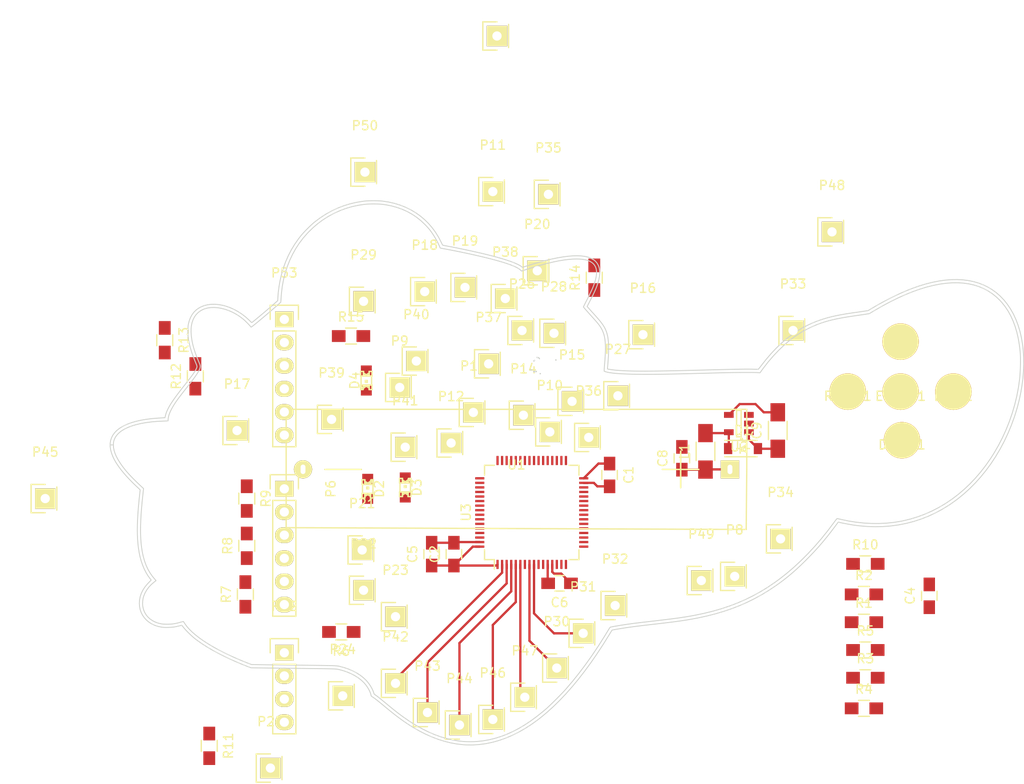
<source format=kicad_pcb>
(kicad_pcb (version 4) (host pcbnew "(2015-04-17 BZR 5609)-product")

  (general
    (links 114)
    (no_connects 91)
    (area 90.598867 63.7266 203.237954 152.241401)
    (thickness 1.6)
    (drawings 42)
    (tracks 53)
    (zones 0)
    (modules 83)
    (nets 77)
  )

  (page A4)
  (layers
    (0 F.Cu signal)
    (31 B.Cu signal)
    (32 B.Adhes user)
    (33 F.Adhes user)
    (34 B.Paste user)
    (35 F.Paste user)
    (36 B.SilkS user)
    (37 F.SilkS user hide)
    (38 B.Mask user)
    (39 F.Mask user)
    (40 Dwgs.User user)
    (41 Cmts.User user)
    (42 Eco1.User user)
    (43 Eco2.User user)
    (44 Edge.Cuts user)
    (45 Margin user)
    (46 B.CrtYd user)
    (47 F.CrtYd user)
    (48 B.Fab user)
    (49 F.Fab user)
  )

  (setup
    (last_trace_width 0.25)
    (trace_clearance 0.2)
    (zone_clearance 0.508)
    (zone_45_only no)
    (trace_min 0.2)
    (segment_width 0.2)
    (edge_width 0.1)
    (via_size 0.6)
    (via_drill 0.4)
    (via_min_size 0.4)
    (via_min_drill 0.3)
    (uvia_size 0.3)
    (uvia_drill 0.1)
    (uvias_allowed no)
    (uvia_min_size 0.2)
    (uvia_min_drill 0.1)
    (pcb_text_width 0.3)
    (pcb_text_size 1.5 1.5)
    (mod_edge_width 0.15)
    (mod_text_size 1 1)
    (mod_text_width 0.15)
    (pad_size 1.5 1.5)
    (pad_drill 0.6)
    (pad_to_mask_clearance 0)
    (aux_axis_origin 0 0)
    (visible_elements FFFFFF7F)
    (pcbplotparams
      (layerselection 0x00030_80000001)
      (usegerberextensions false)
      (excludeedgelayer true)
      (linewidth 0.100000)
      (plotframeref false)
      (viasonmask false)
      (mode 1)
      (useauxorigin false)
      (hpglpennumber 1)
      (hpglpenspeed 20)
      (hpglpendiameter 15)
      (hpglpenoverlay 2)
      (psnegative false)
      (psa4output false)
      (plotreference true)
      (plotvalue true)
      (plotinvisibletext false)
      (padsonsilk false)
      (subtractmaskfromsilk false)
      (outputformat 1)
      (mirror false)
      (drillshape 1)
      (scaleselection 1)
      (outputdirectory ""))
  )

  (net 0 "")
  (net 1 VDD)
  (net 2 GND)
  (net 3 TSCT1)
  (net 4 "Net-(C8-Pad1)")
  (net 5 "Net-(D1-Pad1)")
  (net 6 "Net-(D2-Pad2)")
  (net 7 "Net-(D3-Pad2)")
  (net 8 "Net-(D4-Pad2)")
  (net 9 "Net-(P6-Pad2)")
  (net 10 "Net-(P6-Pad3)")
  (net 11 "Net-(P6-Pad4)")
  (net 12 "Net-(P6-Pad5)")
  (net 13 PA5)
  (net 14 PA8)
  (net 15 PA9)
  (net 16 PA10)
  (net 17 PA11)
  (net 18 PA12)
  (net 19 SWDIO)
  (net 20 PB1)
  (net 21 PB2)
  (net 22 PB3)
  (net 23 PB4)
  (net 24 PB5)
  (net 25 PB6)
  (net 26 PB7)
  (net 27 PB8)
  (net 28 PB9)
  (net 29 I2C1_SDA)
  (net 30 SPI1_NSS)
  (net 31 PC0)
  (net 32 PC1)
  (net 33 PC2)
  (net 34 PC3)
  (net 35 PC4)
  (net 36 PC6)
  (net 37 PC7)
  (net 38 PC8)
  (net 39 PC9)
  (net 40 PC10)
  (net 41 PC11)
  (net 42 PC12)
  (net 43 PC13)
  (net 44 PC14)
  (net 45 PC15)
  (net 46 PD2)
  (net 47 PF0)
  (net 48 PF1)
  (net 49 PF4)
  (net 50 PF5)
  (net 51 PF6)
  (net 52 PF7)
  (net 53 "Net-(P53-Pad6)")
  (net 54 TS1)
  (net 55 TS2)
  (net 56 TS3)
  (net 57 TS4)
  (net 58 TS5)
  (net 59 SWCLK)
  (net 60 nRESET)
  (net 61 USART1_RX)
  (net 62 SHIELD)
  (net 63 "Net-(P7-Pad1)")
  (net 64 BOOT0)
  (net 65 "Net-(U2-Pad3)")
  (net 66 TSCT2)
  (net 67 SHIELD_CT)
  (net 68 "Net-(DOWN1-Pad1)")
  (net 69 "Net-(ENTER1-Pad1)")
  (net 70 "Net-(LEFT1-Pad1)")
  (net 71 PB10)
  (net 72 PB13)
  (net 73 SPI1_MISO)
  (net 74 SPI1_MOSI)
  (net 75 "Net-(R1-Pad2)")
  (net 76 "Net-(R2-Pad2)")

  (net_class Default "This is the default net class."
    (clearance 0.2)
    (trace_width 0.25)
    (via_dia 0.6)
    (via_drill 0.4)
    (uvia_dia 0.3)
    (uvia_drill 0.1)
    (add_net BOOT0)
    (add_net GND)
    (add_net I2C1_SDA)
    (add_net "Net-(C8-Pad1)")
    (add_net "Net-(D1-Pad1)")
    (add_net "Net-(D2-Pad2)")
    (add_net "Net-(D3-Pad2)")
    (add_net "Net-(D4-Pad2)")
    (add_net "Net-(DOWN1-Pad1)")
    (add_net "Net-(ENTER1-Pad1)")
    (add_net "Net-(LEFT1-Pad1)")
    (add_net "Net-(P53-Pad6)")
    (add_net "Net-(P6-Pad2)")
    (add_net "Net-(P6-Pad3)")
    (add_net "Net-(P6-Pad4)")
    (add_net "Net-(P6-Pad5)")
    (add_net "Net-(P7-Pad1)")
    (add_net "Net-(R1-Pad2)")
    (add_net "Net-(R2-Pad2)")
    (add_net "Net-(U2-Pad3)")
    (add_net PA10)
    (add_net PA11)
    (add_net PA12)
    (add_net PA5)
    (add_net PA8)
    (add_net PA9)
    (add_net PB1)
    (add_net PB10)
    (add_net PB13)
    (add_net PB2)
    (add_net PB3)
    (add_net PB4)
    (add_net PB5)
    (add_net PB6)
    (add_net PB7)
    (add_net PB8)
    (add_net PB9)
    (add_net PC0)
    (add_net PC1)
    (add_net PC10)
    (add_net PC11)
    (add_net PC12)
    (add_net PC13)
    (add_net PC14)
    (add_net PC15)
    (add_net PC2)
    (add_net PC3)
    (add_net PC4)
    (add_net PC6)
    (add_net PC7)
    (add_net PC8)
    (add_net PC9)
    (add_net PD2)
    (add_net PF0)
    (add_net PF1)
    (add_net PF4)
    (add_net PF5)
    (add_net PF6)
    (add_net PF7)
    (add_net SHIELD)
    (add_net SHIELD_CT)
    (add_net SPI1_MISO)
    (add_net SPI1_MOSI)
    (add_net SPI1_NSS)
    (add_net SWCLK)
    (add_net SWDIO)
    (add_net TS1)
    (add_net TS2)
    (add_net TS3)
    (add_net TS4)
    (add_net TS5)
    (add_net TSCT1)
    (add_net TSCT2)
    (add_net USART1_RX)
    (add_net VDD)
    (add_net nRESET)
  )

  (module Capacitors_SMD:C_0805_HandSoldering (layer F.Cu) (tedit 541A9B8D) (tstamp 5575347B)
    (at 157.5816 118.11 270)
    (descr "Capacitor SMD 0805, hand soldering")
    (tags "capacitor 0805")
    (path /556C59AE)
    (attr smd)
    (fp_text reference C1 (at 0 -2.1 270) (layer F.SilkS)
      (effects (font (size 1 1) (thickness 0.15)))
    )
    (fp_text value 1uF (at 0 2.1 270) (layer F.Fab)
      (effects (font (size 1 1) (thickness 0.15)))
    )
    (fp_line (start -2.3 -1) (end 2.3 -1) (layer F.CrtYd) (width 0.05))
    (fp_line (start -2.3 1) (end 2.3 1) (layer F.CrtYd) (width 0.05))
    (fp_line (start -2.3 -1) (end -2.3 1) (layer F.CrtYd) (width 0.05))
    (fp_line (start 2.3 -1) (end 2.3 1) (layer F.CrtYd) (width 0.05))
    (fp_line (start 0.5 -0.85) (end -0.5 -0.85) (layer F.SilkS) (width 0.15))
    (fp_line (start -0.5 0.85) (end 0.5 0.85) (layer F.SilkS) (width 0.15))
    (pad 1 smd rect (at -1.25 0 270) (size 1.5 1.25) (layers F.Cu F.Paste F.Mask)
      (net 1 VDD))
    (pad 2 smd rect (at 1.25 0 270) (size 1.5 1.25) (layers F.Cu F.Paste F.Mask)
      (net 2 GND))
    (model Capacitors_SMD.3dshapes/C_0805_HandSoldering.wrl
      (at (xyz 0 0 0))
      (scale (xyz 1 1 1))
      (rotate (xyz 0 0 0))
    )
  )

  (module Capacitors_SMD:C_0805_HandSoldering (layer F.Cu) (tedit 541A9B8D) (tstamp 55753487)
    (at 140.5128 126.7968 90)
    (descr "Capacitor SMD 0805, hand soldering")
    (tags "capacitor 0805")
    (path /556C5A69)
    (attr smd)
    (fp_text reference C2 (at 0 -2.1 90) (layer F.SilkS)
      (effects (font (size 1 1) (thickness 0.15)))
    )
    (fp_text value 100nF (at 0 2.1 90) (layer F.Fab)
      (effects (font (size 1 1) (thickness 0.15)))
    )
    (fp_line (start -2.3 -1) (end 2.3 -1) (layer F.CrtYd) (width 0.05))
    (fp_line (start -2.3 1) (end 2.3 1) (layer F.CrtYd) (width 0.05))
    (fp_line (start -2.3 -1) (end -2.3 1) (layer F.CrtYd) (width 0.05))
    (fp_line (start 2.3 -1) (end 2.3 1) (layer F.CrtYd) (width 0.05))
    (fp_line (start 0.5 -0.85) (end -0.5 -0.85) (layer F.SilkS) (width 0.15))
    (fp_line (start -0.5 0.85) (end 0.5 0.85) (layer F.SilkS) (width 0.15))
    (pad 1 smd rect (at -1.25 0 90) (size 1.5 1.25) (layers F.Cu F.Paste F.Mask)
      (net 1 VDD))
    (pad 2 smd rect (at 1.25 0 90) (size 1.5 1.25) (layers F.Cu F.Paste F.Mask)
      (net 2 GND))
    (model Capacitors_SMD.3dshapes/C_0805_HandSoldering.wrl
      (at (xyz 0 0 0))
      (scale (xyz 1 1 1))
      (rotate (xyz 0 0 0))
    )
  )

  (module Capacitors_SMD:C_0805_HandSoldering (layer F.Cu) (tedit 541A9B8D) (tstamp 55753493)
    (at 192.6336 131.3688 90)
    (descr "Capacitor SMD 0805, hand soldering")
    (tags "capacitor 0805")
    (path /556F19C0)
    (attr smd)
    (fp_text reference C4 (at 0 -2.1 90) (layer F.SilkS)
      (effects (font (size 1 1) (thickness 0.15)))
    )
    (fp_text value 22nF (at 0 2.1 90) (layer F.Fab)
      (effects (font (size 1 1) (thickness 0.15)))
    )
    (fp_line (start -2.3 -1) (end 2.3 -1) (layer F.CrtYd) (width 0.05))
    (fp_line (start -2.3 1) (end 2.3 1) (layer F.CrtYd) (width 0.05))
    (fp_line (start -2.3 -1) (end -2.3 1) (layer F.CrtYd) (width 0.05))
    (fp_line (start 2.3 -1) (end 2.3 1) (layer F.CrtYd) (width 0.05))
    (fp_line (start 0.5 -0.85) (end -0.5 -0.85) (layer F.SilkS) (width 0.15))
    (fp_line (start -0.5 0.85) (end 0.5 0.85) (layer F.SilkS) (width 0.15))
    (pad 1 smd rect (at -1.25 0 90) (size 1.5 1.25) (layers F.Cu F.Paste F.Mask)
      (net 3 TSCT1))
    (pad 2 smd rect (at 1.25 0 90) (size 1.5 1.25) (layers F.Cu F.Paste F.Mask)
      (net 2 GND))
    (model Capacitors_SMD.3dshapes/C_0805_HandSoldering.wrl
      (at (xyz 0 0 0))
      (scale (xyz 1 1 1))
      (rotate (xyz 0 0 0))
    )
  )

  (module Capacitors_SMD:C_0805_HandSoldering (layer F.Cu) (tedit 541A9B8D) (tstamp 5575349F)
    (at 138.0744 126.7968 90)
    (descr "Capacitor SMD 0805, hand soldering")
    (tags "capacitor 0805")
    (path /556C5B74)
    (attr smd)
    (fp_text reference C5 (at 0 -2.1 90) (layer F.SilkS)
      (effects (font (size 1 1) (thickness 0.15)))
    )
    (fp_text value 100nF (at 0 2.1 90) (layer F.Fab)
      (effects (font (size 1 1) (thickness 0.15)))
    )
    (fp_line (start -2.3 -1) (end 2.3 -1) (layer F.CrtYd) (width 0.05))
    (fp_line (start -2.3 1) (end 2.3 1) (layer F.CrtYd) (width 0.05))
    (fp_line (start -2.3 -1) (end -2.3 1) (layer F.CrtYd) (width 0.05))
    (fp_line (start 2.3 -1) (end 2.3 1) (layer F.CrtYd) (width 0.05))
    (fp_line (start 0.5 -0.85) (end -0.5 -0.85) (layer F.SilkS) (width 0.15))
    (fp_line (start -0.5 0.85) (end 0.5 0.85) (layer F.SilkS) (width 0.15))
    (pad 1 smd rect (at -1.25 0 90) (size 1.5 1.25) (layers F.Cu F.Paste F.Mask)
      (net 1 VDD))
    (pad 2 smd rect (at 1.25 0 90) (size 1.5 1.25) (layers F.Cu F.Paste F.Mask)
      (net 2 GND))
    (model Capacitors_SMD.3dshapes/C_0805_HandSoldering.wrl
      (at (xyz 0 0 0))
      (scale (xyz 1 1 1))
      (rotate (xyz 0 0 0))
    )
  )

  (module Capacitors_SMD:C_0805_HandSoldering (layer F.Cu) (tedit 541A9B8D) (tstamp 557534AB)
    (at 152.0952 129.9972 180)
    (descr "Capacitor SMD 0805, hand soldering")
    (tags "capacitor 0805")
    (path /556C5D39)
    (attr smd)
    (fp_text reference C6 (at 0 -2.1 180) (layer F.SilkS)
      (effects (font (size 1 1) (thickness 0.15)))
    )
    (fp_text value 100nF (at 0 2.1 180) (layer F.Fab)
      (effects (font (size 1 1) (thickness 0.15)))
    )
    (fp_line (start -2.3 -1) (end 2.3 -1) (layer F.CrtYd) (width 0.05))
    (fp_line (start -2.3 1) (end 2.3 1) (layer F.CrtYd) (width 0.05))
    (fp_line (start -2.3 -1) (end -2.3 1) (layer F.CrtYd) (width 0.05))
    (fp_line (start 2.3 -1) (end 2.3 1) (layer F.CrtYd) (width 0.05))
    (fp_line (start 0.5 -0.85) (end -0.5 -0.85) (layer F.SilkS) (width 0.15))
    (fp_line (start -0.5 0.85) (end 0.5 0.85) (layer F.SilkS) (width 0.15))
    (pad 1 smd rect (at -1.25 0 180) (size 1.5 1.25) (layers F.Cu F.Paste F.Mask)
      (net 1 VDD))
    (pad 2 smd rect (at 1.25 0 180) (size 1.5 1.25) (layers F.Cu F.Paste F.Mask)
      (net 2 GND))
    (model Capacitors_SMD.3dshapes/C_0805_HandSoldering.wrl
      (at (xyz 0 0 0))
      (scale (xyz 1 1 1))
      (rotate (xyz 0 0 0))
    )
  )

  (module Capacitors_SMD:C_0805_HandSoldering (layer F.Cu) (tedit 541A9B8D) (tstamp 557534B7)
    (at 165.5064 116.2812 90)
    (descr "Capacitor SMD 0805, hand soldering")
    (tags "capacitor 0805")
    (path /556C7E35)
    (attr smd)
    (fp_text reference C8 (at 0 -2.1 90) (layer F.SilkS)
      (effects (font (size 1 1) (thickness 0.15)))
    )
    (fp_text value 10uF (at 0 2.1 90) (layer F.Fab)
      (effects (font (size 1 1) (thickness 0.15)))
    )
    (fp_line (start -2.3 -1) (end 2.3 -1) (layer F.CrtYd) (width 0.05))
    (fp_line (start -2.3 1) (end 2.3 1) (layer F.CrtYd) (width 0.05))
    (fp_line (start -2.3 -1) (end -2.3 1) (layer F.CrtYd) (width 0.05))
    (fp_line (start 2.3 -1) (end 2.3 1) (layer F.CrtYd) (width 0.05))
    (fp_line (start 0.5 -0.85) (end -0.5 -0.85) (layer F.SilkS) (width 0.15))
    (fp_line (start -0.5 0.85) (end 0.5 0.85) (layer F.SilkS) (width 0.15))
    (pad 1 smd rect (at -1.25 0 90) (size 1.5 1.25) (layers F.Cu F.Paste F.Mask)
      (net 4 "Net-(C8-Pad1)"))
    (pad 2 smd rect (at 1.25 0 90) (size 1.5 1.25) (layers F.Cu F.Paste F.Mask)
      (net 2 GND))
    (model Capacitors_SMD.3dshapes/C_0805_HandSoldering.wrl
      (at (xyz 0 0 0))
      (scale (xyz 1 1 1))
      (rotate (xyz 0 0 0))
    )
  )

  (module Capacitors_SMD:C_1206_HandSoldering (layer F.Cu) (tedit 541A9C03) (tstamp 557534C3)
    (at 176.022 113.2332 90)
    (descr "Capacitor SMD 1206, hand soldering")
    (tags "capacitor 1206")
    (path /556C838B)
    (attr smd)
    (fp_text reference C9 (at 0 -2.3 90) (layer F.SilkS)
      (effects (font (size 1 1) (thickness 0.15)))
    )
    (fp_text value 68uF (at 0 2.3 90) (layer F.Fab)
      (effects (font (size 1 1) (thickness 0.15)))
    )
    (fp_line (start -3.3 -1.15) (end 3.3 -1.15) (layer F.CrtYd) (width 0.05))
    (fp_line (start -3.3 1.15) (end 3.3 1.15) (layer F.CrtYd) (width 0.05))
    (fp_line (start -3.3 -1.15) (end -3.3 1.15) (layer F.CrtYd) (width 0.05))
    (fp_line (start 3.3 -1.15) (end 3.3 1.15) (layer F.CrtYd) (width 0.05))
    (fp_line (start 1 -1.025) (end -1 -1.025) (layer F.SilkS) (width 0.15))
    (fp_line (start -1 1.025) (end 1 1.025) (layer F.SilkS) (width 0.15))
    (pad 1 smd rect (at -2 0 90) (size 2 1.6) (layers F.Cu F.Paste F.Mask)
      (net 1 VDD))
    (pad 2 smd rect (at 2 0 90) (size 2 1.6) (layers F.Cu F.Paste F.Mask)
      (net 2 GND))
    (model Capacitors_SMD.3dshapes/C_1206_HandSoldering.wrl
      (at (xyz 0 0 0))
      (scale (xyz 1 1 1))
      (rotate (xyz 0 0 0))
    )
  )

  (module Diodes_SMD:SOD-123 (layer F.Cu) (tedit 5530FCB9) (tstamp 557534D5)
    (at 172.212 115.2144)
    (descr SOD-123)
    (tags SOD-123)
    (path /556C827D)
    (attr smd)
    (fp_text reference D1 (at 0 -2) (layer F.SilkS)
      (effects (font (size 1 1) (thickness 0.15)))
    )
    (fp_text value D_Schottky_Small (at 0 2.1) (layer F.Fab)
      (effects (font (size 1 1) (thickness 0.15)))
    )
    (fp_line (start 0.3175 0) (end 0.6985 0) (layer F.SilkS) (width 0.15))
    (fp_line (start -0.6985 0) (end -0.3175 0) (layer F.SilkS) (width 0.15))
    (fp_line (start -0.3175 0) (end 0.3175 -0.381) (layer F.SilkS) (width 0.15))
    (fp_line (start 0.3175 -0.381) (end 0.3175 0.381) (layer F.SilkS) (width 0.15))
    (fp_line (start 0.3175 0.381) (end -0.3175 0) (layer F.SilkS) (width 0.15))
    (fp_line (start -0.3175 -0.508) (end -0.3175 0.508) (layer F.SilkS) (width 0.15))
    (fp_line (start -2.25 -1.05) (end 2.25 -1.05) (layer F.CrtYd) (width 0.05))
    (fp_line (start 2.25 -1.05) (end 2.25 1.05) (layer F.CrtYd) (width 0.05))
    (fp_line (start 2.25 1.05) (end -2.25 1.05) (layer F.CrtYd) (width 0.05))
    (fp_line (start -2.25 -1.05) (end -2.25 1.05) (layer F.CrtYd) (width 0.05))
    (fp_line (start -2 0.9) (end 1.54 0.9) (layer F.SilkS) (width 0.15))
    (fp_line (start -2 -0.9) (end 1.54 -0.9) (layer F.SilkS) (width 0.15))
    (pad 1 smd rect (at -1.635 0) (size 0.91 1.22) (layers F.Cu F.Paste F.Mask)
      (net 5 "Net-(D1-Pad1)"))
    (pad 2 smd rect (at 1.635 0) (size 0.91 1.22) (layers F.Cu F.Paste F.Mask)
      (net 1 VDD))
  )

  (module LEDs:LED-0805 (layer F.Cu) (tedit 5538B1C2) (tstamp 55753510)
    (at 131.064 119.634 270)
    (descr "LED 0805 smd package")
    (tags "LED 0805 SMD")
    (path /557532A7)
    (attr smd)
    (fp_text reference D2 (at 0 -1.27 270) (layer F.SilkS)
      (effects (font (size 1 1) (thickness 0.15)))
    )
    (fp_text value GREEN (at 0 1.27 270) (layer F.Fab)
      (effects (font (size 1 1) (thickness 0.15)))
    )
    (fp_line (start -0.49784 0.29972) (end -0.49784 0.62484) (layer F.SilkS) (width 0.15))
    (fp_line (start -0.49784 0.62484) (end -0.99822 0.62484) (layer F.SilkS) (width 0.15))
    (fp_line (start -0.99822 0.29972) (end -0.99822 0.62484) (layer F.SilkS) (width 0.15))
    (fp_line (start -0.49784 0.29972) (end -0.99822 0.29972) (layer F.SilkS) (width 0.15))
    (fp_line (start -0.49784 -0.32258) (end -0.49784 -0.17272) (layer F.SilkS) (width 0.15))
    (fp_line (start -0.49784 -0.17272) (end -0.7493 -0.17272) (layer F.SilkS) (width 0.15))
    (fp_line (start -0.7493 -0.32258) (end -0.7493 -0.17272) (layer F.SilkS) (width 0.15))
    (fp_line (start -0.49784 -0.32258) (end -0.7493 -0.32258) (layer F.SilkS) (width 0.15))
    (fp_line (start -0.49784 0.17272) (end -0.49784 0.32258) (layer F.SilkS) (width 0.15))
    (fp_line (start -0.49784 0.32258) (end -0.7493 0.32258) (layer F.SilkS) (width 0.15))
    (fp_line (start -0.7493 0.17272) (end -0.7493 0.32258) (layer F.SilkS) (width 0.15))
    (fp_line (start -0.49784 0.17272) (end -0.7493 0.17272) (layer F.SilkS) (width 0.15))
    (fp_line (start -0.49784 -0.19812) (end -0.49784 0.19812) (layer F.SilkS) (width 0.15))
    (fp_line (start -0.49784 0.19812) (end -0.6731 0.19812) (layer F.SilkS) (width 0.15))
    (fp_line (start -0.6731 -0.19812) (end -0.6731 0.19812) (layer F.SilkS) (width 0.15))
    (fp_line (start -0.49784 -0.19812) (end -0.6731 -0.19812) (layer F.SilkS) (width 0.15))
    (fp_line (start 0.99822 0.29972) (end 0.99822 0.62484) (layer F.SilkS) (width 0.15))
    (fp_line (start 0.99822 0.62484) (end 0.49784 0.62484) (layer F.SilkS) (width 0.15))
    (fp_line (start 0.49784 0.29972) (end 0.49784 0.62484) (layer F.SilkS) (width 0.15))
    (fp_line (start 0.99822 0.29972) (end 0.49784 0.29972) (layer F.SilkS) (width 0.15))
    (fp_line (start 0.99822 -0.62484) (end 0.99822 -0.29972) (layer F.SilkS) (width 0.15))
    (fp_line (start 0.99822 -0.29972) (end 0.49784 -0.29972) (layer F.SilkS) (width 0.15))
    (fp_line (start 0.49784 -0.62484) (end 0.49784 -0.29972) (layer F.SilkS) (width 0.15))
    (fp_line (start 0.99822 -0.62484) (end 0.49784 -0.62484) (layer F.SilkS) (width 0.15))
    (fp_line (start 0.7493 0.17272) (end 0.7493 0.32258) (layer F.SilkS) (width 0.15))
    (fp_line (start 0.7493 0.32258) (end 0.49784 0.32258) (layer F.SilkS) (width 0.15))
    (fp_line (start 0.49784 0.17272) (end 0.49784 0.32258) (layer F.SilkS) (width 0.15))
    (fp_line (start 0.7493 0.17272) (end 0.49784 0.17272) (layer F.SilkS) (width 0.15))
    (fp_line (start 0.7493 -0.32258) (end 0.7493 -0.17272) (layer F.SilkS) (width 0.15))
    (fp_line (start 0.7493 -0.17272) (end 0.49784 -0.17272) (layer F.SilkS) (width 0.15))
    (fp_line (start 0.49784 -0.32258) (end 0.49784 -0.17272) (layer F.SilkS) (width 0.15))
    (fp_line (start 0.7493 -0.32258) (end 0.49784 -0.32258) (layer F.SilkS) (width 0.15))
    (fp_line (start 0.6731 -0.19812) (end 0.6731 0.19812) (layer F.SilkS) (width 0.15))
    (fp_line (start 0.6731 0.19812) (end 0.49784 0.19812) (layer F.SilkS) (width 0.15))
    (fp_line (start 0.49784 -0.19812) (end 0.49784 0.19812) (layer F.SilkS) (width 0.15))
    (fp_line (start 0.6731 -0.19812) (end 0.49784 -0.19812) (layer F.SilkS) (width 0.15))
    (fp_line (start 0 -0.09906) (end 0 0.09906) (layer F.SilkS) (width 0.15))
    (fp_line (start 0 0.09906) (end -0.19812 0.09906) (layer F.SilkS) (width 0.15))
    (fp_line (start -0.19812 -0.09906) (end -0.19812 0.09906) (layer F.SilkS) (width 0.15))
    (fp_line (start 0 -0.09906) (end -0.19812 -0.09906) (layer F.SilkS) (width 0.15))
    (fp_line (start -0.49784 -0.59944) (end -0.49784 -0.29972) (layer F.SilkS) (width 0.15))
    (fp_line (start -0.49784 -0.29972) (end -0.79756 -0.29972) (layer F.SilkS) (width 0.15))
    (fp_line (start -0.79756 -0.59944) (end -0.79756 -0.29972) (layer F.SilkS) (width 0.15))
    (fp_line (start -0.49784 -0.59944) (end -0.79756 -0.59944) (layer F.SilkS) (width 0.15))
    (fp_line (start -0.92456 -0.62484) (end -0.92456 -0.39878) (layer F.SilkS) (width 0.15))
    (fp_line (start -0.92456 -0.39878) (end -0.99822 -0.39878) (layer F.SilkS) (width 0.15))
    (fp_line (start -0.99822 -0.62484) (end -0.99822 -0.39878) (layer F.SilkS) (width 0.15))
    (fp_line (start -0.92456 -0.62484) (end -0.99822 -0.62484) (layer F.SilkS) (width 0.15))
    (fp_line (start -0.52324 0.57404) (end 0.52324 0.57404) (layer F.SilkS) (width 0.15))
    (fp_line (start 0.49784 -0.57404) (end -0.92456 -0.57404) (layer F.SilkS) (width 0.15))
    (fp_circle (center -0.84836 -0.44958) (end -0.89916 -0.50038) (layer F.SilkS) (width 0.15))
    (fp_arc (start -0.99822 0) (end -0.99822 0.34798) (angle -180) (layer F.SilkS) (width 0.15))
    (fp_arc (start 0.99822 0) (end 0.99822 -0.34798) (angle -180) (layer F.SilkS) (width 0.15))
    (pad 2 smd rect (at 1.04902 0 90) (size 1.19888 1.19888) (layers F.Cu F.Paste F.Mask)
      (net 6 "Net-(D2-Pad2)"))
    (pad 1 smd rect (at -1.04902 0 90) (size 1.19888 1.19888) (layers F.Cu F.Paste F.Mask)
      (net 1 VDD))
  )

  (module LEDs:LED-0805 (layer F.Cu) (tedit 5538B1C2) (tstamp 5575354B)
    (at 135.1788 119.4816 270)
    (descr "LED 0805 smd package")
    (tags "LED 0805 SMD")
    (path /5575337D)
    (attr smd)
    (fp_text reference D3 (at 0 -1.27 270) (layer F.SilkS)
      (effects (font (size 1 1) (thickness 0.15)))
    )
    (fp_text value RED (at 0 1.27 270) (layer F.Fab)
      (effects (font (size 1 1) (thickness 0.15)))
    )
    (fp_line (start -0.49784 0.29972) (end -0.49784 0.62484) (layer F.SilkS) (width 0.15))
    (fp_line (start -0.49784 0.62484) (end -0.99822 0.62484) (layer F.SilkS) (width 0.15))
    (fp_line (start -0.99822 0.29972) (end -0.99822 0.62484) (layer F.SilkS) (width 0.15))
    (fp_line (start -0.49784 0.29972) (end -0.99822 0.29972) (layer F.SilkS) (width 0.15))
    (fp_line (start -0.49784 -0.32258) (end -0.49784 -0.17272) (layer F.SilkS) (width 0.15))
    (fp_line (start -0.49784 -0.17272) (end -0.7493 -0.17272) (layer F.SilkS) (width 0.15))
    (fp_line (start -0.7493 -0.32258) (end -0.7493 -0.17272) (layer F.SilkS) (width 0.15))
    (fp_line (start -0.49784 -0.32258) (end -0.7493 -0.32258) (layer F.SilkS) (width 0.15))
    (fp_line (start -0.49784 0.17272) (end -0.49784 0.32258) (layer F.SilkS) (width 0.15))
    (fp_line (start -0.49784 0.32258) (end -0.7493 0.32258) (layer F.SilkS) (width 0.15))
    (fp_line (start -0.7493 0.17272) (end -0.7493 0.32258) (layer F.SilkS) (width 0.15))
    (fp_line (start -0.49784 0.17272) (end -0.7493 0.17272) (layer F.SilkS) (width 0.15))
    (fp_line (start -0.49784 -0.19812) (end -0.49784 0.19812) (layer F.SilkS) (width 0.15))
    (fp_line (start -0.49784 0.19812) (end -0.6731 0.19812) (layer F.SilkS) (width 0.15))
    (fp_line (start -0.6731 -0.19812) (end -0.6731 0.19812) (layer F.SilkS) (width 0.15))
    (fp_line (start -0.49784 -0.19812) (end -0.6731 -0.19812) (layer F.SilkS) (width 0.15))
    (fp_line (start 0.99822 0.29972) (end 0.99822 0.62484) (layer F.SilkS) (width 0.15))
    (fp_line (start 0.99822 0.62484) (end 0.49784 0.62484) (layer F.SilkS) (width 0.15))
    (fp_line (start 0.49784 0.29972) (end 0.49784 0.62484) (layer F.SilkS) (width 0.15))
    (fp_line (start 0.99822 0.29972) (end 0.49784 0.29972) (layer F.SilkS) (width 0.15))
    (fp_line (start 0.99822 -0.62484) (end 0.99822 -0.29972) (layer F.SilkS) (width 0.15))
    (fp_line (start 0.99822 -0.29972) (end 0.49784 -0.29972) (layer F.SilkS) (width 0.15))
    (fp_line (start 0.49784 -0.62484) (end 0.49784 -0.29972) (layer F.SilkS) (width 0.15))
    (fp_line (start 0.99822 -0.62484) (end 0.49784 -0.62484) (layer F.SilkS) (width 0.15))
    (fp_line (start 0.7493 0.17272) (end 0.7493 0.32258) (layer F.SilkS) (width 0.15))
    (fp_line (start 0.7493 0.32258) (end 0.49784 0.32258) (layer F.SilkS) (width 0.15))
    (fp_line (start 0.49784 0.17272) (end 0.49784 0.32258) (layer F.SilkS) (width 0.15))
    (fp_line (start 0.7493 0.17272) (end 0.49784 0.17272) (layer F.SilkS) (width 0.15))
    (fp_line (start 0.7493 -0.32258) (end 0.7493 -0.17272) (layer F.SilkS) (width 0.15))
    (fp_line (start 0.7493 -0.17272) (end 0.49784 -0.17272) (layer F.SilkS) (width 0.15))
    (fp_line (start 0.49784 -0.32258) (end 0.49784 -0.17272) (layer F.SilkS) (width 0.15))
    (fp_line (start 0.7493 -0.32258) (end 0.49784 -0.32258) (layer F.SilkS) (width 0.15))
    (fp_line (start 0.6731 -0.19812) (end 0.6731 0.19812) (layer F.SilkS) (width 0.15))
    (fp_line (start 0.6731 0.19812) (end 0.49784 0.19812) (layer F.SilkS) (width 0.15))
    (fp_line (start 0.49784 -0.19812) (end 0.49784 0.19812) (layer F.SilkS) (width 0.15))
    (fp_line (start 0.6731 -0.19812) (end 0.49784 -0.19812) (layer F.SilkS) (width 0.15))
    (fp_line (start 0 -0.09906) (end 0 0.09906) (layer F.SilkS) (width 0.15))
    (fp_line (start 0 0.09906) (end -0.19812 0.09906) (layer F.SilkS) (width 0.15))
    (fp_line (start -0.19812 -0.09906) (end -0.19812 0.09906) (layer F.SilkS) (width 0.15))
    (fp_line (start 0 -0.09906) (end -0.19812 -0.09906) (layer F.SilkS) (width 0.15))
    (fp_line (start -0.49784 -0.59944) (end -0.49784 -0.29972) (layer F.SilkS) (width 0.15))
    (fp_line (start -0.49784 -0.29972) (end -0.79756 -0.29972) (layer F.SilkS) (width 0.15))
    (fp_line (start -0.79756 -0.59944) (end -0.79756 -0.29972) (layer F.SilkS) (width 0.15))
    (fp_line (start -0.49784 -0.59944) (end -0.79756 -0.59944) (layer F.SilkS) (width 0.15))
    (fp_line (start -0.92456 -0.62484) (end -0.92456 -0.39878) (layer F.SilkS) (width 0.15))
    (fp_line (start -0.92456 -0.39878) (end -0.99822 -0.39878) (layer F.SilkS) (width 0.15))
    (fp_line (start -0.99822 -0.62484) (end -0.99822 -0.39878) (layer F.SilkS) (width 0.15))
    (fp_line (start -0.92456 -0.62484) (end -0.99822 -0.62484) (layer F.SilkS) (width 0.15))
    (fp_line (start -0.52324 0.57404) (end 0.52324 0.57404) (layer F.SilkS) (width 0.15))
    (fp_line (start 0.49784 -0.57404) (end -0.92456 -0.57404) (layer F.SilkS) (width 0.15))
    (fp_circle (center -0.84836 -0.44958) (end -0.89916 -0.50038) (layer F.SilkS) (width 0.15))
    (fp_arc (start -0.99822 0) (end -0.99822 0.34798) (angle -180) (layer F.SilkS) (width 0.15))
    (fp_arc (start 0.99822 0) (end 0.99822 -0.34798) (angle -180) (layer F.SilkS) (width 0.15))
    (pad 2 smd rect (at 1.04902 0 90) (size 1.19888 1.19888) (layers F.Cu F.Paste F.Mask)
      (net 7 "Net-(D3-Pad2)"))
    (pad 1 smd rect (at -1.04902 0 90) (size 1.19888 1.19888) (layers F.Cu F.Paste F.Mask)
      (net 1 VDD))
  )

  (module LEDs:LED-0805 (layer F.Cu) (tedit 5538B1C2) (tstamp 55753586)
    (at 130.9116 107.7468 90)
    (descr "LED 0805 smd package")
    (tags "LED 0805 SMD")
    (path /55753448)
    (attr smd)
    (fp_text reference D4 (at 0 -1.27 90) (layer F.SilkS)
      (effects (font (size 1 1) (thickness 0.15)))
    )
    (fp_text value YELLOW (at 0 1.27 90) (layer F.Fab)
      (effects (font (size 1 1) (thickness 0.15)))
    )
    (fp_line (start -0.49784 0.29972) (end -0.49784 0.62484) (layer F.SilkS) (width 0.15))
    (fp_line (start -0.49784 0.62484) (end -0.99822 0.62484) (layer F.SilkS) (width 0.15))
    (fp_line (start -0.99822 0.29972) (end -0.99822 0.62484) (layer F.SilkS) (width 0.15))
    (fp_line (start -0.49784 0.29972) (end -0.99822 0.29972) (layer F.SilkS) (width 0.15))
    (fp_line (start -0.49784 -0.32258) (end -0.49784 -0.17272) (layer F.SilkS) (width 0.15))
    (fp_line (start -0.49784 -0.17272) (end -0.7493 -0.17272) (layer F.SilkS) (width 0.15))
    (fp_line (start -0.7493 -0.32258) (end -0.7493 -0.17272) (layer F.SilkS) (width 0.15))
    (fp_line (start -0.49784 -0.32258) (end -0.7493 -0.32258) (layer F.SilkS) (width 0.15))
    (fp_line (start -0.49784 0.17272) (end -0.49784 0.32258) (layer F.SilkS) (width 0.15))
    (fp_line (start -0.49784 0.32258) (end -0.7493 0.32258) (layer F.SilkS) (width 0.15))
    (fp_line (start -0.7493 0.17272) (end -0.7493 0.32258) (layer F.SilkS) (width 0.15))
    (fp_line (start -0.49784 0.17272) (end -0.7493 0.17272) (layer F.SilkS) (width 0.15))
    (fp_line (start -0.49784 -0.19812) (end -0.49784 0.19812) (layer F.SilkS) (width 0.15))
    (fp_line (start -0.49784 0.19812) (end -0.6731 0.19812) (layer F.SilkS) (width 0.15))
    (fp_line (start -0.6731 -0.19812) (end -0.6731 0.19812) (layer F.SilkS) (width 0.15))
    (fp_line (start -0.49784 -0.19812) (end -0.6731 -0.19812) (layer F.SilkS) (width 0.15))
    (fp_line (start 0.99822 0.29972) (end 0.99822 0.62484) (layer F.SilkS) (width 0.15))
    (fp_line (start 0.99822 0.62484) (end 0.49784 0.62484) (layer F.SilkS) (width 0.15))
    (fp_line (start 0.49784 0.29972) (end 0.49784 0.62484) (layer F.SilkS) (width 0.15))
    (fp_line (start 0.99822 0.29972) (end 0.49784 0.29972) (layer F.SilkS) (width 0.15))
    (fp_line (start 0.99822 -0.62484) (end 0.99822 -0.29972) (layer F.SilkS) (width 0.15))
    (fp_line (start 0.99822 -0.29972) (end 0.49784 -0.29972) (layer F.SilkS) (width 0.15))
    (fp_line (start 0.49784 -0.62484) (end 0.49784 -0.29972) (layer F.SilkS) (width 0.15))
    (fp_line (start 0.99822 -0.62484) (end 0.49784 -0.62484) (layer F.SilkS) (width 0.15))
    (fp_line (start 0.7493 0.17272) (end 0.7493 0.32258) (layer F.SilkS) (width 0.15))
    (fp_line (start 0.7493 0.32258) (end 0.49784 0.32258) (layer F.SilkS) (width 0.15))
    (fp_line (start 0.49784 0.17272) (end 0.49784 0.32258) (layer F.SilkS) (width 0.15))
    (fp_line (start 0.7493 0.17272) (end 0.49784 0.17272) (layer F.SilkS) (width 0.15))
    (fp_line (start 0.7493 -0.32258) (end 0.7493 -0.17272) (layer F.SilkS) (width 0.15))
    (fp_line (start 0.7493 -0.17272) (end 0.49784 -0.17272) (layer F.SilkS) (width 0.15))
    (fp_line (start 0.49784 -0.32258) (end 0.49784 -0.17272) (layer F.SilkS) (width 0.15))
    (fp_line (start 0.7493 -0.32258) (end 0.49784 -0.32258) (layer F.SilkS) (width 0.15))
    (fp_line (start 0.6731 -0.19812) (end 0.6731 0.19812) (layer F.SilkS) (width 0.15))
    (fp_line (start 0.6731 0.19812) (end 0.49784 0.19812) (layer F.SilkS) (width 0.15))
    (fp_line (start 0.49784 -0.19812) (end 0.49784 0.19812) (layer F.SilkS) (width 0.15))
    (fp_line (start 0.6731 -0.19812) (end 0.49784 -0.19812) (layer F.SilkS) (width 0.15))
    (fp_line (start 0 -0.09906) (end 0 0.09906) (layer F.SilkS) (width 0.15))
    (fp_line (start 0 0.09906) (end -0.19812 0.09906) (layer F.SilkS) (width 0.15))
    (fp_line (start -0.19812 -0.09906) (end -0.19812 0.09906) (layer F.SilkS) (width 0.15))
    (fp_line (start 0 -0.09906) (end -0.19812 -0.09906) (layer F.SilkS) (width 0.15))
    (fp_line (start -0.49784 -0.59944) (end -0.49784 -0.29972) (layer F.SilkS) (width 0.15))
    (fp_line (start -0.49784 -0.29972) (end -0.79756 -0.29972) (layer F.SilkS) (width 0.15))
    (fp_line (start -0.79756 -0.59944) (end -0.79756 -0.29972) (layer F.SilkS) (width 0.15))
    (fp_line (start -0.49784 -0.59944) (end -0.79756 -0.59944) (layer F.SilkS) (width 0.15))
    (fp_line (start -0.92456 -0.62484) (end -0.92456 -0.39878) (layer F.SilkS) (width 0.15))
    (fp_line (start -0.92456 -0.39878) (end -0.99822 -0.39878) (layer F.SilkS) (width 0.15))
    (fp_line (start -0.99822 -0.62484) (end -0.99822 -0.39878) (layer F.SilkS) (width 0.15))
    (fp_line (start -0.92456 -0.62484) (end -0.99822 -0.62484) (layer F.SilkS) (width 0.15))
    (fp_line (start -0.52324 0.57404) (end 0.52324 0.57404) (layer F.SilkS) (width 0.15))
    (fp_line (start 0.49784 -0.57404) (end -0.92456 -0.57404) (layer F.SilkS) (width 0.15))
    (fp_circle (center -0.84836 -0.44958) (end -0.89916 -0.50038) (layer F.SilkS) (width 0.15))
    (fp_arc (start -0.99822 0) (end -0.99822 0.34798) (angle -180) (layer F.SilkS) (width 0.15))
    (fp_arc (start 0.99822 0) (end 0.99822 -0.34798) (angle -180) (layer F.SilkS) (width 0.15))
    (pad 2 smd rect (at 1.04902 0 270) (size 1.19888 1.19888) (layers F.Cu F.Paste F.Mask)
      (net 8 "Net-(D4-Pad2)"))
    (pad 1 smd rect (at -1.04902 0 270) (size 1.19888 1.19888) (layers F.Cu F.Paste F.Mask)
      (net 1 VDD))
  )

  (module Capacitors_SMD:C_1206_HandSoldering (layer F.Cu) (tedit 541A9C03) (tstamp 55753592)
    (at 168.0972 115.5192 90)
    (descr "Capacitor SMD 1206, hand soldering")
    (tags "capacitor 1206")
    (path /556C7C38)
    (attr smd)
    (fp_text reference L1 (at 0 -2.3 90) (layer F.SilkS)
      (effects (font (size 1 1) (thickness 0.15)))
    )
    (fp_text value 47uH (at 0 2.3 90) (layer F.Fab)
      (effects (font (size 1 1) (thickness 0.15)))
    )
    (fp_line (start -3.3 -1.15) (end 3.3 -1.15) (layer F.CrtYd) (width 0.05))
    (fp_line (start -3.3 1.15) (end 3.3 1.15) (layer F.CrtYd) (width 0.05))
    (fp_line (start -3.3 -1.15) (end -3.3 1.15) (layer F.CrtYd) (width 0.05))
    (fp_line (start 3.3 -1.15) (end 3.3 1.15) (layer F.CrtYd) (width 0.05))
    (fp_line (start 1 -1.025) (end -1 -1.025) (layer F.SilkS) (width 0.15))
    (fp_line (start -1 1.025) (end 1 1.025) (layer F.SilkS) (width 0.15))
    (pad 1 smd rect (at -2 0 90) (size 2 1.6) (layers F.Cu F.Paste F.Mask)
      (net 4 "Net-(C8-Pad1)"))
    (pad 2 smd rect (at 2 0 90) (size 2 1.6) (layers F.Cu F.Paste F.Mask)
      (net 5 "Net-(D1-Pad1)"))
    (model Capacitors_SMD.3dshapes/C_1206_HandSoldering.wrl
      (at (xyz 0 0 0))
      (scale (xyz 1 1 1))
      (rotate (xyz 0 0 0))
    )
  )

  (module Socket_Strips:Socket_Strip_Straight_1x06 (layer F.Cu) (tedit 0) (tstamp 557535A7)
    (at 121.92 119.634 270)
    (descr "Through hole socket strip")
    (tags "socket strip")
    (path /556926DC)
    (fp_text reference P6 (at 0 -5.1 270) (layer F.SilkS)
      (effects (font (size 1 1) (thickness 0.15)))
    )
    (fp_text value CONN_01X06 (at 0 -3.1 270) (layer F.Fab)
      (effects (font (size 1 1) (thickness 0.15)))
    )
    (fp_line (start -1.75 -1.75) (end -1.75 1.75) (layer F.CrtYd) (width 0.05))
    (fp_line (start 14.45 -1.75) (end 14.45 1.75) (layer F.CrtYd) (width 0.05))
    (fp_line (start -1.75 -1.75) (end 14.45 -1.75) (layer F.CrtYd) (width 0.05))
    (fp_line (start -1.75 1.75) (end 14.45 1.75) (layer F.CrtYd) (width 0.05))
    (fp_line (start 1.27 1.27) (end 13.97 1.27) (layer F.SilkS) (width 0.15))
    (fp_line (start 13.97 1.27) (end 13.97 -1.27) (layer F.SilkS) (width 0.15))
    (fp_line (start 13.97 -1.27) (end 1.27 -1.27) (layer F.SilkS) (width 0.15))
    (fp_line (start -1.55 1.55) (end 0 1.55) (layer F.SilkS) (width 0.15))
    (fp_line (start 1.27 1.27) (end 1.27 -1.27) (layer F.SilkS) (width 0.15))
    (fp_line (start 0 -1.55) (end -1.55 -1.55) (layer F.SilkS) (width 0.15))
    (fp_line (start -1.55 -1.55) (end -1.55 1.55) (layer F.SilkS) (width 0.15))
    (pad 1 thru_hole rect (at 0 0 270) (size 1.7272 2.032) (drill 1.016) (layers *.Cu *.Mask F.SilkS)
      (net 2 GND))
    (pad 2 thru_hole oval (at 2.54 0 270) (size 1.7272 2.032) (drill 1.016) (layers *.Cu *.Mask F.SilkS)
      (net 9 "Net-(P6-Pad2)"))
    (pad 3 thru_hole oval (at 5.08 0 270) (size 1.7272 2.032) (drill 1.016) (layers *.Cu *.Mask F.SilkS)
      (net 10 "Net-(P6-Pad3)"))
    (pad 4 thru_hole oval (at 7.62 0 270) (size 1.7272 2.032) (drill 1.016) (layers *.Cu *.Mask F.SilkS)
      (net 11 "Net-(P6-Pad4)"))
    (pad 5 thru_hole oval (at 10.16 0 270) (size 1.7272 2.032) (drill 1.016) (layers *.Cu *.Mask F.SilkS)
      (net 12 "Net-(P6-Pad5)"))
    (pad 6 thru_hole oval (at 12.7 0 270) (size 1.7272 2.032) (drill 1.016) (layers *.Cu *.Mask F.SilkS)
      (net 1 VDD))
    (model Socket_Strips.3dshapes/Socket_Strip_Straight_1x06.wrl
      (at (xyz 0.25 0 0))
      (scale (xyz 1 1 1))
      (rotate (xyz 0 0 180))
    )
  )

  (module Socket_Strips:Socket_Strip_Straight_1x01 (layer F.Cu) (tedit 54E9F79C) (tstamp 557535B4)
    (at 171.2976 129.2352)
    (descr "Through hole socket strip")
    (tags "socket strip")
    (path /55756AE4)
    (fp_text reference P8 (at 0 -5.1) (layer F.SilkS)
      (effects (font (size 1 1) (thickness 0.15)))
    )
    (fp_text value CONN_01X01 (at 0 -3.1) (layer F.Fab)
      (effects (font (size 1 1) (thickness 0.15)))
    )
    (fp_line (start -1.75 -1.75) (end -1.75 1.75) (layer F.CrtYd) (width 0.05))
    (fp_line (start 1.75 -1.75) (end 1.75 1.75) (layer F.CrtYd) (width 0.05))
    (fp_line (start -1.75 -1.75) (end 1.75 -1.75) (layer F.CrtYd) (width 0.05))
    (fp_line (start -1.75 1.75) (end 1.75 1.75) (layer F.CrtYd) (width 0.05))
    (fp_line (start 1.27 1.27) (end 1.27 -1.27) (layer F.SilkS) (width 0.15))
    (fp_line (start -1.55 -1.55) (end 0 -1.55) (layer F.SilkS) (width 0.15))
    (fp_line (start -1.55 -1.55) (end -1.55 1.55) (layer F.SilkS) (width 0.15))
    (fp_line (start -1.55 1.55) (end 0 1.55) (layer F.SilkS) (width 0.15))
    (pad 1 thru_hole rect (at 0 0) (size 2.2352 2.2352) (drill 1.016) (layers *.Cu *.Mask F.SilkS)
      (net 13 PA5))
    (model Socket_Strips.3dshapes/Socket_Strip_Straight_1x01.wrl
      (at (xyz 0 0 0))
      (scale (xyz 1 1 1))
      (rotate (xyz 0 0 180))
    )
  )

  (module Socket_Strips:Socket_Strip_Straight_1x01 (layer F.Cu) (tedit 54E9F79C) (tstamp 557535C1)
    (at 134.5692 108.5088)
    (descr "Through hole socket strip")
    (tags "socket strip")
    (path /5572DECF)
    (fp_text reference P9 (at 0 -5.1) (layer F.SilkS)
      (effects (font (size 1 1) (thickness 0.15)))
    )
    (fp_text value CONN_01X01 (at 0 -3.1) (layer F.Fab)
      (effects (font (size 1 1) (thickness 0.15)))
    )
    (fp_line (start -1.75 -1.75) (end -1.75 1.75) (layer F.CrtYd) (width 0.05))
    (fp_line (start 1.75 -1.75) (end 1.75 1.75) (layer F.CrtYd) (width 0.05))
    (fp_line (start -1.75 -1.75) (end 1.75 -1.75) (layer F.CrtYd) (width 0.05))
    (fp_line (start -1.75 1.75) (end 1.75 1.75) (layer F.CrtYd) (width 0.05))
    (fp_line (start 1.27 1.27) (end 1.27 -1.27) (layer F.SilkS) (width 0.15))
    (fp_line (start -1.55 -1.55) (end 0 -1.55) (layer F.SilkS) (width 0.15))
    (fp_line (start -1.55 -1.55) (end -1.55 1.55) (layer F.SilkS) (width 0.15))
    (fp_line (start -1.55 1.55) (end 0 1.55) (layer F.SilkS) (width 0.15))
    (pad 1 thru_hole rect (at 0 0) (size 2.2352 2.2352) (drill 1.016) (layers *.Cu *.Mask F.SilkS)
      (net 14 PA8))
    (model Socket_Strips.3dshapes/Socket_Strip_Straight_1x01.wrl
      (at (xyz 0 0 0))
      (scale (xyz 1 1 1))
      (rotate (xyz 0 0 180))
    )
  )

  (module Socket_Strips:Socket_Strip_Straight_1x01 (layer F.Cu) (tedit 54E9F79C) (tstamp 557535CE)
    (at 151.0284 113.3856)
    (descr "Through hole socket strip")
    (tags "socket strip")
    (path /55718F71)
    (fp_text reference P10 (at 0 -5.1) (layer F.SilkS)
      (effects (font (size 1 1) (thickness 0.15)))
    )
    (fp_text value CONN_01X01 (at 0 -3.1) (layer F.Fab)
      (effects (font (size 1 1) (thickness 0.15)))
    )
    (fp_line (start -1.75 -1.75) (end -1.75 1.75) (layer F.CrtYd) (width 0.05))
    (fp_line (start 1.75 -1.75) (end 1.75 1.75) (layer F.CrtYd) (width 0.05))
    (fp_line (start -1.75 -1.75) (end 1.75 -1.75) (layer F.CrtYd) (width 0.05))
    (fp_line (start -1.75 1.75) (end 1.75 1.75) (layer F.CrtYd) (width 0.05))
    (fp_line (start 1.27 1.27) (end 1.27 -1.27) (layer F.SilkS) (width 0.15))
    (fp_line (start -1.55 -1.55) (end 0 -1.55) (layer F.SilkS) (width 0.15))
    (fp_line (start -1.55 -1.55) (end -1.55 1.55) (layer F.SilkS) (width 0.15))
    (fp_line (start -1.55 1.55) (end 0 1.55) (layer F.SilkS) (width 0.15))
    (pad 1 thru_hole rect (at 0 0) (size 2.2352 2.2352) (drill 1.016) (layers *.Cu *.Mask F.SilkS)
      (net 15 PA9))
    (model Socket_Strips.3dshapes/Socket_Strip_Straight_1x01.wrl
      (at (xyz 0 0 0))
      (scale (xyz 1 1 1))
      (rotate (xyz 0 0 180))
    )
  )

  (module Socket_Strips:Socket_Strip_Straight_1x01 (layer F.Cu) (tedit 54E9F79C) (tstamp 557535DB)
    (at 144.78 87.0204)
    (descr "Through hole socket strip")
    (tags "socket strip")
    (path /55718FE4)
    (fp_text reference P11 (at 0 -5.1) (layer F.SilkS)
      (effects (font (size 1 1) (thickness 0.15)))
    )
    (fp_text value CONN_01X01 (at 0 -3.1) (layer F.Fab)
      (effects (font (size 1 1) (thickness 0.15)))
    )
    (fp_line (start -1.75 -1.75) (end -1.75 1.75) (layer F.CrtYd) (width 0.05))
    (fp_line (start 1.75 -1.75) (end 1.75 1.75) (layer F.CrtYd) (width 0.05))
    (fp_line (start -1.75 -1.75) (end 1.75 -1.75) (layer F.CrtYd) (width 0.05))
    (fp_line (start -1.75 1.75) (end 1.75 1.75) (layer F.CrtYd) (width 0.05))
    (fp_line (start 1.27 1.27) (end 1.27 -1.27) (layer F.SilkS) (width 0.15))
    (fp_line (start -1.55 -1.55) (end 0 -1.55) (layer F.SilkS) (width 0.15))
    (fp_line (start -1.55 -1.55) (end -1.55 1.55) (layer F.SilkS) (width 0.15))
    (fp_line (start -1.55 1.55) (end 0 1.55) (layer F.SilkS) (width 0.15))
    (pad 1 thru_hole rect (at 0 0) (size 2.2352 2.2352) (drill 1.016) (layers *.Cu *.Mask F.SilkS)
      (net 16 PA10))
    (model Socket_Strips.3dshapes/Socket_Strip_Straight_1x01.wrl
      (at (xyz 0 0 0))
      (scale (xyz 1 1 1))
      (rotate (xyz 0 0 180))
    )
  )

  (module Socket_Strips:Socket_Strip_Straight_1x01 (layer F.Cu) (tedit 54E9F79C) (tstamp 557535E8)
    (at 140.208 114.6048)
    (descr "Through hole socket strip")
    (tags "socket strip")
    (path /55719054)
    (fp_text reference P12 (at 0 -5.1) (layer F.SilkS)
      (effects (font (size 1 1) (thickness 0.15)))
    )
    (fp_text value CONN_01X01 (at 0 -3.1) (layer F.Fab)
      (effects (font (size 1 1) (thickness 0.15)))
    )
    (fp_line (start -1.75 -1.75) (end -1.75 1.75) (layer F.CrtYd) (width 0.05))
    (fp_line (start 1.75 -1.75) (end 1.75 1.75) (layer F.CrtYd) (width 0.05))
    (fp_line (start -1.75 -1.75) (end 1.75 -1.75) (layer F.CrtYd) (width 0.05))
    (fp_line (start -1.75 1.75) (end 1.75 1.75) (layer F.CrtYd) (width 0.05))
    (fp_line (start 1.27 1.27) (end 1.27 -1.27) (layer F.SilkS) (width 0.15))
    (fp_line (start -1.55 -1.55) (end 0 -1.55) (layer F.SilkS) (width 0.15))
    (fp_line (start -1.55 -1.55) (end -1.55 1.55) (layer F.SilkS) (width 0.15))
    (fp_line (start -1.55 1.55) (end 0 1.55) (layer F.SilkS) (width 0.15))
    (pad 1 thru_hole rect (at 0 0) (size 2.2352 2.2352) (drill 1.016) (layers *.Cu *.Mask F.SilkS)
      (net 17 PA11))
    (model Socket_Strips.3dshapes/Socket_Strip_Straight_1x01.wrl
      (at (xyz 0 0 0))
      (scale (xyz 1 1 1))
      (rotate (xyz 0 0 180))
    )
  )

  (module Socket_Strips:Socket_Strip_Straight_1x01 (layer F.Cu) (tedit 54E9F79C) (tstamp 557535F5)
    (at 142.6464 111.252)
    (descr "Through hole socket strip")
    (tags "socket strip")
    (path /557190D4)
    (fp_text reference P13 (at 0 -5.1) (layer F.SilkS)
      (effects (font (size 1 1) (thickness 0.15)))
    )
    (fp_text value CONN_01X01 (at 0 -3.1) (layer F.Fab)
      (effects (font (size 1 1) (thickness 0.15)))
    )
    (fp_line (start -1.75 -1.75) (end -1.75 1.75) (layer F.CrtYd) (width 0.05))
    (fp_line (start 1.75 -1.75) (end 1.75 1.75) (layer F.CrtYd) (width 0.05))
    (fp_line (start -1.75 -1.75) (end 1.75 -1.75) (layer F.CrtYd) (width 0.05))
    (fp_line (start -1.75 1.75) (end 1.75 1.75) (layer F.CrtYd) (width 0.05))
    (fp_line (start 1.27 1.27) (end 1.27 -1.27) (layer F.SilkS) (width 0.15))
    (fp_line (start -1.55 -1.55) (end 0 -1.55) (layer F.SilkS) (width 0.15))
    (fp_line (start -1.55 -1.55) (end -1.55 1.55) (layer F.SilkS) (width 0.15))
    (fp_line (start -1.55 1.55) (end 0 1.55) (layer F.SilkS) (width 0.15))
    (pad 1 thru_hole rect (at 0 0) (size 2.2352 2.2352) (drill 1.016) (layers *.Cu *.Mask F.SilkS)
      (net 18 PA12))
    (model Socket_Strips.3dshapes/Socket_Strip_Straight_1x01.wrl
      (at (xyz 0 0 0))
      (scale (xyz 1 1 1))
      (rotate (xyz 0 0 180))
    )
  )

  (module Socket_Strips:Socket_Strip_Straight_1x01 (layer F.Cu) (tedit 54E9F79C) (tstamp 55753602)
    (at 148.1328 111.5568)
    (descr "Through hole socket strip")
    (tags "socket strip")
    (path /5571914B)
    (fp_text reference P14 (at 0 -5.1) (layer F.SilkS)
      (effects (font (size 1 1) (thickness 0.15)))
    )
    (fp_text value CONN_01X01 (at 0 -3.1) (layer F.Fab)
      (effects (font (size 1 1) (thickness 0.15)))
    )
    (fp_line (start -1.75 -1.75) (end -1.75 1.75) (layer F.CrtYd) (width 0.05))
    (fp_line (start 1.75 -1.75) (end 1.75 1.75) (layer F.CrtYd) (width 0.05))
    (fp_line (start -1.75 -1.75) (end 1.75 -1.75) (layer F.CrtYd) (width 0.05))
    (fp_line (start -1.75 1.75) (end 1.75 1.75) (layer F.CrtYd) (width 0.05))
    (fp_line (start 1.27 1.27) (end 1.27 -1.27) (layer F.SilkS) (width 0.15))
    (fp_line (start -1.55 -1.55) (end 0 -1.55) (layer F.SilkS) (width 0.15))
    (fp_line (start -1.55 -1.55) (end -1.55 1.55) (layer F.SilkS) (width 0.15))
    (fp_line (start -1.55 1.55) (end 0 1.55) (layer F.SilkS) (width 0.15))
    (pad 1 thru_hole rect (at 0 0) (size 2.2352 2.2352) (drill 1.016) (layers *.Cu *.Mask F.SilkS)
      (net 19 SWDIO))
    (model Socket_Strips.3dshapes/Socket_Strip_Straight_1x01.wrl
      (at (xyz 0 0 0))
      (scale (xyz 1 1 1))
      (rotate (xyz 0 0 180))
    )
  )

  (module Socket_Strips:Socket_Strip_Straight_1x01 (layer F.Cu) (tedit 54E9F79C) (tstamp 5575360F)
    (at 153.4668 110.0328)
    (descr "Through hole socket strip")
    (tags "socket strip")
    (path /557191C2)
    (fp_text reference P15 (at 0 -5.1) (layer F.SilkS)
      (effects (font (size 1 1) (thickness 0.15)))
    )
    (fp_text value CONN_01X01 (at 0 -3.1) (layer F.Fab)
      (effects (font (size 1 1) (thickness 0.15)))
    )
    (fp_line (start -1.75 -1.75) (end -1.75 1.75) (layer F.CrtYd) (width 0.05))
    (fp_line (start 1.75 -1.75) (end 1.75 1.75) (layer F.CrtYd) (width 0.05))
    (fp_line (start -1.75 -1.75) (end 1.75 -1.75) (layer F.CrtYd) (width 0.05))
    (fp_line (start -1.75 1.75) (end 1.75 1.75) (layer F.CrtYd) (width 0.05))
    (fp_line (start 1.27 1.27) (end 1.27 -1.27) (layer F.SilkS) (width 0.15))
    (fp_line (start -1.55 -1.55) (end 0 -1.55) (layer F.SilkS) (width 0.15))
    (fp_line (start -1.55 -1.55) (end -1.55 1.55) (layer F.SilkS) (width 0.15))
    (fp_line (start -1.55 1.55) (end 0 1.55) (layer F.SilkS) (width 0.15))
    (pad 1 thru_hole rect (at 0 0) (size 2.2352 2.2352) (drill 1.016) (layers *.Cu *.Mask F.SilkS)
      (net 20 PB1))
    (model Socket_Strips.3dshapes/Socket_Strip_Straight_1x01.wrl
      (at (xyz 0 0 0))
      (scale (xyz 1 1 1))
      (rotate (xyz 0 0 180))
    )
  )

  (module Socket_Strips:Socket_Strip_Straight_1x01 (layer F.Cu) (tedit 54E9F79C) (tstamp 5575361C)
    (at 161.2392 102.7176)
    (descr "Through hole socket strip")
    (tags "socket strip")
    (path /5571923C)
    (fp_text reference P16 (at 0 -5.1) (layer F.SilkS)
      (effects (font (size 1 1) (thickness 0.15)))
    )
    (fp_text value CONN_01X01 (at 0 -3.1) (layer F.Fab)
      (effects (font (size 1 1) (thickness 0.15)))
    )
    (fp_line (start -1.75 -1.75) (end -1.75 1.75) (layer F.CrtYd) (width 0.05))
    (fp_line (start 1.75 -1.75) (end 1.75 1.75) (layer F.CrtYd) (width 0.05))
    (fp_line (start -1.75 -1.75) (end 1.75 -1.75) (layer F.CrtYd) (width 0.05))
    (fp_line (start -1.75 1.75) (end 1.75 1.75) (layer F.CrtYd) (width 0.05))
    (fp_line (start 1.27 1.27) (end 1.27 -1.27) (layer F.SilkS) (width 0.15))
    (fp_line (start -1.55 -1.55) (end 0 -1.55) (layer F.SilkS) (width 0.15))
    (fp_line (start -1.55 -1.55) (end -1.55 1.55) (layer F.SilkS) (width 0.15))
    (fp_line (start -1.55 1.55) (end 0 1.55) (layer F.SilkS) (width 0.15))
    (pad 1 thru_hole rect (at 0 0) (size 2.2352 2.2352) (drill 1.016) (layers *.Cu *.Mask F.SilkS)
      (net 21 PB2))
    (model Socket_Strips.3dshapes/Socket_Strip_Straight_1x01.wrl
      (at (xyz 0 0 0))
      (scale (xyz 1 1 1))
      (rotate (xyz 0 0 180))
    )
  )

  (module Socket_Strips:Socket_Strip_Straight_1x01 (layer F.Cu) (tedit 54E9F79C) (tstamp 55753629)
    (at 116.7384 113.2332)
    (descr "Through hole socket strip")
    (tags "socket strip")
    (path /557192B6)
    (fp_text reference P17 (at 0 -5.1) (layer F.SilkS)
      (effects (font (size 1 1) (thickness 0.15)))
    )
    (fp_text value CONN_01X01 (at 0 -3.1) (layer F.Fab)
      (effects (font (size 1 1) (thickness 0.15)))
    )
    (fp_line (start -1.75 -1.75) (end -1.75 1.75) (layer F.CrtYd) (width 0.05))
    (fp_line (start 1.75 -1.75) (end 1.75 1.75) (layer F.CrtYd) (width 0.05))
    (fp_line (start -1.75 -1.75) (end 1.75 -1.75) (layer F.CrtYd) (width 0.05))
    (fp_line (start -1.75 1.75) (end 1.75 1.75) (layer F.CrtYd) (width 0.05))
    (fp_line (start 1.27 1.27) (end 1.27 -1.27) (layer F.SilkS) (width 0.15))
    (fp_line (start -1.55 -1.55) (end 0 -1.55) (layer F.SilkS) (width 0.15))
    (fp_line (start -1.55 -1.55) (end -1.55 1.55) (layer F.SilkS) (width 0.15))
    (fp_line (start -1.55 1.55) (end 0 1.55) (layer F.SilkS) (width 0.15))
    (pad 1 thru_hole rect (at 0 0) (size 2.2352 2.2352) (drill 1.016) (layers *.Cu *.Mask F.SilkS)
      (net 22 PB3))
    (model Socket_Strips.3dshapes/Socket_Strip_Straight_1x01.wrl
      (at (xyz 0 0 0))
      (scale (xyz 1 1 1))
      (rotate (xyz 0 0 180))
    )
  )

  (module Socket_Strips:Socket_Strip_Straight_1x01 (layer F.Cu) (tedit 54E9F79C) (tstamp 55753636)
    (at 137.3124 97.9932)
    (descr "Through hole socket strip")
    (tags "socket strip")
    (path /55719336)
    (fp_text reference P18 (at 0 -5.1) (layer F.SilkS)
      (effects (font (size 1 1) (thickness 0.15)))
    )
    (fp_text value CONN_01X01 (at 0 -3.1) (layer F.Fab)
      (effects (font (size 1 1) (thickness 0.15)))
    )
    (fp_line (start -1.75 -1.75) (end -1.75 1.75) (layer F.CrtYd) (width 0.05))
    (fp_line (start 1.75 -1.75) (end 1.75 1.75) (layer F.CrtYd) (width 0.05))
    (fp_line (start -1.75 -1.75) (end 1.75 -1.75) (layer F.CrtYd) (width 0.05))
    (fp_line (start -1.75 1.75) (end 1.75 1.75) (layer F.CrtYd) (width 0.05))
    (fp_line (start 1.27 1.27) (end 1.27 -1.27) (layer F.SilkS) (width 0.15))
    (fp_line (start -1.55 -1.55) (end 0 -1.55) (layer F.SilkS) (width 0.15))
    (fp_line (start -1.55 -1.55) (end -1.55 1.55) (layer F.SilkS) (width 0.15))
    (fp_line (start -1.55 1.55) (end 0 1.55) (layer F.SilkS) (width 0.15))
    (pad 1 thru_hole rect (at 0 0) (size 2.2352 2.2352) (drill 1.016) (layers *.Cu *.Mask F.SilkS)
      (net 23 PB4))
    (model Socket_Strips.3dshapes/Socket_Strip_Straight_1x01.wrl
      (at (xyz 0 0 0))
      (scale (xyz 1 1 1))
      (rotate (xyz 0 0 180))
    )
  )

  (module Socket_Strips:Socket_Strip_Straight_1x01 (layer F.Cu) (tedit 54E9F79C) (tstamp 55753643)
    (at 141.732 97.536)
    (descr "Through hole socket strip")
    (tags "socket strip")
    (path /557193BA)
    (fp_text reference P19 (at 0 -5.1) (layer F.SilkS)
      (effects (font (size 1 1) (thickness 0.15)))
    )
    (fp_text value CONN_01X01 (at 0 -3.1) (layer F.Fab)
      (effects (font (size 1 1) (thickness 0.15)))
    )
    (fp_line (start -1.75 -1.75) (end -1.75 1.75) (layer F.CrtYd) (width 0.05))
    (fp_line (start 1.75 -1.75) (end 1.75 1.75) (layer F.CrtYd) (width 0.05))
    (fp_line (start -1.75 -1.75) (end 1.75 -1.75) (layer F.CrtYd) (width 0.05))
    (fp_line (start -1.75 1.75) (end 1.75 1.75) (layer F.CrtYd) (width 0.05))
    (fp_line (start 1.27 1.27) (end 1.27 -1.27) (layer F.SilkS) (width 0.15))
    (fp_line (start -1.55 -1.55) (end 0 -1.55) (layer F.SilkS) (width 0.15))
    (fp_line (start -1.55 -1.55) (end -1.55 1.55) (layer F.SilkS) (width 0.15))
    (fp_line (start -1.55 1.55) (end 0 1.55) (layer F.SilkS) (width 0.15))
    (pad 1 thru_hole rect (at 0 0) (size 2.2352 2.2352) (drill 1.016) (layers *.Cu *.Mask F.SilkS)
      (net 24 PB5))
    (model Socket_Strips.3dshapes/Socket_Strip_Straight_1x01.wrl
      (at (xyz 0 0 0))
      (scale (xyz 1 1 1))
      (rotate (xyz 0 0 180))
    )
  )

  (module Socket_Strips:Socket_Strip_Straight_1x01 (layer F.Cu) (tedit 54E9F79C) (tstamp 55753650)
    (at 149.6568 95.7072)
    (descr "Through hole socket strip")
    (tags "socket strip")
    (path /55719444)
    (fp_text reference P20 (at 0 -5.1) (layer F.SilkS)
      (effects (font (size 1 1) (thickness 0.15)))
    )
    (fp_text value CONN_01X01 (at 0 -3.1) (layer F.Fab)
      (effects (font (size 1 1) (thickness 0.15)))
    )
    (fp_line (start -1.75 -1.75) (end -1.75 1.75) (layer F.CrtYd) (width 0.05))
    (fp_line (start 1.75 -1.75) (end 1.75 1.75) (layer F.CrtYd) (width 0.05))
    (fp_line (start -1.75 -1.75) (end 1.75 -1.75) (layer F.CrtYd) (width 0.05))
    (fp_line (start -1.75 1.75) (end 1.75 1.75) (layer F.CrtYd) (width 0.05))
    (fp_line (start 1.27 1.27) (end 1.27 -1.27) (layer F.SilkS) (width 0.15))
    (fp_line (start -1.55 -1.55) (end 0 -1.55) (layer F.SilkS) (width 0.15))
    (fp_line (start -1.55 -1.55) (end -1.55 1.55) (layer F.SilkS) (width 0.15))
    (fp_line (start -1.55 1.55) (end 0 1.55) (layer F.SilkS) (width 0.15))
    (pad 1 thru_hole rect (at 0 0) (size 2.2352 2.2352) (drill 1.016) (layers *.Cu *.Mask F.SilkS)
      (net 25 PB6))
    (model Socket_Strips.3dshapes/Socket_Strip_Straight_1x01.wrl
      (at (xyz 0 0 0))
      (scale (xyz 1 1 1))
      (rotate (xyz 0 0 180))
    )
  )

  (module Socket_Strips:Socket_Strip_Straight_1x01 (layer F.Cu) (tedit 54E9F79C) (tstamp 5575365D)
    (at 130.4544 126.3396)
    (descr "Through hole socket strip")
    (tags "socket strip")
    (path /557194C6)
    (fp_text reference P21 (at 0 -5.1) (layer F.SilkS)
      (effects (font (size 1 1) (thickness 0.15)))
    )
    (fp_text value CONN_01X01 (at 0 -3.1) (layer F.Fab)
      (effects (font (size 1 1) (thickness 0.15)))
    )
    (fp_line (start -1.75 -1.75) (end -1.75 1.75) (layer F.CrtYd) (width 0.05))
    (fp_line (start 1.75 -1.75) (end 1.75 1.75) (layer F.CrtYd) (width 0.05))
    (fp_line (start -1.75 -1.75) (end 1.75 -1.75) (layer F.CrtYd) (width 0.05))
    (fp_line (start -1.75 1.75) (end 1.75 1.75) (layer F.CrtYd) (width 0.05))
    (fp_line (start 1.27 1.27) (end 1.27 -1.27) (layer F.SilkS) (width 0.15))
    (fp_line (start -1.55 -1.55) (end 0 -1.55) (layer F.SilkS) (width 0.15))
    (fp_line (start -1.55 -1.55) (end -1.55 1.55) (layer F.SilkS) (width 0.15))
    (fp_line (start -1.55 1.55) (end 0 1.55) (layer F.SilkS) (width 0.15))
    (pad 1 thru_hole rect (at 0 0) (size 2.2352 2.2352) (drill 1.016) (layers *.Cu *.Mask F.SilkS)
      (net 26 PB7))
    (model Socket_Strips.3dshapes/Socket_Strip_Straight_1x01.wrl
      (at (xyz 0 0 0))
      (scale (xyz 1 1 1))
      (rotate (xyz 0 0 180))
    )
  )

  (module Socket_Strips:Socket_Strip_Straight_1x01 (layer F.Cu) (tedit 54E9F79C) (tstamp 5575366A)
    (at 130.6068 130.7592)
    (descr "Through hole socket strip")
    (tags "socket strip")
    (path /5571954C)
    (fp_text reference P22 (at 0 -5.1) (layer F.SilkS)
      (effects (font (size 1 1) (thickness 0.15)))
    )
    (fp_text value CONN_01X01 (at 0 -3.1) (layer F.Fab)
      (effects (font (size 1 1) (thickness 0.15)))
    )
    (fp_line (start -1.75 -1.75) (end -1.75 1.75) (layer F.CrtYd) (width 0.05))
    (fp_line (start 1.75 -1.75) (end 1.75 1.75) (layer F.CrtYd) (width 0.05))
    (fp_line (start -1.75 -1.75) (end 1.75 -1.75) (layer F.CrtYd) (width 0.05))
    (fp_line (start -1.75 1.75) (end 1.75 1.75) (layer F.CrtYd) (width 0.05))
    (fp_line (start 1.27 1.27) (end 1.27 -1.27) (layer F.SilkS) (width 0.15))
    (fp_line (start -1.55 -1.55) (end 0 -1.55) (layer F.SilkS) (width 0.15))
    (fp_line (start -1.55 -1.55) (end -1.55 1.55) (layer F.SilkS) (width 0.15))
    (fp_line (start -1.55 1.55) (end 0 1.55) (layer F.SilkS) (width 0.15))
    (pad 1 thru_hole rect (at 0 0) (size 2.2352 2.2352) (drill 1.016) (layers *.Cu *.Mask F.SilkS)
      (net 27 PB8))
    (model Socket_Strips.3dshapes/Socket_Strip_Straight_1x01.wrl
      (at (xyz 0 0 0))
      (scale (xyz 1 1 1))
      (rotate (xyz 0 0 180))
    )
  )

  (module Socket_Strips:Socket_Strip_Straight_1x01 (layer F.Cu) (tedit 54E9F79C) (tstamp 55753677)
    (at 134.112 133.6548)
    (descr "Through hole socket strip")
    (tags "socket strip")
    (path /557195D2)
    (fp_text reference P23 (at 0 -5.1) (layer F.SilkS)
      (effects (font (size 1 1) (thickness 0.15)))
    )
    (fp_text value CONN_01X01 (at 0 -3.1) (layer F.Fab)
      (effects (font (size 1 1) (thickness 0.15)))
    )
    (fp_line (start -1.75 -1.75) (end -1.75 1.75) (layer F.CrtYd) (width 0.05))
    (fp_line (start 1.75 -1.75) (end 1.75 1.75) (layer F.CrtYd) (width 0.05))
    (fp_line (start -1.75 -1.75) (end 1.75 -1.75) (layer F.CrtYd) (width 0.05))
    (fp_line (start -1.75 1.75) (end 1.75 1.75) (layer F.CrtYd) (width 0.05))
    (fp_line (start 1.27 1.27) (end 1.27 -1.27) (layer F.SilkS) (width 0.15))
    (fp_line (start -1.55 -1.55) (end 0 -1.55) (layer F.SilkS) (width 0.15))
    (fp_line (start -1.55 -1.55) (end -1.55 1.55) (layer F.SilkS) (width 0.15))
    (fp_line (start -1.55 1.55) (end 0 1.55) (layer F.SilkS) (width 0.15))
    (pad 1 thru_hole rect (at 0 0) (size 2.2352 2.2352) (drill 1.016) (layers *.Cu *.Mask F.SilkS)
      (net 28 PB9))
    (model Socket_Strips.3dshapes/Socket_Strip_Straight_1x01.wrl
      (at (xyz 0 0 0))
      (scale (xyz 1 1 1))
      (rotate (xyz 0 0 180))
    )
  )

  (module Socket_Strips:Socket_Strip_Straight_1x01 (layer F.Cu) (tedit 54E9F79C) (tstamp 55753684)
    (at 128.3208 142.3416)
    (descr "Through hole socket strip")
    (tags "socket strip")
    (path /55719661)
    (fp_text reference P24 (at 0 -5.1) (layer F.SilkS)
      (effects (font (size 1 1) (thickness 0.15)))
    )
    (fp_text value CONN_01X01 (at 0 -3.1) (layer F.Fab)
      (effects (font (size 1 1) (thickness 0.15)))
    )
    (fp_line (start -1.75 -1.75) (end -1.75 1.75) (layer F.CrtYd) (width 0.05))
    (fp_line (start 1.75 -1.75) (end 1.75 1.75) (layer F.CrtYd) (width 0.05))
    (fp_line (start -1.75 -1.75) (end 1.75 -1.75) (layer F.CrtYd) (width 0.05))
    (fp_line (start -1.75 1.75) (end 1.75 1.75) (layer F.CrtYd) (width 0.05))
    (fp_line (start 1.27 1.27) (end 1.27 -1.27) (layer F.SilkS) (width 0.15))
    (fp_line (start -1.55 -1.55) (end 0 -1.55) (layer F.SilkS) (width 0.15))
    (fp_line (start -1.55 -1.55) (end -1.55 1.55) (layer F.SilkS) (width 0.15))
    (fp_line (start -1.55 1.55) (end 0 1.55) (layer F.SilkS) (width 0.15))
    (pad 1 thru_hole rect (at 0 0) (size 2.2352 2.2352) (drill 1.016) (layers *.Cu *.Mask F.SilkS)
      (net 71 PB10))
    (model Socket_Strips.3dshapes/Socket_Strip_Straight_1x01.wrl
      (at (xyz 0 0 0))
      (scale (xyz 1 1 1))
      (rotate (xyz 0 0 180))
    )
  )

  (module Socket_Strips:Socket_Strip_Straight_1x01 (layer F.Cu) (tedit 54E9F79C) (tstamp 55753691)
    (at 120.396 150.2664)
    (descr "Through hole socket strip")
    (tags "socket strip")
    (path /557196EF)
    (fp_text reference P25 (at 0 -5.1) (layer F.SilkS)
      (effects (font (size 1 1) (thickness 0.15)))
    )
    (fp_text value CONN_01X01 (at 0 -3.1) (layer F.Fab)
      (effects (font (size 1 1) (thickness 0.15)))
    )
    (fp_line (start -1.75 -1.75) (end -1.75 1.75) (layer F.CrtYd) (width 0.05))
    (fp_line (start 1.75 -1.75) (end 1.75 1.75) (layer F.CrtYd) (width 0.05))
    (fp_line (start -1.75 -1.75) (end 1.75 -1.75) (layer F.CrtYd) (width 0.05))
    (fp_line (start -1.75 1.75) (end 1.75 1.75) (layer F.CrtYd) (width 0.05))
    (fp_line (start 1.27 1.27) (end 1.27 -1.27) (layer F.SilkS) (width 0.15))
    (fp_line (start -1.55 -1.55) (end 0 -1.55) (layer F.SilkS) (width 0.15))
    (fp_line (start -1.55 -1.55) (end -1.55 1.55) (layer F.SilkS) (width 0.15))
    (fp_line (start -1.55 1.55) (end 0 1.55) (layer F.SilkS) (width 0.15))
    (pad 1 thru_hole rect (at 0 0) (size 2.2352 2.2352) (drill 1.016) (layers *.Cu *.Mask F.SilkS)
      (net 29 I2C1_SDA))
    (model Socket_Strips.3dshapes/Socket_Strip_Straight_1x01.wrl
      (at (xyz 0 0 0))
      (scale (xyz 1 1 1))
      (rotate (xyz 0 0 180))
    )
  )

  (module Socket_Strips:Socket_Strip_Straight_1x01 (layer F.Cu) (tedit 54E9F79C) (tstamp 5575369E)
    (at 147.9804 102.2604)
    (descr "Through hole socket strip")
    (tags "socket strip")
    (path /55719780)
    (fp_text reference P26 (at 0 -5.1) (layer F.SilkS)
      (effects (font (size 1 1) (thickness 0.15)))
    )
    (fp_text value CONN_01X01 (at 0 -3.1) (layer F.Fab)
      (effects (font (size 1 1) (thickness 0.15)))
    )
    (fp_line (start -1.75 -1.75) (end -1.75 1.75) (layer F.CrtYd) (width 0.05))
    (fp_line (start 1.75 -1.75) (end 1.75 1.75) (layer F.CrtYd) (width 0.05))
    (fp_line (start -1.75 -1.75) (end 1.75 -1.75) (layer F.CrtYd) (width 0.05))
    (fp_line (start -1.75 1.75) (end 1.75 1.75) (layer F.CrtYd) (width 0.05))
    (fp_line (start 1.27 1.27) (end 1.27 -1.27) (layer F.SilkS) (width 0.15))
    (fp_line (start -1.55 -1.55) (end 0 -1.55) (layer F.SilkS) (width 0.15))
    (fp_line (start -1.55 -1.55) (end -1.55 1.55) (layer F.SilkS) (width 0.15))
    (fp_line (start -1.55 1.55) (end 0 1.55) (layer F.SilkS) (width 0.15))
    (pad 1 thru_hole rect (at 0 0) (size 2.2352 2.2352) (drill 1.016) (layers *.Cu *.Mask F.SilkS)
      (net 30 SPI1_NSS))
    (model Socket_Strips.3dshapes/Socket_Strip_Straight_1x01.wrl
      (at (xyz 0 0 0))
      (scale (xyz 1 1 1))
      (rotate (xyz 0 0 180))
    )
  )

  (module Socket_Strips:Socket_Strip_Straight_1x01 (layer F.Cu) (tedit 54E9F79C) (tstamp 557536AB)
    (at 158.496 109.4232)
    (descr "Through hole socket strip")
    (tags "socket strip")
    (path /5571980D)
    (fp_text reference P27 (at 0 -5.1) (layer F.SilkS)
      (effects (font (size 1 1) (thickness 0.15)))
    )
    (fp_text value CONN_01X01 (at 0 -3.1) (layer F.Fab)
      (effects (font (size 1 1) (thickness 0.15)))
    )
    (fp_line (start -1.75 -1.75) (end -1.75 1.75) (layer F.CrtYd) (width 0.05))
    (fp_line (start 1.75 -1.75) (end 1.75 1.75) (layer F.CrtYd) (width 0.05))
    (fp_line (start -1.75 -1.75) (end 1.75 -1.75) (layer F.CrtYd) (width 0.05))
    (fp_line (start -1.75 1.75) (end 1.75 1.75) (layer F.CrtYd) (width 0.05))
    (fp_line (start 1.27 1.27) (end 1.27 -1.27) (layer F.SilkS) (width 0.15))
    (fp_line (start -1.55 -1.55) (end 0 -1.55) (layer F.SilkS) (width 0.15))
    (fp_line (start -1.55 -1.55) (end -1.55 1.55) (layer F.SilkS) (width 0.15))
    (fp_line (start -1.55 1.55) (end 0 1.55) (layer F.SilkS) (width 0.15))
    (pad 1 thru_hole rect (at 0 0) (size 2.2352 2.2352) (drill 1.016) (layers *.Cu *.Mask F.SilkS)
      (net 72 PB13))
    (model Socket_Strips.3dshapes/Socket_Strip_Straight_1x01.wrl
      (at (xyz 0 0 0))
      (scale (xyz 1 1 1))
      (rotate (xyz 0 0 180))
    )
  )

  (module Socket_Strips:Socket_Strip_Straight_1x01 (layer F.Cu) (tedit 54E9F79C) (tstamp 557536B8)
    (at 151.4856 102.5652)
    (descr "Through hole socket strip")
    (tags "socket strip")
    (path /557198A2)
    (fp_text reference P28 (at 0 -5.1) (layer F.SilkS)
      (effects (font (size 1 1) (thickness 0.15)))
    )
    (fp_text value CONN_01X01 (at 0 -3.1) (layer F.Fab)
      (effects (font (size 1 1) (thickness 0.15)))
    )
    (fp_line (start -1.75 -1.75) (end -1.75 1.75) (layer F.CrtYd) (width 0.05))
    (fp_line (start 1.75 -1.75) (end 1.75 1.75) (layer F.CrtYd) (width 0.05))
    (fp_line (start -1.75 -1.75) (end 1.75 -1.75) (layer F.CrtYd) (width 0.05))
    (fp_line (start -1.75 1.75) (end 1.75 1.75) (layer F.CrtYd) (width 0.05))
    (fp_line (start 1.27 1.27) (end 1.27 -1.27) (layer F.SilkS) (width 0.15))
    (fp_line (start -1.55 -1.55) (end 0 -1.55) (layer F.SilkS) (width 0.15))
    (fp_line (start -1.55 -1.55) (end -1.55 1.55) (layer F.SilkS) (width 0.15))
    (fp_line (start -1.55 1.55) (end 0 1.55) (layer F.SilkS) (width 0.15))
    (pad 1 thru_hole rect (at 0 0) (size 2.2352 2.2352) (drill 1.016) (layers *.Cu *.Mask F.SilkS)
      (net 73 SPI1_MISO))
    (model Socket_Strips.3dshapes/Socket_Strip_Straight_1x01.wrl
      (at (xyz 0 0 0))
      (scale (xyz 1 1 1))
      (rotate (xyz 0 0 180))
    )
  )

  (module Socket_Strips:Socket_Strip_Straight_1x01 (layer F.Cu) (tedit 54E9F79C) (tstamp 557536C5)
    (at 130.6068 99.06)
    (descr "Through hole socket strip")
    (tags "socket strip")
    (path /5571993B)
    (fp_text reference P29 (at 0 -5.1) (layer F.SilkS)
      (effects (font (size 1 1) (thickness 0.15)))
    )
    (fp_text value CONN_01X01 (at 0 -3.1) (layer F.Fab)
      (effects (font (size 1 1) (thickness 0.15)))
    )
    (fp_line (start -1.75 -1.75) (end -1.75 1.75) (layer F.CrtYd) (width 0.05))
    (fp_line (start 1.75 -1.75) (end 1.75 1.75) (layer F.CrtYd) (width 0.05))
    (fp_line (start -1.75 -1.75) (end 1.75 -1.75) (layer F.CrtYd) (width 0.05))
    (fp_line (start -1.75 1.75) (end 1.75 1.75) (layer F.CrtYd) (width 0.05))
    (fp_line (start 1.27 1.27) (end 1.27 -1.27) (layer F.SilkS) (width 0.15))
    (fp_line (start -1.55 -1.55) (end 0 -1.55) (layer F.SilkS) (width 0.15))
    (fp_line (start -1.55 -1.55) (end -1.55 1.55) (layer F.SilkS) (width 0.15))
    (fp_line (start -1.55 1.55) (end 0 1.55) (layer F.SilkS) (width 0.15))
    (pad 1 thru_hole rect (at 0 0) (size 2.2352 2.2352) (drill 1.016) (layers *.Cu *.Mask F.SilkS)
      (net 74 SPI1_MOSI))
    (model Socket_Strips.3dshapes/Socket_Strip_Straight_1x01.wrl
      (at (xyz 0 0 0))
      (scale (xyz 1 1 1))
      (rotate (xyz 0 0 180))
    )
  )

  (module Socket_Strips:Socket_Strip_Straight_1x01 (layer F.Cu) (tedit 54E9F79C) (tstamp 557536D2)
    (at 151.7904 139.2936)
    (descr "Through hole socket strip")
    (tags "socket strip")
    (path /557199D4)
    (fp_text reference P30 (at 0 -5.1) (layer F.SilkS)
      (effects (font (size 1 1) (thickness 0.15)))
    )
    (fp_text value CONN_01X01 (at 0 -3.1) (layer F.Fab)
      (effects (font (size 1 1) (thickness 0.15)))
    )
    (fp_line (start -1.75 -1.75) (end -1.75 1.75) (layer F.CrtYd) (width 0.05))
    (fp_line (start 1.75 -1.75) (end 1.75 1.75) (layer F.CrtYd) (width 0.05))
    (fp_line (start -1.75 -1.75) (end 1.75 -1.75) (layer F.CrtYd) (width 0.05))
    (fp_line (start -1.75 1.75) (end 1.75 1.75) (layer F.CrtYd) (width 0.05))
    (fp_line (start 1.27 1.27) (end 1.27 -1.27) (layer F.SilkS) (width 0.15))
    (fp_line (start -1.55 -1.55) (end 0 -1.55) (layer F.SilkS) (width 0.15))
    (fp_line (start -1.55 -1.55) (end -1.55 1.55) (layer F.SilkS) (width 0.15))
    (fp_line (start -1.55 1.55) (end 0 1.55) (layer F.SilkS) (width 0.15))
    (pad 1 thru_hole rect (at 0 0) (size 2.2352 2.2352) (drill 1.016) (layers *.Cu *.Mask F.SilkS)
      (net 31 PC0))
    (model Socket_Strips.3dshapes/Socket_Strip_Straight_1x01.wrl
      (at (xyz 0 0 0))
      (scale (xyz 1 1 1))
      (rotate (xyz 0 0 180))
    )
  )

  (module Socket_Strips:Socket_Strip_Straight_1x01 (layer F.Cu) (tedit 54E9F79C) (tstamp 557536DF)
    (at 154.686 135.4836)
    (descr "Through hole socket strip")
    (tags "socket strip")
    (path /55719A6D)
    (fp_text reference P31 (at 0 -5.1) (layer F.SilkS)
      (effects (font (size 1 1) (thickness 0.15)))
    )
    (fp_text value CONN_01X01 (at 0 -3.1) (layer F.Fab)
      (effects (font (size 1 1) (thickness 0.15)))
    )
    (fp_line (start -1.75 -1.75) (end -1.75 1.75) (layer F.CrtYd) (width 0.05))
    (fp_line (start 1.75 -1.75) (end 1.75 1.75) (layer F.CrtYd) (width 0.05))
    (fp_line (start -1.75 -1.75) (end 1.75 -1.75) (layer F.CrtYd) (width 0.05))
    (fp_line (start -1.75 1.75) (end 1.75 1.75) (layer F.CrtYd) (width 0.05))
    (fp_line (start 1.27 1.27) (end 1.27 -1.27) (layer F.SilkS) (width 0.15))
    (fp_line (start -1.55 -1.55) (end 0 -1.55) (layer F.SilkS) (width 0.15))
    (fp_line (start -1.55 -1.55) (end -1.55 1.55) (layer F.SilkS) (width 0.15))
    (fp_line (start -1.55 1.55) (end 0 1.55) (layer F.SilkS) (width 0.15))
    (pad 1 thru_hole rect (at 0 0) (size 2.2352 2.2352) (drill 1.016) (layers *.Cu *.Mask F.SilkS)
      (net 32 PC1))
    (model Socket_Strips.3dshapes/Socket_Strip_Straight_1x01.wrl
      (at (xyz 0 0 0))
      (scale (xyz 1 1 1))
      (rotate (xyz 0 0 180))
    )
  )

  (module Socket_Strips:Socket_Strip_Straight_1x01 (layer F.Cu) (tedit 54E9F79C) (tstamp 557536EC)
    (at 158.1912 132.4356)
    (descr "Through hole socket strip")
    (tags "socket strip")
    (path /55719B05)
    (fp_text reference P32 (at 0 -5.1) (layer F.SilkS)
      (effects (font (size 1 1) (thickness 0.15)))
    )
    (fp_text value CONN_01X01 (at 0 -3.1) (layer F.Fab)
      (effects (font (size 1 1) (thickness 0.15)))
    )
    (fp_line (start -1.75 -1.75) (end -1.75 1.75) (layer F.CrtYd) (width 0.05))
    (fp_line (start 1.75 -1.75) (end 1.75 1.75) (layer F.CrtYd) (width 0.05))
    (fp_line (start -1.75 -1.75) (end 1.75 -1.75) (layer F.CrtYd) (width 0.05))
    (fp_line (start -1.75 1.75) (end 1.75 1.75) (layer F.CrtYd) (width 0.05))
    (fp_line (start 1.27 1.27) (end 1.27 -1.27) (layer F.SilkS) (width 0.15))
    (fp_line (start -1.55 -1.55) (end 0 -1.55) (layer F.SilkS) (width 0.15))
    (fp_line (start -1.55 -1.55) (end -1.55 1.55) (layer F.SilkS) (width 0.15))
    (fp_line (start -1.55 1.55) (end 0 1.55) (layer F.SilkS) (width 0.15))
    (pad 1 thru_hole rect (at 0 0) (size 2.2352 2.2352) (drill 1.016) (layers *.Cu *.Mask F.SilkS)
      (net 33 PC2))
    (model Socket_Strips.3dshapes/Socket_Strip_Straight_1x01.wrl
      (at (xyz 0 0 0))
      (scale (xyz 1 1 1))
      (rotate (xyz 0 0 180))
    )
  )

  (module Socket_Strips:Socket_Strip_Straight_1x01 (layer F.Cu) (tedit 54E9F79C) (tstamp 557536F9)
    (at 177.6984 102.2604)
    (descr "Through hole socket strip")
    (tags "socket strip")
    (path /55719B9F)
    (fp_text reference P33 (at 0 -5.1) (layer F.SilkS)
      (effects (font (size 1 1) (thickness 0.15)))
    )
    (fp_text value CONN_01X01 (at 0 -3.1) (layer F.Fab)
      (effects (font (size 1 1) (thickness 0.15)))
    )
    (fp_line (start -1.75 -1.75) (end -1.75 1.75) (layer F.CrtYd) (width 0.05))
    (fp_line (start 1.75 -1.75) (end 1.75 1.75) (layer F.CrtYd) (width 0.05))
    (fp_line (start -1.75 -1.75) (end 1.75 -1.75) (layer F.CrtYd) (width 0.05))
    (fp_line (start -1.75 1.75) (end 1.75 1.75) (layer F.CrtYd) (width 0.05))
    (fp_line (start 1.27 1.27) (end 1.27 -1.27) (layer F.SilkS) (width 0.15))
    (fp_line (start -1.55 -1.55) (end 0 -1.55) (layer F.SilkS) (width 0.15))
    (fp_line (start -1.55 -1.55) (end -1.55 1.55) (layer F.SilkS) (width 0.15))
    (fp_line (start -1.55 1.55) (end 0 1.55) (layer F.SilkS) (width 0.15))
    (pad 1 thru_hole rect (at 0 0) (size 2.2352 2.2352) (drill 1.016) (layers *.Cu *.Mask F.SilkS)
      (net 34 PC3))
    (model Socket_Strips.3dshapes/Socket_Strip_Straight_1x01.wrl
      (at (xyz 0 0 0))
      (scale (xyz 1 1 1))
      (rotate (xyz 0 0 180))
    )
  )

  (module Socket_Strips:Socket_Strip_Straight_1x01 (layer F.Cu) (tedit 54E9F79C) (tstamp 55753706)
    (at 176.3268 125.1204)
    (descr "Through hole socket strip")
    (tags "socket strip")
    (path /55719C3A)
    (fp_text reference P34 (at 0 -5.1) (layer F.SilkS)
      (effects (font (size 1 1) (thickness 0.15)))
    )
    (fp_text value CONN_01X01 (at 0 -3.1) (layer F.Fab)
      (effects (font (size 1 1) (thickness 0.15)))
    )
    (fp_line (start -1.75 -1.75) (end -1.75 1.75) (layer F.CrtYd) (width 0.05))
    (fp_line (start 1.75 -1.75) (end 1.75 1.75) (layer F.CrtYd) (width 0.05))
    (fp_line (start -1.75 -1.75) (end 1.75 -1.75) (layer F.CrtYd) (width 0.05))
    (fp_line (start -1.75 1.75) (end 1.75 1.75) (layer F.CrtYd) (width 0.05))
    (fp_line (start 1.27 1.27) (end 1.27 -1.27) (layer F.SilkS) (width 0.15))
    (fp_line (start -1.55 -1.55) (end 0 -1.55) (layer F.SilkS) (width 0.15))
    (fp_line (start -1.55 -1.55) (end -1.55 1.55) (layer F.SilkS) (width 0.15))
    (fp_line (start -1.55 1.55) (end 0 1.55) (layer F.SilkS) (width 0.15))
    (pad 1 thru_hole rect (at 0 0) (size 2.2352 2.2352) (drill 1.016) (layers *.Cu *.Mask F.SilkS)
      (net 35 PC4))
    (model Socket_Strips.3dshapes/Socket_Strip_Straight_1x01.wrl
      (at (xyz 0 0 0))
      (scale (xyz 1 1 1))
      (rotate (xyz 0 0 180))
    )
  )

  (module Socket_Strips:Socket_Strip_Straight_1x01 (layer F.Cu) (tedit 54E9F79C) (tstamp 55753713)
    (at 150.876 87.3252)
    (descr "Through hole socket strip")
    (tags "socket strip")
    (path /55719DCD)
    (fp_text reference P35 (at 0 -5.1) (layer F.SilkS)
      (effects (font (size 1 1) (thickness 0.15)))
    )
    (fp_text value CONN_01X01 (at 0 -3.1) (layer F.Fab)
      (effects (font (size 1 1) (thickness 0.15)))
    )
    (fp_line (start -1.75 -1.75) (end -1.75 1.75) (layer F.CrtYd) (width 0.05))
    (fp_line (start 1.75 -1.75) (end 1.75 1.75) (layer F.CrtYd) (width 0.05))
    (fp_line (start -1.75 -1.75) (end 1.75 -1.75) (layer F.CrtYd) (width 0.05))
    (fp_line (start -1.75 1.75) (end 1.75 1.75) (layer F.CrtYd) (width 0.05))
    (fp_line (start 1.27 1.27) (end 1.27 -1.27) (layer F.SilkS) (width 0.15))
    (fp_line (start -1.55 -1.55) (end 0 -1.55) (layer F.SilkS) (width 0.15))
    (fp_line (start -1.55 -1.55) (end -1.55 1.55) (layer F.SilkS) (width 0.15))
    (fp_line (start -1.55 1.55) (end 0 1.55) (layer F.SilkS) (width 0.15))
    (pad 1 thru_hole rect (at 0 0) (size 2.2352 2.2352) (drill 1.016) (layers *.Cu *.Mask F.SilkS)
      (net 36 PC6))
    (model Socket_Strips.3dshapes/Socket_Strip_Straight_1x01.wrl
      (at (xyz 0 0 0))
      (scale (xyz 1 1 1))
      (rotate (xyz 0 0 180))
    )
  )

  (module Socket_Strips:Socket_Strip_Straight_1x01 (layer F.Cu) (tedit 54E9F79C) (tstamp 55753720)
    (at 155.2956 113.9952)
    (descr "Through hole socket strip")
    (tags "socket strip")
    (path /55719E6E)
    (fp_text reference P36 (at 0 -5.1) (layer F.SilkS)
      (effects (font (size 1 1) (thickness 0.15)))
    )
    (fp_text value CONN_01X01 (at 0 -3.1) (layer F.Fab)
      (effects (font (size 1 1) (thickness 0.15)))
    )
    (fp_line (start -1.75 -1.75) (end -1.75 1.75) (layer F.CrtYd) (width 0.05))
    (fp_line (start 1.75 -1.75) (end 1.75 1.75) (layer F.CrtYd) (width 0.05))
    (fp_line (start -1.75 -1.75) (end 1.75 -1.75) (layer F.CrtYd) (width 0.05))
    (fp_line (start -1.75 1.75) (end 1.75 1.75) (layer F.CrtYd) (width 0.05))
    (fp_line (start 1.27 1.27) (end 1.27 -1.27) (layer F.SilkS) (width 0.15))
    (fp_line (start -1.55 -1.55) (end 0 -1.55) (layer F.SilkS) (width 0.15))
    (fp_line (start -1.55 -1.55) (end -1.55 1.55) (layer F.SilkS) (width 0.15))
    (fp_line (start -1.55 1.55) (end 0 1.55) (layer F.SilkS) (width 0.15))
    (pad 1 thru_hole rect (at 0 0) (size 2.2352 2.2352) (drill 1.016) (layers *.Cu *.Mask F.SilkS)
      (net 37 PC7))
    (model Socket_Strips.3dshapes/Socket_Strip_Straight_1x01.wrl
      (at (xyz 0 0 0))
      (scale (xyz 1 1 1))
      (rotate (xyz 0 0 180))
    )
  )

  (module Socket_Strips:Socket_Strip_Straight_1x01 (layer F.Cu) (tedit 54E9F79C) (tstamp 5575372D)
    (at 144.3228 105.918)
    (descr "Through hole socket strip")
    (tags "socket strip")
    (path /55719F10)
    (fp_text reference P37 (at 0 -5.1) (layer F.SilkS)
      (effects (font (size 1 1) (thickness 0.15)))
    )
    (fp_text value CONN_01X01 (at 0 -3.1) (layer F.Fab)
      (effects (font (size 1 1) (thickness 0.15)))
    )
    (fp_line (start -1.75 -1.75) (end -1.75 1.75) (layer F.CrtYd) (width 0.05))
    (fp_line (start 1.75 -1.75) (end 1.75 1.75) (layer F.CrtYd) (width 0.05))
    (fp_line (start -1.75 -1.75) (end 1.75 -1.75) (layer F.CrtYd) (width 0.05))
    (fp_line (start -1.75 1.75) (end 1.75 1.75) (layer F.CrtYd) (width 0.05))
    (fp_line (start 1.27 1.27) (end 1.27 -1.27) (layer F.SilkS) (width 0.15))
    (fp_line (start -1.55 -1.55) (end 0 -1.55) (layer F.SilkS) (width 0.15))
    (fp_line (start -1.55 -1.55) (end -1.55 1.55) (layer F.SilkS) (width 0.15))
    (fp_line (start -1.55 1.55) (end 0 1.55) (layer F.SilkS) (width 0.15))
    (pad 1 thru_hole rect (at 0 0) (size 2.2352 2.2352) (drill 1.016) (layers *.Cu *.Mask F.SilkS)
      (net 38 PC8))
    (model Socket_Strips.3dshapes/Socket_Strip_Straight_1x01.wrl
      (at (xyz 0 0 0))
      (scale (xyz 1 1 1))
      (rotate (xyz 0 0 180))
    )
  )

  (module Socket_Strips:Socket_Strip_Straight_1x01 (layer F.Cu) (tedit 54E9F79C) (tstamp 5575373A)
    (at 146.1516 98.7552)
    (descr "Through hole socket strip")
    (tags "socket strip")
    (path /5571A09D)
    (fp_text reference P38 (at 0 -5.1) (layer F.SilkS)
      (effects (font (size 1 1) (thickness 0.15)))
    )
    (fp_text value CONN_01X01 (at 0 -3.1) (layer F.Fab)
      (effects (font (size 1 1) (thickness 0.15)))
    )
    (fp_line (start -1.75 -1.75) (end -1.75 1.75) (layer F.CrtYd) (width 0.05))
    (fp_line (start 1.75 -1.75) (end 1.75 1.75) (layer F.CrtYd) (width 0.05))
    (fp_line (start -1.75 -1.75) (end 1.75 -1.75) (layer F.CrtYd) (width 0.05))
    (fp_line (start -1.75 1.75) (end 1.75 1.75) (layer F.CrtYd) (width 0.05))
    (fp_line (start 1.27 1.27) (end 1.27 -1.27) (layer F.SilkS) (width 0.15))
    (fp_line (start -1.55 -1.55) (end 0 -1.55) (layer F.SilkS) (width 0.15))
    (fp_line (start -1.55 -1.55) (end -1.55 1.55) (layer F.SilkS) (width 0.15))
    (fp_line (start -1.55 1.55) (end 0 1.55) (layer F.SilkS) (width 0.15))
    (pad 1 thru_hole rect (at 0 0) (size 2.2352 2.2352) (drill 1.016) (layers *.Cu *.Mask F.SilkS)
      (net 39 PC9))
    (model Socket_Strips.3dshapes/Socket_Strip_Straight_1x01.wrl
      (at (xyz 0 0 0))
      (scale (xyz 1 1 1))
      (rotate (xyz 0 0 180))
    )
  )

  (module Socket_Strips:Socket_Strip_Straight_1x01 (layer F.Cu) (tedit 54E9F79C) (tstamp 55753747)
    (at 127.1016 112.014)
    (descr "Through hole socket strip")
    (tags "socket strip")
    (path /5571A142)
    (fp_text reference P39 (at 0 -5.1) (layer F.SilkS)
      (effects (font (size 1 1) (thickness 0.15)))
    )
    (fp_text value CONN_01X01 (at 0 -3.1) (layer F.Fab)
      (effects (font (size 1 1) (thickness 0.15)))
    )
    (fp_line (start -1.75 -1.75) (end -1.75 1.75) (layer F.CrtYd) (width 0.05))
    (fp_line (start 1.75 -1.75) (end 1.75 1.75) (layer F.CrtYd) (width 0.05))
    (fp_line (start -1.75 -1.75) (end 1.75 -1.75) (layer F.CrtYd) (width 0.05))
    (fp_line (start -1.75 1.75) (end 1.75 1.75) (layer F.CrtYd) (width 0.05))
    (fp_line (start 1.27 1.27) (end 1.27 -1.27) (layer F.SilkS) (width 0.15))
    (fp_line (start -1.55 -1.55) (end 0 -1.55) (layer F.SilkS) (width 0.15))
    (fp_line (start -1.55 -1.55) (end -1.55 1.55) (layer F.SilkS) (width 0.15))
    (fp_line (start -1.55 1.55) (end 0 1.55) (layer F.SilkS) (width 0.15))
    (pad 1 thru_hole rect (at 0 0) (size 2.2352 2.2352) (drill 1.016) (layers *.Cu *.Mask F.SilkS)
      (net 40 PC10))
    (model Socket_Strips.3dshapes/Socket_Strip_Straight_1x01.wrl
      (at (xyz 0 0 0))
      (scale (xyz 1 1 1))
      (rotate (xyz 0 0 180))
    )
  )

  (module Socket_Strips:Socket_Strip_Straight_1x01 (layer F.Cu) (tedit 54E9F79C) (tstamp 55753754)
    (at 136.398 105.6132)
    (descr "Through hole socket strip")
    (tags "socket strip")
    (path /5571A1E8)
    (fp_text reference P40 (at 0 -5.1) (layer F.SilkS)
      (effects (font (size 1 1) (thickness 0.15)))
    )
    (fp_text value CONN_01X01 (at 0 -3.1) (layer F.Fab)
      (effects (font (size 1 1) (thickness 0.15)))
    )
    (fp_line (start -1.75 -1.75) (end -1.75 1.75) (layer F.CrtYd) (width 0.05))
    (fp_line (start 1.75 -1.75) (end 1.75 1.75) (layer F.CrtYd) (width 0.05))
    (fp_line (start -1.75 -1.75) (end 1.75 -1.75) (layer F.CrtYd) (width 0.05))
    (fp_line (start -1.75 1.75) (end 1.75 1.75) (layer F.CrtYd) (width 0.05))
    (fp_line (start 1.27 1.27) (end 1.27 -1.27) (layer F.SilkS) (width 0.15))
    (fp_line (start -1.55 -1.55) (end 0 -1.55) (layer F.SilkS) (width 0.15))
    (fp_line (start -1.55 -1.55) (end -1.55 1.55) (layer F.SilkS) (width 0.15))
    (fp_line (start -1.55 1.55) (end 0 1.55) (layer F.SilkS) (width 0.15))
    (pad 1 thru_hole rect (at 0 0) (size 2.2352 2.2352) (drill 1.016) (layers *.Cu *.Mask F.SilkS)
      (net 41 PC11))
    (model Socket_Strips.3dshapes/Socket_Strip_Straight_1x01.wrl
      (at (xyz 0 0 0))
      (scale (xyz 1 1 1))
      (rotate (xyz 0 0 180))
    )
  )

  (module Socket_Strips:Socket_Strip_Straight_1x01 (layer F.Cu) (tedit 54E9F79C) (tstamp 55753761)
    (at 135.1788 115.062)
    (descr "Through hole socket strip")
    (tags "socket strip")
    (path /5571A290)
    (fp_text reference P41 (at 0 -5.1) (layer F.SilkS)
      (effects (font (size 1 1) (thickness 0.15)))
    )
    (fp_text value CONN_01X01 (at 0 -3.1) (layer F.Fab)
      (effects (font (size 1 1) (thickness 0.15)))
    )
    (fp_line (start -1.75 -1.75) (end -1.75 1.75) (layer F.CrtYd) (width 0.05))
    (fp_line (start 1.75 -1.75) (end 1.75 1.75) (layer F.CrtYd) (width 0.05))
    (fp_line (start -1.75 -1.75) (end 1.75 -1.75) (layer F.CrtYd) (width 0.05))
    (fp_line (start -1.75 1.75) (end 1.75 1.75) (layer F.CrtYd) (width 0.05))
    (fp_line (start 1.27 1.27) (end 1.27 -1.27) (layer F.SilkS) (width 0.15))
    (fp_line (start -1.55 -1.55) (end 0 -1.55) (layer F.SilkS) (width 0.15))
    (fp_line (start -1.55 -1.55) (end -1.55 1.55) (layer F.SilkS) (width 0.15))
    (fp_line (start -1.55 1.55) (end 0 1.55) (layer F.SilkS) (width 0.15))
    (pad 1 thru_hole rect (at 0 0) (size 2.2352 2.2352) (drill 1.016) (layers *.Cu *.Mask F.SilkS)
      (net 42 PC12))
    (model Socket_Strips.3dshapes/Socket_Strip_Straight_1x01.wrl
      (at (xyz 0 0 0))
      (scale (xyz 1 1 1))
      (rotate (xyz 0 0 180))
    )
  )

  (module Socket_Strips:Socket_Strip_Straight_1x01 (layer F.Cu) (tedit 54E9F79C) (tstamp 5575376E)
    (at 134.112 140.97)
    (descr "Through hole socket strip")
    (tags "socket strip")
    (path /5571A33B)
    (fp_text reference P42 (at 0 -5.1) (layer F.SilkS)
      (effects (font (size 1 1) (thickness 0.15)))
    )
    (fp_text value CONN_01X01 (at 0 -3.1) (layer F.Fab)
      (effects (font (size 1 1) (thickness 0.15)))
    )
    (fp_line (start -1.75 -1.75) (end -1.75 1.75) (layer F.CrtYd) (width 0.05))
    (fp_line (start 1.75 -1.75) (end 1.75 1.75) (layer F.CrtYd) (width 0.05))
    (fp_line (start -1.75 -1.75) (end 1.75 -1.75) (layer F.CrtYd) (width 0.05))
    (fp_line (start -1.75 1.75) (end 1.75 1.75) (layer F.CrtYd) (width 0.05))
    (fp_line (start 1.27 1.27) (end 1.27 -1.27) (layer F.SilkS) (width 0.15))
    (fp_line (start -1.55 -1.55) (end 0 -1.55) (layer F.SilkS) (width 0.15))
    (fp_line (start -1.55 -1.55) (end -1.55 1.55) (layer F.SilkS) (width 0.15))
    (fp_line (start -1.55 1.55) (end 0 1.55) (layer F.SilkS) (width 0.15))
    (pad 1 thru_hole rect (at 0 0) (size 2.2352 2.2352) (drill 1.016) (layers *.Cu *.Mask F.SilkS)
      (net 43 PC13))
    (model Socket_Strips.3dshapes/Socket_Strip_Straight_1x01.wrl
      (at (xyz 0 0 0))
      (scale (xyz 1 1 1))
      (rotate (xyz 0 0 180))
    )
  )

  (module Socket_Strips:Socket_Strip_Straight_1x01 (layer F.Cu) (tedit 54E9F79C) (tstamp 5575377B)
    (at 137.6172 144.1704)
    (descr "Through hole socket strip")
    (tags "socket strip")
    (path /5571A3EB)
    (fp_text reference P43 (at 0 -5.1) (layer F.SilkS)
      (effects (font (size 1 1) (thickness 0.15)))
    )
    (fp_text value CONN_01X01 (at 0 -3.1) (layer F.Fab)
      (effects (font (size 1 1) (thickness 0.15)))
    )
    (fp_line (start -1.75 -1.75) (end -1.75 1.75) (layer F.CrtYd) (width 0.05))
    (fp_line (start 1.75 -1.75) (end 1.75 1.75) (layer F.CrtYd) (width 0.05))
    (fp_line (start -1.75 -1.75) (end 1.75 -1.75) (layer F.CrtYd) (width 0.05))
    (fp_line (start -1.75 1.75) (end 1.75 1.75) (layer F.CrtYd) (width 0.05))
    (fp_line (start 1.27 1.27) (end 1.27 -1.27) (layer F.SilkS) (width 0.15))
    (fp_line (start -1.55 -1.55) (end 0 -1.55) (layer F.SilkS) (width 0.15))
    (fp_line (start -1.55 -1.55) (end -1.55 1.55) (layer F.SilkS) (width 0.15))
    (fp_line (start -1.55 1.55) (end 0 1.55) (layer F.SilkS) (width 0.15))
    (pad 1 thru_hole rect (at 0 0) (size 2.2352 2.2352) (drill 1.016) (layers *.Cu *.Mask F.SilkS)
      (net 44 PC14))
    (model Socket_Strips.3dshapes/Socket_Strip_Straight_1x01.wrl
      (at (xyz 0 0 0))
      (scale (xyz 1 1 1))
      (rotate (xyz 0 0 180))
    )
  )

  (module Socket_Strips:Socket_Strip_Straight_1x01 (layer F.Cu) (tedit 54E9F79C) (tstamp 55753788)
    (at 141.1224 145.542)
    (descr "Through hole socket strip")
    (tags "socket strip")
    (path /5571A498)
    (fp_text reference P44 (at 0 -5.1) (layer F.SilkS)
      (effects (font (size 1 1) (thickness 0.15)))
    )
    (fp_text value CONN_01X01 (at 0 -3.1) (layer F.Fab)
      (effects (font (size 1 1) (thickness 0.15)))
    )
    (fp_line (start -1.75 -1.75) (end -1.75 1.75) (layer F.CrtYd) (width 0.05))
    (fp_line (start 1.75 -1.75) (end 1.75 1.75) (layer F.CrtYd) (width 0.05))
    (fp_line (start -1.75 -1.75) (end 1.75 -1.75) (layer F.CrtYd) (width 0.05))
    (fp_line (start -1.75 1.75) (end 1.75 1.75) (layer F.CrtYd) (width 0.05))
    (fp_line (start 1.27 1.27) (end 1.27 -1.27) (layer F.SilkS) (width 0.15))
    (fp_line (start -1.55 -1.55) (end 0 -1.55) (layer F.SilkS) (width 0.15))
    (fp_line (start -1.55 -1.55) (end -1.55 1.55) (layer F.SilkS) (width 0.15))
    (fp_line (start -1.55 1.55) (end 0 1.55) (layer F.SilkS) (width 0.15))
    (pad 1 thru_hole rect (at 0 0) (size 2.2352 2.2352) (drill 1.016) (layers *.Cu *.Mask F.SilkS)
      (net 45 PC15))
    (model Socket_Strips.3dshapes/Socket_Strip_Straight_1x01.wrl
      (at (xyz 0 0 0))
      (scale (xyz 1 1 1))
      (rotate (xyz 0 0 180))
    )
  )

  (module Socket_Strips:Socket_Strip_Straight_1x01 (layer F.Cu) (tedit 54E9F79C) (tstamp 55753795)
    (at 95.7072 120.7008)
    (descr "Through hole socket strip")
    (tags "socket strip")
    (path /5571A642)
    (fp_text reference P45 (at 0 -5.1) (layer F.SilkS)
      (effects (font (size 1 1) (thickness 0.15)))
    )
    (fp_text value CONN_01X01 (at 0 -3.1) (layer F.Fab)
      (effects (font (size 1 1) (thickness 0.15)))
    )
    (fp_line (start -1.75 -1.75) (end -1.75 1.75) (layer F.CrtYd) (width 0.05))
    (fp_line (start 1.75 -1.75) (end 1.75 1.75) (layer F.CrtYd) (width 0.05))
    (fp_line (start -1.75 -1.75) (end 1.75 -1.75) (layer F.CrtYd) (width 0.05))
    (fp_line (start -1.75 1.75) (end 1.75 1.75) (layer F.CrtYd) (width 0.05))
    (fp_line (start 1.27 1.27) (end 1.27 -1.27) (layer F.SilkS) (width 0.15))
    (fp_line (start -1.55 -1.55) (end 0 -1.55) (layer F.SilkS) (width 0.15))
    (fp_line (start -1.55 -1.55) (end -1.55 1.55) (layer F.SilkS) (width 0.15))
    (fp_line (start -1.55 1.55) (end 0 1.55) (layer F.SilkS) (width 0.15))
    (pad 1 thru_hole rect (at 0 0) (size 2.2352 2.2352) (drill 1.016) (layers *.Cu *.Mask F.SilkS)
      (net 46 PD2))
    (model Socket_Strips.3dshapes/Socket_Strip_Straight_1x01.wrl
      (at (xyz 0 0 0))
      (scale (xyz 1 1 1))
      (rotate (xyz 0 0 180))
    )
  )

  (module Socket_Strips:Socket_Strip_Straight_1x01 (layer F.Cu) (tedit 54E9F79C) (tstamp 557537A2)
    (at 144.78 144.9324)
    (descr "Through hole socket strip")
    (tags "socket strip")
    (path /5571A6F8)
    (fp_text reference P46 (at 0 -5.1) (layer F.SilkS)
      (effects (font (size 1 1) (thickness 0.15)))
    )
    (fp_text value CONN_01X01 (at 0 -3.1) (layer F.Fab)
      (effects (font (size 1 1) (thickness 0.15)))
    )
    (fp_line (start -1.75 -1.75) (end -1.75 1.75) (layer F.CrtYd) (width 0.05))
    (fp_line (start 1.75 -1.75) (end 1.75 1.75) (layer F.CrtYd) (width 0.05))
    (fp_line (start -1.75 -1.75) (end 1.75 -1.75) (layer F.CrtYd) (width 0.05))
    (fp_line (start -1.75 1.75) (end 1.75 1.75) (layer F.CrtYd) (width 0.05))
    (fp_line (start 1.27 1.27) (end 1.27 -1.27) (layer F.SilkS) (width 0.15))
    (fp_line (start -1.55 -1.55) (end 0 -1.55) (layer F.SilkS) (width 0.15))
    (fp_line (start -1.55 -1.55) (end -1.55 1.55) (layer F.SilkS) (width 0.15))
    (fp_line (start -1.55 1.55) (end 0 1.55) (layer F.SilkS) (width 0.15))
    (pad 1 thru_hole rect (at 0 0) (size 2.2352 2.2352) (drill 1.016) (layers *.Cu *.Mask F.SilkS)
      (net 47 PF0))
    (model Socket_Strips.3dshapes/Socket_Strip_Straight_1x01.wrl
      (at (xyz 0 0 0))
      (scale (xyz 1 1 1))
      (rotate (xyz 0 0 180))
    )
  )

  (module Socket_Strips:Socket_Strip_Straight_1x01 (layer F.Cu) (tedit 54E9F79C) (tstamp 557537AF)
    (at 148.2852 142.494)
    (descr "Through hole socket strip")
    (tags "socket strip")
    (path /5571A7AF)
    (fp_text reference P47 (at 0 -5.1) (layer F.SilkS)
      (effects (font (size 1 1) (thickness 0.15)))
    )
    (fp_text value CONN_01X01 (at 0 -3.1) (layer F.Fab)
      (effects (font (size 1 1) (thickness 0.15)))
    )
    (fp_line (start -1.75 -1.75) (end -1.75 1.75) (layer F.CrtYd) (width 0.05))
    (fp_line (start 1.75 -1.75) (end 1.75 1.75) (layer F.CrtYd) (width 0.05))
    (fp_line (start -1.75 -1.75) (end 1.75 -1.75) (layer F.CrtYd) (width 0.05))
    (fp_line (start -1.75 1.75) (end 1.75 1.75) (layer F.CrtYd) (width 0.05))
    (fp_line (start 1.27 1.27) (end 1.27 -1.27) (layer F.SilkS) (width 0.15))
    (fp_line (start -1.55 -1.55) (end 0 -1.55) (layer F.SilkS) (width 0.15))
    (fp_line (start -1.55 -1.55) (end -1.55 1.55) (layer F.SilkS) (width 0.15))
    (fp_line (start -1.55 1.55) (end 0 1.55) (layer F.SilkS) (width 0.15))
    (pad 1 thru_hole rect (at 0 0) (size 2.2352 2.2352) (drill 1.016) (layers *.Cu *.Mask F.SilkS)
      (net 48 PF1))
    (model Socket_Strips.3dshapes/Socket_Strip_Straight_1x01.wrl
      (at (xyz 0 0 0))
      (scale (xyz 1 1 1))
      (rotate (xyz 0 0 180))
    )
  )

  (module Socket_Strips:Socket_Strip_Straight_1x01 (layer F.Cu) (tedit 54E9F79C) (tstamp 557537BC)
    (at 181.9656 91.44)
    (descr "Through hole socket strip")
    (tags "socket strip")
    (path /5571A868)
    (fp_text reference P48 (at 0 -5.1) (layer F.SilkS)
      (effects (font (size 1 1) (thickness 0.15)))
    )
    (fp_text value CONN_01X01 (at 0 -3.1) (layer F.Fab)
      (effects (font (size 1 1) (thickness 0.15)))
    )
    (fp_line (start -1.75 -1.75) (end -1.75 1.75) (layer F.CrtYd) (width 0.05))
    (fp_line (start 1.75 -1.75) (end 1.75 1.75) (layer F.CrtYd) (width 0.05))
    (fp_line (start -1.75 -1.75) (end 1.75 -1.75) (layer F.CrtYd) (width 0.05))
    (fp_line (start -1.75 1.75) (end 1.75 1.75) (layer F.CrtYd) (width 0.05))
    (fp_line (start 1.27 1.27) (end 1.27 -1.27) (layer F.SilkS) (width 0.15))
    (fp_line (start -1.55 -1.55) (end 0 -1.55) (layer F.SilkS) (width 0.15))
    (fp_line (start -1.55 -1.55) (end -1.55 1.55) (layer F.SilkS) (width 0.15))
    (fp_line (start -1.55 1.55) (end 0 1.55) (layer F.SilkS) (width 0.15))
    (pad 1 thru_hole rect (at 0 0) (size 2.2352 2.2352) (drill 1.016) (layers *.Cu *.Mask F.SilkS)
      (net 49 PF4))
    (model Socket_Strips.3dshapes/Socket_Strip_Straight_1x01.wrl
      (at (xyz 0 0 0))
      (scale (xyz 1 1 1))
      (rotate (xyz 0 0 180))
    )
  )

  (module Socket_Strips:Socket_Strip_Straight_1x01 (layer F.Cu) (tedit 54E9F79C) (tstamp 557537C9)
    (at 167.64 129.6924)
    (descr "Through hole socket strip")
    (tags "socket strip")
    (path /5571A92A)
    (fp_text reference P49 (at 0 -5.1) (layer F.SilkS)
      (effects (font (size 1 1) (thickness 0.15)))
    )
    (fp_text value CONN_01X01 (at 0 -3.1) (layer F.Fab)
      (effects (font (size 1 1) (thickness 0.15)))
    )
    (fp_line (start -1.75 -1.75) (end -1.75 1.75) (layer F.CrtYd) (width 0.05))
    (fp_line (start 1.75 -1.75) (end 1.75 1.75) (layer F.CrtYd) (width 0.05))
    (fp_line (start -1.75 -1.75) (end 1.75 -1.75) (layer F.CrtYd) (width 0.05))
    (fp_line (start -1.75 1.75) (end 1.75 1.75) (layer F.CrtYd) (width 0.05))
    (fp_line (start 1.27 1.27) (end 1.27 -1.27) (layer F.SilkS) (width 0.15))
    (fp_line (start -1.55 -1.55) (end 0 -1.55) (layer F.SilkS) (width 0.15))
    (fp_line (start -1.55 -1.55) (end -1.55 1.55) (layer F.SilkS) (width 0.15))
    (fp_line (start -1.55 1.55) (end 0 1.55) (layer F.SilkS) (width 0.15))
    (pad 1 thru_hole rect (at 0 0) (size 2.2352 2.2352) (drill 1.016) (layers *.Cu *.Mask F.SilkS)
      (net 50 PF5))
    (model Socket_Strips.3dshapes/Socket_Strip_Straight_1x01.wrl
      (at (xyz 0 0 0))
      (scale (xyz 1 1 1))
      (rotate (xyz 0 0 180))
    )
  )

  (module Socket_Strips:Socket_Strip_Straight_1x01 (layer F.Cu) (tedit 54E9F79C) (tstamp 557537D6)
    (at 130.7592 84.8868)
    (descr "Through hole socket strip")
    (tags "socket strip")
    (path /5571A9E5)
    (fp_text reference P50 (at 0 -5.1) (layer F.SilkS)
      (effects (font (size 1 1) (thickness 0.15)))
    )
    (fp_text value CONN_01X01 (at 0 -3.1) (layer F.Fab)
      (effects (font (size 1 1) (thickness 0.15)))
    )
    (fp_line (start -1.75 -1.75) (end -1.75 1.75) (layer F.CrtYd) (width 0.05))
    (fp_line (start 1.75 -1.75) (end 1.75 1.75) (layer F.CrtYd) (width 0.05))
    (fp_line (start -1.75 -1.75) (end 1.75 -1.75) (layer F.CrtYd) (width 0.05))
    (fp_line (start -1.75 1.75) (end 1.75 1.75) (layer F.CrtYd) (width 0.05))
    (fp_line (start 1.27 1.27) (end 1.27 -1.27) (layer F.SilkS) (width 0.15))
    (fp_line (start -1.55 -1.55) (end 0 -1.55) (layer F.SilkS) (width 0.15))
    (fp_line (start -1.55 -1.55) (end -1.55 1.55) (layer F.SilkS) (width 0.15))
    (fp_line (start -1.55 1.55) (end 0 1.55) (layer F.SilkS) (width 0.15))
    (pad 1 thru_hole rect (at 0 0) (size 2.2352 2.2352) (drill 1.016) (layers *.Cu *.Mask F.SilkS)
      (net 51 PF6))
    (model Socket_Strips.3dshapes/Socket_Strip_Straight_1x01.wrl
      (at (xyz 0 0 0))
      (scale (xyz 1 1 1))
      (rotate (xyz 0 0 180))
    )
  )

  (module Socket_Strips:Socket_Strip_Straight_1x01 (layer F.Cu) (tedit 54E9F79C) (tstamp 557537E3)
    (at 145.2372 69.9516)
    (descr "Through hole socket strip")
    (tags "socket strip")
    (path /5571AAA1)
    (fp_text reference P51 (at 0 -5.1) (layer F.SilkS)
      (effects (font (size 1 1) (thickness 0.15)))
    )
    (fp_text value CONN_01X01 (at 0 -3.1) (layer F.Fab)
      (effects (font (size 1 1) (thickness 0.15)))
    )
    (fp_line (start -1.75 -1.75) (end -1.75 1.75) (layer F.CrtYd) (width 0.05))
    (fp_line (start 1.75 -1.75) (end 1.75 1.75) (layer F.CrtYd) (width 0.05))
    (fp_line (start -1.75 -1.75) (end 1.75 -1.75) (layer F.CrtYd) (width 0.05))
    (fp_line (start -1.75 1.75) (end 1.75 1.75) (layer F.CrtYd) (width 0.05))
    (fp_line (start 1.27 1.27) (end 1.27 -1.27) (layer F.SilkS) (width 0.15))
    (fp_line (start -1.55 -1.55) (end 0 -1.55) (layer F.SilkS) (width 0.15))
    (fp_line (start -1.55 -1.55) (end -1.55 1.55) (layer F.SilkS) (width 0.15))
    (fp_line (start -1.55 1.55) (end 0 1.55) (layer F.SilkS) (width 0.15))
    (pad 1 thru_hole rect (at 0 0) (size 2.2352 2.2352) (drill 1.016) (layers *.Cu *.Mask F.SilkS)
      (net 52 PF7))
    (model Socket_Strips.3dshapes/Socket_Strip_Straight_1x01.wrl
      (at (xyz 0 0 0))
      (scale (xyz 1 1 1))
      (rotate (xyz 0 0 180))
    )
  )

  (module Pin_Headers:Pin_Header_Straight_1x04 (layer F.Cu) (tedit 0) (tstamp 557537F6)
    (at 121.92 137.6172)
    (descr "Through hole pin header")
    (tags "pin header")
    (path /55703FCA)
    (fp_text reference P52 (at 0 -5.1) (layer F.SilkS)
      (effects (font (size 1 1) (thickness 0.15)))
    )
    (fp_text value CONN_01X04 (at 0 -3.1) (layer F.Fab)
      (effects (font (size 1 1) (thickness 0.15)))
    )
    (fp_line (start -1.75 -1.75) (end -1.75 9.4) (layer F.CrtYd) (width 0.05))
    (fp_line (start 1.75 -1.75) (end 1.75 9.4) (layer F.CrtYd) (width 0.05))
    (fp_line (start -1.75 -1.75) (end 1.75 -1.75) (layer F.CrtYd) (width 0.05))
    (fp_line (start -1.75 9.4) (end 1.75 9.4) (layer F.CrtYd) (width 0.05))
    (fp_line (start -1.27 1.27) (end -1.27 8.89) (layer F.SilkS) (width 0.15))
    (fp_line (start 1.27 1.27) (end 1.27 8.89) (layer F.SilkS) (width 0.15))
    (fp_line (start 1.55 -1.55) (end 1.55 0) (layer F.SilkS) (width 0.15))
    (fp_line (start -1.27 8.89) (end 1.27 8.89) (layer F.SilkS) (width 0.15))
    (fp_line (start 1.27 1.27) (end -1.27 1.27) (layer F.SilkS) (width 0.15))
    (fp_line (start -1.55 0) (end -1.55 -1.55) (layer F.SilkS) (width 0.15))
    (fp_line (start -1.55 -1.55) (end 1.55 -1.55) (layer F.SilkS) (width 0.15))
    (pad 1 thru_hole rect (at 0 0) (size 2.032 1.7272) (drill 1.016) (layers *.Cu *.Mask F.SilkS)
      (net 1 VDD))
    (pad 2 thru_hole oval (at 0 2.54) (size 2.032 1.7272) (drill 1.016) (layers *.Cu *.Mask F.SilkS)
      (net 2 GND))
    (pad 3 thru_hole oval (at 0 5.08) (size 2.032 1.7272) (drill 1.016) (layers *.Cu *.Mask F.SilkS)
      (net 71 PB10))
    (pad 4 thru_hole oval (at 0 7.62) (size 2.032 1.7272) (drill 1.016) (layers *.Cu *.Mask F.SilkS)
      (net 29 I2C1_SDA))
    (model Pin_Headers.3dshapes/Pin_Header_Straight_1x04.wrl
      (at (xyz 0 -0.15 0))
      (scale (xyz 1 1 1))
      (rotate (xyz 0 0 90))
    )
  )

  (module Pin_Headers:Pin_Header_Straight_1x06 (layer F.Cu) (tedit 0) (tstamp 5575380B)
    (at 121.92 101.0412)
    (descr "Through hole pin header")
    (tags "pin header")
    (path /55704147)
    (fp_text reference P53 (at 0 -5.1) (layer F.SilkS)
      (effects (font (size 1 1) (thickness 0.15)))
    )
    (fp_text value CONN_01X06 (at 0 -3.1) (layer F.Fab)
      (effects (font (size 1 1) (thickness 0.15)))
    )
    (fp_line (start -1.75 -1.75) (end -1.75 14.45) (layer F.CrtYd) (width 0.05))
    (fp_line (start 1.75 -1.75) (end 1.75 14.45) (layer F.CrtYd) (width 0.05))
    (fp_line (start -1.75 -1.75) (end 1.75 -1.75) (layer F.CrtYd) (width 0.05))
    (fp_line (start -1.75 14.45) (end 1.75 14.45) (layer F.CrtYd) (width 0.05))
    (fp_line (start 1.27 1.27) (end 1.27 13.97) (layer F.SilkS) (width 0.15))
    (fp_line (start 1.27 13.97) (end -1.27 13.97) (layer F.SilkS) (width 0.15))
    (fp_line (start -1.27 13.97) (end -1.27 1.27) (layer F.SilkS) (width 0.15))
    (fp_line (start 1.55 -1.55) (end 1.55 0) (layer F.SilkS) (width 0.15))
    (fp_line (start 1.27 1.27) (end -1.27 1.27) (layer F.SilkS) (width 0.15))
    (fp_line (start -1.55 0) (end -1.55 -1.55) (layer F.SilkS) (width 0.15))
    (fp_line (start -1.55 -1.55) (end 1.55 -1.55) (layer F.SilkS) (width 0.15))
    (pad 1 thru_hole rect (at 0 0) (size 2.032 1.7272) (drill 1.016) (layers *.Cu *.Mask F.SilkS)
      (net 1 VDD))
    (pad 2 thru_hole oval (at 0 2.54) (size 2.032 1.7272) (drill 1.016) (layers *.Cu *.Mask F.SilkS)
      (net 2 GND))
    (pad 3 thru_hole oval (at 0 5.08) (size 2.032 1.7272) (drill 1.016) (layers *.Cu *.Mask F.SilkS)
      (net 72 PB13))
    (pad 4 thru_hole oval (at 0 7.62) (size 2.032 1.7272) (drill 1.016) (layers *.Cu *.Mask F.SilkS)
      (net 74 SPI1_MOSI))
    (pad 5 thru_hole oval (at 0 10.16) (size 2.032 1.7272) (drill 1.016) (layers *.Cu *.Mask F.SilkS)
      (net 30 SPI1_NSS))
    (pad 6 thru_hole oval (at 0 12.7) (size 2.032 1.7272) (drill 1.016) (layers *.Cu *.Mask F.SilkS)
      (net 53 "Net-(P53-Pad6)"))
    (model Pin_Headers.3dshapes/Pin_Header_Straight_1x06.wrl
      (at (xyz 0 -0.25 0))
      (scale (xyz 1 1 1))
      (rotate (xyz 0 0 90))
    )
  )

  (module Resistors_SMD:R_0805_HandSoldering (layer F.Cu) (tedit 54189DEE) (tstamp 55753817)
    (at 185.4708 134.2644)
    (descr "Resistor SMD 0805, hand soldering")
    (tags "resistor 0805")
    (path /556F0CA9)
    (attr smd)
    (fp_text reference R1 (at 0 -2.1) (layer F.SilkS)
      (effects (font (size 1 1) (thickness 0.15)))
    )
    (fp_text value 10k (at 0 2.1) (layer F.Fab)
      (effects (font (size 1 1) (thickness 0.15)))
    )
    (fp_line (start -2.4 -1) (end 2.4 -1) (layer F.CrtYd) (width 0.05))
    (fp_line (start -2.4 1) (end 2.4 1) (layer F.CrtYd) (width 0.05))
    (fp_line (start -2.4 -1) (end -2.4 1) (layer F.CrtYd) (width 0.05))
    (fp_line (start 2.4 -1) (end 2.4 1) (layer F.CrtYd) (width 0.05))
    (fp_line (start 0.6 0.875) (end -0.6 0.875) (layer F.SilkS) (width 0.15))
    (fp_line (start -0.6 -0.875) (end 0.6 -0.875) (layer F.SilkS) (width 0.15))
    (pad 1 smd rect (at -1.35 0) (size 1.5 1.3) (layers F.Cu F.Paste F.Mask)
      (net 54 TS1))
    (pad 2 smd rect (at 1.35 0) (size 1.5 1.3) (layers F.Cu F.Paste F.Mask)
      (net 75 "Net-(R1-Pad2)"))
    (model Resistors_SMD.3dshapes/R_0805_HandSoldering.wrl
      (at (xyz 0 0 0))
      (scale (xyz 1 1 1))
      (rotate (xyz 0 0 0))
    )
  )

  (module Resistors_SMD:R_0805_HandSoldering (layer F.Cu) (tedit 54189DEE) (tstamp 55753823)
    (at 185.4708 131.2164)
    (descr "Resistor SMD 0805, hand soldering")
    (tags "resistor 0805")
    (path /556F11B1)
    (attr smd)
    (fp_text reference R2 (at 0 -2.1) (layer F.SilkS)
      (effects (font (size 1 1) (thickness 0.15)))
    )
    (fp_text value 10k (at 0 2.1) (layer F.Fab)
      (effects (font (size 1 1) (thickness 0.15)))
    )
    (fp_line (start -2.4 -1) (end 2.4 -1) (layer F.CrtYd) (width 0.05))
    (fp_line (start -2.4 1) (end 2.4 1) (layer F.CrtYd) (width 0.05))
    (fp_line (start -2.4 -1) (end -2.4 1) (layer F.CrtYd) (width 0.05))
    (fp_line (start 2.4 -1) (end 2.4 1) (layer F.CrtYd) (width 0.05))
    (fp_line (start 0.6 0.875) (end -0.6 0.875) (layer F.SilkS) (width 0.15))
    (fp_line (start -0.6 -0.875) (end 0.6 -0.875) (layer F.SilkS) (width 0.15))
    (pad 1 smd rect (at -1.35 0) (size 1.5 1.3) (layers F.Cu F.Paste F.Mask)
      (net 55 TS2))
    (pad 2 smd rect (at 1.35 0) (size 1.5 1.3) (layers F.Cu F.Paste F.Mask)
      (net 76 "Net-(R2-Pad2)"))
    (model Resistors_SMD.3dshapes/R_0805_HandSoldering.wrl
      (at (xyz 0 0 0))
      (scale (xyz 1 1 1))
      (rotate (xyz 0 0 0))
    )
  )

  (module Resistors_SMD:R_0805_HandSoldering (layer F.Cu) (tedit 54189DEE) (tstamp 5575382F)
    (at 185.6232 140.3604)
    (descr "Resistor SMD 0805, hand soldering")
    (tags "resistor 0805")
    (path /556F1264)
    (attr smd)
    (fp_text reference R3 (at 0 -2.1) (layer F.SilkS)
      (effects (font (size 1 1) (thickness 0.15)))
    )
    (fp_text value 10k (at 0 2.1) (layer F.Fab)
      (effects (font (size 1 1) (thickness 0.15)))
    )
    (fp_line (start -2.4 -1) (end 2.4 -1) (layer F.CrtYd) (width 0.05))
    (fp_line (start -2.4 1) (end 2.4 1) (layer F.CrtYd) (width 0.05))
    (fp_line (start -2.4 -1) (end -2.4 1) (layer F.CrtYd) (width 0.05))
    (fp_line (start 2.4 -1) (end 2.4 1) (layer F.CrtYd) (width 0.05))
    (fp_line (start 0.6 0.875) (end -0.6 0.875) (layer F.SilkS) (width 0.15))
    (fp_line (start -0.6 -0.875) (end 0.6 -0.875) (layer F.SilkS) (width 0.15))
    (pad 1 smd rect (at -1.35 0) (size 1.5 1.3) (layers F.Cu F.Paste F.Mask)
      (net 56 TS3))
    (pad 2 smd rect (at 1.35 0) (size 1.5 1.3) (layers F.Cu F.Paste F.Mask)
      (net 68 "Net-(DOWN1-Pad1)"))
    (model Resistors_SMD.3dshapes/R_0805_HandSoldering.wrl
      (at (xyz 0 0 0))
      (scale (xyz 1 1 1))
      (rotate (xyz 0 0 0))
    )
  )

  (module Resistors_SMD:R_0805_HandSoldering (layer F.Cu) (tedit 54189DEE) (tstamp 5575383B)
    (at 185.4708 143.7132)
    (descr "Resistor SMD 0805, hand soldering")
    (tags "resistor 0805")
    (path /556F1D6D)
    (attr smd)
    (fp_text reference R4 (at 0 -2.1) (layer F.SilkS)
      (effects (font (size 1 1) (thickness 0.15)))
    )
    (fp_text value 10k (at 0 2.1) (layer F.Fab)
      (effects (font (size 1 1) (thickness 0.15)))
    )
    (fp_line (start -2.4 -1) (end 2.4 -1) (layer F.CrtYd) (width 0.05))
    (fp_line (start -2.4 1) (end 2.4 1) (layer F.CrtYd) (width 0.05))
    (fp_line (start -2.4 -1) (end -2.4 1) (layer F.CrtYd) (width 0.05))
    (fp_line (start 2.4 -1) (end 2.4 1) (layer F.CrtYd) (width 0.05))
    (fp_line (start 0.6 0.875) (end -0.6 0.875) (layer F.SilkS) (width 0.15))
    (fp_line (start -0.6 -0.875) (end 0.6 -0.875) (layer F.SilkS) (width 0.15))
    (pad 1 smd rect (at -1.35 0) (size 1.5 1.3) (layers F.Cu F.Paste F.Mask)
      (net 57 TS4))
    (pad 2 smd rect (at 1.35 0) (size 1.5 1.3) (layers F.Cu F.Paste F.Mask)
      (net 70 "Net-(LEFT1-Pad1)"))
    (model Resistors_SMD.3dshapes/R_0805_HandSoldering.wrl
      (at (xyz 0 0 0))
      (scale (xyz 1 1 1))
      (rotate (xyz 0 0 0))
    )
  )

  (module Resistors_SMD:R_0805_HandSoldering (layer F.Cu) (tedit 54189DEE) (tstamp 55753847)
    (at 185.6232 137.3124)
    (descr "Resistor SMD 0805, hand soldering")
    (tags "resistor 0805")
    (path /556F1D7C)
    (attr smd)
    (fp_text reference R5 (at 0 -2.1) (layer F.SilkS)
      (effects (font (size 1 1) (thickness 0.15)))
    )
    (fp_text value 10k (at 0 2.1) (layer F.Fab)
      (effects (font (size 1 1) (thickness 0.15)))
    )
    (fp_line (start -2.4 -1) (end 2.4 -1) (layer F.CrtYd) (width 0.05))
    (fp_line (start -2.4 1) (end 2.4 1) (layer F.CrtYd) (width 0.05))
    (fp_line (start -2.4 -1) (end -2.4 1) (layer F.CrtYd) (width 0.05))
    (fp_line (start 2.4 -1) (end 2.4 1) (layer F.CrtYd) (width 0.05))
    (fp_line (start 0.6 0.875) (end -0.6 0.875) (layer F.SilkS) (width 0.15))
    (fp_line (start -0.6 -0.875) (end 0.6 -0.875) (layer F.SilkS) (width 0.15))
    (pad 1 smd rect (at -1.35 0) (size 1.5 1.3) (layers F.Cu F.Paste F.Mask)
      (net 58 TS5))
    (pad 2 smd rect (at 1.35 0) (size 1.5 1.3) (layers F.Cu F.Paste F.Mask)
      (net 69 "Net-(ENTER1-Pad1)"))
    (model Resistors_SMD.3dshapes/R_0805_HandSoldering.wrl
      (at (xyz 0 0 0))
      (scale (xyz 1 1 1))
      (rotate (xyz 0 0 0))
    )
  )

  (module Resistors_SMD:R_0805_HandSoldering (layer F.Cu) (tedit 54189DEE) (tstamp 55753853)
    (at 128.1684 135.3312 180)
    (descr "Resistor SMD 0805, hand soldering")
    (tags "resistor 0805")
    (path /556C6597)
    (attr smd)
    (fp_text reference R6 (at 0 -2.1 180) (layer F.SilkS)
      (effects (font (size 1 1) (thickness 0.15)))
    )
    (fp_text value 22 (at 0 2.1 180) (layer F.Fab)
      (effects (font (size 1 1) (thickness 0.15)))
    )
    (fp_line (start -2.4 -1) (end 2.4 -1) (layer F.CrtYd) (width 0.05))
    (fp_line (start -2.4 1) (end 2.4 1) (layer F.CrtYd) (width 0.05))
    (fp_line (start -2.4 -1) (end -2.4 1) (layer F.CrtYd) (width 0.05))
    (fp_line (start 2.4 -1) (end 2.4 1) (layer F.CrtYd) (width 0.05))
    (fp_line (start 0.6 0.875) (end -0.6 0.875) (layer F.SilkS) (width 0.15))
    (fp_line (start -0.6 -0.875) (end 0.6 -0.875) (layer F.SilkS) (width 0.15))
    (pad 1 smd rect (at -1.35 0 180) (size 1.5 1.3) (layers F.Cu F.Paste F.Mask)
      (net 59 SWCLK))
    (pad 2 smd rect (at 1.35 0 180) (size 1.5 1.3) (layers F.Cu F.Paste F.Mask)
      (net 12 "Net-(P6-Pad5)"))
    (model Resistors_SMD.3dshapes/R_0805_HandSoldering.wrl
      (at (xyz 0 0 0))
      (scale (xyz 1 1 1))
      (rotate (xyz 0 0 0))
    )
  )

  (module Resistors_SMD:R_0805_HandSoldering (layer F.Cu) (tedit 54189DEE) (tstamp 5575385F)
    (at 117.6528 131.2164 90)
    (descr "Resistor SMD 0805, hand soldering")
    (tags "resistor 0805")
    (path /556C65E5)
    (attr smd)
    (fp_text reference R7 (at 0 -2.1 90) (layer F.SilkS)
      (effects (font (size 1 1) (thickness 0.15)))
    )
    (fp_text value 22 (at 0 2.1 90) (layer F.Fab)
      (effects (font (size 1 1) (thickness 0.15)))
    )
    (fp_line (start -2.4 -1) (end 2.4 -1) (layer F.CrtYd) (width 0.05))
    (fp_line (start -2.4 1) (end 2.4 1) (layer F.CrtYd) (width 0.05))
    (fp_line (start -2.4 -1) (end -2.4 1) (layer F.CrtYd) (width 0.05))
    (fp_line (start 2.4 -1) (end 2.4 1) (layer F.CrtYd) (width 0.05))
    (fp_line (start 0.6 0.875) (end -0.6 0.875) (layer F.SilkS) (width 0.15))
    (fp_line (start -0.6 -0.875) (end 0.6 -0.875) (layer F.SilkS) (width 0.15))
    (pad 1 smd rect (at -1.35 0 90) (size 1.5 1.3) (layers F.Cu F.Paste F.Mask)
      (net 19 SWDIO))
    (pad 2 smd rect (at 1.35 0 90) (size 1.5 1.3) (layers F.Cu F.Paste F.Mask)
      (net 11 "Net-(P6-Pad4)"))
    (model Resistors_SMD.3dshapes/R_0805_HandSoldering.wrl
      (at (xyz 0 0 0))
      (scale (xyz 1 1 1))
      (rotate (xyz 0 0 0))
    )
  )

  (module Resistors_SMD:R_0805_HandSoldering (layer F.Cu) (tedit 54189DEE) (tstamp 5575386B)
    (at 117.8052 125.8824 90)
    (descr "Resistor SMD 0805, hand soldering")
    (tags "resistor 0805")
    (path /556C6621)
    (attr smd)
    (fp_text reference R8 (at 0 -2.1 90) (layer F.SilkS)
      (effects (font (size 1 1) (thickness 0.15)))
    )
    (fp_text value 22 (at 0 2.1 90) (layer F.Fab)
      (effects (font (size 1 1) (thickness 0.15)))
    )
    (fp_line (start -2.4 -1) (end 2.4 -1) (layer F.CrtYd) (width 0.05))
    (fp_line (start -2.4 1) (end 2.4 1) (layer F.CrtYd) (width 0.05))
    (fp_line (start -2.4 -1) (end -2.4 1) (layer F.CrtYd) (width 0.05))
    (fp_line (start 2.4 -1) (end 2.4 1) (layer F.CrtYd) (width 0.05))
    (fp_line (start 0.6 0.875) (end -0.6 0.875) (layer F.SilkS) (width 0.15))
    (fp_line (start -0.6 -0.875) (end 0.6 -0.875) (layer F.SilkS) (width 0.15))
    (pad 1 smd rect (at -1.35 0 90) (size 1.5 1.3) (layers F.Cu F.Paste F.Mask)
      (net 60 nRESET))
    (pad 2 smd rect (at 1.35 0 90) (size 1.5 1.3) (layers F.Cu F.Paste F.Mask)
      (net 10 "Net-(P6-Pad3)"))
    (model Resistors_SMD.3dshapes/R_0805_HandSoldering.wrl
      (at (xyz 0 0 0))
      (scale (xyz 1 1 1))
      (rotate (xyz 0 0 0))
    )
  )

  (module Resistors_SMD:R_0805_HandSoldering (layer F.Cu) (tedit 54189DEE) (tstamp 55753877)
    (at 117.8052 120.7008 270)
    (descr "Resistor SMD 0805, hand soldering")
    (tags "resistor 0805")
    (path /556C6658)
    (attr smd)
    (fp_text reference R9 (at 0 -2.1 270) (layer F.SilkS)
      (effects (font (size 1 1) (thickness 0.15)))
    )
    (fp_text value 22 (at 0 2.1 270) (layer F.Fab)
      (effects (font (size 1 1) (thickness 0.15)))
    )
    (fp_line (start -2.4 -1) (end 2.4 -1) (layer F.CrtYd) (width 0.05))
    (fp_line (start -2.4 1) (end 2.4 1) (layer F.CrtYd) (width 0.05))
    (fp_line (start -2.4 -1) (end -2.4 1) (layer F.CrtYd) (width 0.05))
    (fp_line (start 2.4 -1) (end 2.4 1) (layer F.CrtYd) (width 0.05))
    (fp_line (start 0.6 0.875) (end -0.6 0.875) (layer F.SilkS) (width 0.15))
    (fp_line (start -0.6 -0.875) (end 0.6 -0.875) (layer F.SilkS) (width 0.15))
    (pad 1 smd rect (at -1.35 0 270) (size 1.5 1.3) (layers F.Cu F.Paste F.Mask)
      (net 61 USART1_RX))
    (pad 2 smd rect (at 1.35 0 270) (size 1.5 1.3) (layers F.Cu F.Paste F.Mask)
      (net 9 "Net-(P6-Pad2)"))
    (model Resistors_SMD.3dshapes/R_0805_HandSoldering.wrl
      (at (xyz 0 0 0))
      (scale (xyz 1 1 1))
      (rotate (xyz 0 0 0))
    )
  )

  (module Resistors_SMD:R_0805_HandSoldering (layer F.Cu) (tedit 54189DEE) (tstamp 55753883)
    (at 185.6232 127.8636)
    (descr "Resistor SMD 0805, hand soldering")
    (tags "resistor 0805")
    (path /55712EDE)
    (attr smd)
    (fp_text reference R10 (at 0 -2.1) (layer F.SilkS)
      (effects (font (size 1 1) (thickness 0.15)))
    )
    (fp_text value 1k (at 0 2.1) (layer F.Fab)
      (effects (font (size 1 1) (thickness 0.15)))
    )
    (fp_line (start -2.4 -1) (end 2.4 -1) (layer F.CrtYd) (width 0.05))
    (fp_line (start -2.4 1) (end 2.4 1) (layer F.CrtYd) (width 0.05))
    (fp_line (start -2.4 -1) (end -2.4 1) (layer F.CrtYd) (width 0.05))
    (fp_line (start 2.4 -1) (end 2.4 1) (layer F.CrtYd) (width 0.05))
    (fp_line (start 0.6 0.875) (end -0.6 0.875) (layer F.SilkS) (width 0.15))
    (fp_line (start -0.6 -0.875) (end 0.6 -0.875) (layer F.SilkS) (width 0.15))
    (pad 1 smd rect (at -1.35 0) (size 1.5 1.3) (layers F.Cu F.Paste F.Mask)
      (net 62 SHIELD))
    (pad 2 smd rect (at 1.35 0) (size 1.5 1.3) (layers F.Cu F.Paste F.Mask)
      (net 63 "Net-(P7-Pad1)"))
    (model Resistors_SMD.3dshapes/R_0805_HandSoldering.wrl
      (at (xyz 0 0 0))
      (scale (xyz 1 1 1))
      (rotate (xyz 0 0 0))
    )
  )

  (module Resistors_SMD:R_0805_HandSoldering (layer F.Cu) (tedit 54189DEE) (tstamp 5575388F)
    (at 113.6904 147.828 270)
    (descr "Resistor SMD 0805, hand soldering")
    (tags "resistor 0805")
    (path /55710792)
    (attr smd)
    (fp_text reference R11 (at 0 -2.1 270) (layer F.SilkS)
      (effects (font (size 1 1) (thickness 0.15)))
    )
    (fp_text value 510 (at 0 2.1 270) (layer F.Fab)
      (effects (font (size 1 1) (thickness 0.15)))
    )
    (fp_line (start -2.4 -1) (end 2.4 -1) (layer F.CrtYd) (width 0.05))
    (fp_line (start -2.4 1) (end 2.4 1) (layer F.CrtYd) (width 0.05))
    (fp_line (start -2.4 -1) (end -2.4 1) (layer F.CrtYd) (width 0.05))
    (fp_line (start 2.4 -1) (end 2.4 1) (layer F.CrtYd) (width 0.05))
    (fp_line (start 0.6 0.875) (end -0.6 0.875) (layer F.SilkS) (width 0.15))
    (fp_line (start -0.6 -0.875) (end 0.6 -0.875) (layer F.SilkS) (width 0.15))
    (pad 1 smd rect (at -1.35 0 270) (size 1.5 1.3) (layers F.Cu F.Paste F.Mask)
      (net 2 GND))
    (pad 2 smd rect (at 1.35 0 270) (size 1.5 1.3) (layers F.Cu F.Paste F.Mask)
      (net 64 BOOT0))
    (model Resistors_SMD.3dshapes/R_0805_HandSoldering.wrl
      (at (xyz 0 0 0))
      (scale (xyz 1 1 1))
      (rotate (xyz 0 0 0))
    )
  )

  (module Resistors_SMD:R_0805_HandSoldering (layer F.Cu) (tedit 54189DEE) (tstamp 5575389B)
    (at 112.1664 107.2896 90)
    (descr "Resistor SMD 0805, hand soldering")
    (tags "resistor 0805")
    (path /55705C9C)
    (attr smd)
    (fp_text reference R12 (at 0 -2.1 90) (layer F.SilkS)
      (effects (font (size 1 1) (thickness 0.15)))
    )
    (fp_text value R (at 0 2.1 90) (layer F.Fab)
      (effects (font (size 1 1) (thickness 0.15)))
    )
    (fp_line (start -2.4 -1) (end 2.4 -1) (layer F.CrtYd) (width 0.05))
    (fp_line (start -2.4 1) (end 2.4 1) (layer F.CrtYd) (width 0.05))
    (fp_line (start -2.4 -1) (end -2.4 1) (layer F.CrtYd) (width 0.05))
    (fp_line (start 2.4 -1) (end 2.4 1) (layer F.CrtYd) (width 0.05))
    (fp_line (start 0.6 0.875) (end -0.6 0.875) (layer F.SilkS) (width 0.15))
    (fp_line (start -0.6 -0.875) (end 0.6 -0.875) (layer F.SilkS) (width 0.15))
    (pad 1 smd rect (at -1.35 0 90) (size 1.5 1.3) (layers F.Cu F.Paste F.Mask)
      (net 53 "Net-(P53-Pad6)"))
    (pad 2 smd rect (at 1.35 0 90) (size 1.5 1.3) (layers F.Cu F.Paste F.Mask)
      (net 2 GND))
    (model Resistors_SMD.3dshapes/R_0805_HandSoldering.wrl
      (at (xyz 0 0 0))
      (scale (xyz 1 1 1))
      (rotate (xyz 0 0 0))
    )
  )

  (module Resistors_SMD:R_0805_HandSoldering (layer F.Cu) (tedit 54189DEE) (tstamp 557538A7)
    (at 108.8136 103.3272 270)
    (descr "Resistor SMD 0805, hand soldering")
    (tags "resistor 0805")
    (path /55753F9B)
    (attr smd)
    (fp_text reference R13 (at 0 -2.1 270) (layer F.SilkS)
      (effects (font (size 1 1) (thickness 0.15)))
    )
    (fp_text value 470 (at 0 2.1 270) (layer F.Fab)
      (effects (font (size 1 1) (thickness 0.15)))
    )
    (fp_line (start -2.4 -1) (end 2.4 -1) (layer F.CrtYd) (width 0.05))
    (fp_line (start -2.4 1) (end 2.4 1) (layer F.CrtYd) (width 0.05))
    (fp_line (start -2.4 -1) (end -2.4 1) (layer F.CrtYd) (width 0.05))
    (fp_line (start 2.4 -1) (end 2.4 1) (layer F.CrtYd) (width 0.05))
    (fp_line (start 0.6 0.875) (end -0.6 0.875) (layer F.SilkS) (width 0.15))
    (fp_line (start -0.6 -0.875) (end 0.6 -0.875) (layer F.SilkS) (width 0.15))
    (pad 1 smd rect (at -1.35 0 270) (size 1.5 1.3) (layers F.Cu F.Paste F.Mask)
      (net 13 PA5))
    (pad 2 smd rect (at 1.35 0 270) (size 1.5 1.3) (layers F.Cu F.Paste F.Mask)
      (net 6 "Net-(D2-Pad2)"))
    (model Resistors_SMD.3dshapes/R_0805_HandSoldering.wrl
      (at (xyz 0 0 0))
      (scale (xyz 1 1 1))
      (rotate (xyz 0 0 0))
    )
  )

  (module Resistors_SMD:R_0805_HandSoldering (layer F.Cu) (tedit 54189DEE) (tstamp 557538B3)
    (at 155.9052 96.4692 90)
    (descr "Resistor SMD 0805, hand soldering")
    (tags "resistor 0805")
    (path /55754072)
    (attr smd)
    (fp_text reference R14 (at 0 -2.1 90) (layer F.SilkS)
      (effects (font (size 1 1) (thickness 0.15)))
    )
    (fp_text value 470 (at 0 2.1 90) (layer F.Fab)
      (effects (font (size 1 1) (thickness 0.15)))
    )
    (fp_line (start -2.4 -1) (end 2.4 -1) (layer F.CrtYd) (width 0.05))
    (fp_line (start -2.4 1) (end 2.4 1) (layer F.CrtYd) (width 0.05))
    (fp_line (start -2.4 -1) (end -2.4 1) (layer F.CrtYd) (width 0.05))
    (fp_line (start 2.4 -1) (end 2.4 1) (layer F.CrtYd) (width 0.05))
    (fp_line (start 0.6 0.875) (end -0.6 0.875) (layer F.SilkS) (width 0.15))
    (fp_line (start -0.6 -0.875) (end 0.6 -0.875) (layer F.SilkS) (width 0.15))
    (pad 1 smd rect (at -1.35 0 90) (size 1.5 1.3) (layers F.Cu F.Paste F.Mask)
      (net 14 PA8))
    (pad 2 smd rect (at 1.35 0 90) (size 1.5 1.3) (layers F.Cu F.Paste F.Mask)
      (net 7 "Net-(D3-Pad2)"))
    (model Resistors_SMD.3dshapes/R_0805_HandSoldering.wrl
      (at (xyz 0 0 0))
      (scale (xyz 1 1 1))
      (rotate (xyz 0 0 0))
    )
  )

  (module Resistors_SMD:R_0805_HandSoldering (layer F.Cu) (tedit 54189DEE) (tstamp 557538BF)
    (at 129.2352 102.87)
    (descr "Resistor SMD 0805, hand soldering")
    (tags "resistor 0805")
    (path /55754191)
    (attr smd)
    (fp_text reference R15 (at 0 -2.1) (layer F.SilkS)
      (effects (font (size 1 1) (thickness 0.15)))
    )
    (fp_text value 470 (at 0 2.1) (layer F.Fab)
      (effects (font (size 1 1) (thickness 0.15)))
    )
    (fp_line (start -2.4 -1) (end 2.4 -1) (layer F.CrtYd) (width 0.05))
    (fp_line (start -2.4 1) (end 2.4 1) (layer F.CrtYd) (width 0.05))
    (fp_line (start -2.4 -1) (end -2.4 1) (layer F.CrtYd) (width 0.05))
    (fp_line (start 2.4 -1) (end 2.4 1) (layer F.CrtYd) (width 0.05))
    (fp_line (start 0.6 0.875) (end -0.6 0.875) (layer F.SilkS) (width 0.15))
    (fp_line (start -0.6 -0.875) (end 0.6 -0.875) (layer F.SilkS) (width 0.15))
    (pad 1 smd rect (at -1.35 0) (size 1.5 1.3) (layers F.Cu F.Paste F.Mask)
      (net 15 PA9))
    (pad 2 smd rect (at 1.35 0) (size 1.5 1.3) (layers F.Cu F.Paste F.Mask)
      (net 8 "Net-(D4-Pad2)"))
    (model Resistors_SMD.3dshapes/R_0805_HandSoldering.wrl
      (at (xyz 0 0 0))
      (scale (xyz 1 1 1))
      (rotate (xyz 0 0 0))
    )
  )

  (module "RuxconBadge2015:BCAAAPC footprint" (layer F.Cu) (tedit 55717AFD) (tstamp 557538D1)
    (at 147.3708 117.5004 180)
    (path /557182DA)
    (fp_text reference U1 (at 0 0.5 180) (layer F.SilkS)
      (effects (font (size 1 1) (thickness 0.15)))
    )
    (fp_text value BCAAAPC (at 0 -0.5 180) (layer F.Fab)
      (effects (font (size 1 1) (thickness 0.15)))
    )
    (fp_line (start 21 0) (end 17 0) (layer F.SilkS) (width 0.15))
    (fp_line (start 17 0) (end 21 0) (layer F.SilkS) (width 0.15))
    (fp_line (start -20 0) (end -16 0) (layer F.SilkS) (width 0.15))
    (fp_line (start -16 0) (end -20 0) (layer F.SilkS) (width 0.15))
    (fp_line (start -18 -2) (end -18 2) (layer F.SilkS) (width 0.15))
    (fp_line (start -18 2) (end -18 -2) (layer F.SilkS) (width 0.15))
    (fp_line (start -18 -2) (end -18 2) (layer F.SilkS) (width 0.15))
    (fp_line (start -25.25 0) (end -25.19 -6.59) (layer F.SilkS) (width 0.15))
    (fp_line (start -25.19 -6.59) (end 25.25 -6.39) (layer F.SilkS) (width 0.15))
    (fp_line (start 25.25 -6.39) (end 25.25 6.59) (layer F.SilkS) (width 0.15))
    (fp_line (start 25.25 6.59) (end -25.25 6.59) (layer F.SilkS) (width 0.15))
    (fp_line (start -25.25 6.59) (end -25.25 0) (layer F.SilkS) (width 0.15))
    (pad 1 thru_hole rect (at -23.41 0 180) (size 2 2) (drill oval 0.53 1.04) (layers *.Cu *.Mask F.SilkS)
      (net 4 "Net-(C8-Pad1)"))
    (pad 2 thru_hole circle (at 23.4 0.01 180) (size 2 2) (drill oval 0.53 1.04) (layers *.Cu *.Mask F.SilkS)
      (net 2 GND))
  )

  (module Housings_SOT-23_SOT-143_TSOT-6:SOT-23-5 (layer F.Cu) (tedit 55360473) (tstamp 557538E3)
    (at 171.7548 112.4712 180)
    (descr "5-pin SOT23 package")
    (tags SOT-23-5)
    (path /556C7930)
    (attr smd)
    (fp_text reference U2 (at -0.05 -2.55 180) (layer F.SilkS)
      (effects (font (size 1 1) (thickness 0.15)))
    )
    (fp_text value NCP1402 (at -0.05 2.35 180) (layer F.Fab)
      (effects (font (size 1 1) (thickness 0.15)))
    )
    (fp_line (start -1.8 -1.6) (end 1.8 -1.6) (layer F.CrtYd) (width 0.05))
    (fp_line (start 1.8 -1.6) (end 1.8 1.6) (layer F.CrtYd) (width 0.05))
    (fp_line (start 1.8 1.6) (end -1.8 1.6) (layer F.CrtYd) (width 0.05))
    (fp_line (start -1.8 1.6) (end -1.8 -1.6) (layer F.CrtYd) (width 0.05))
    (fp_circle (center -0.3 -1.7) (end -0.2 -1.7) (layer F.SilkS) (width 0.15))
    (fp_line (start 0.25 -1.45) (end -0.25 -1.45) (layer F.SilkS) (width 0.15))
    (fp_line (start 0.25 1.45) (end 0.25 -1.45) (layer F.SilkS) (width 0.15))
    (fp_line (start -0.25 1.45) (end 0.25 1.45) (layer F.SilkS) (width 0.15))
    (fp_line (start -0.25 -1.45) (end -0.25 1.45) (layer F.SilkS) (width 0.15))
    (pad 1 smd rect (at -1.1 -0.95 180) (size 1.06 0.65) (layers F.Cu F.Paste F.Mask)
      (net 1 VDD))
    (pad 2 smd rect (at -1.1 0 180) (size 1.06 0.65) (layers F.Cu F.Paste F.Mask)
      (net 1 VDD))
    (pad 3 smd rect (at -1.1 0.95 180) (size 1.06 0.65) (layers F.Cu F.Paste F.Mask)
      (net 65 "Net-(U2-Pad3)"))
    (pad 4 smd rect (at 1.1 0.95 180) (size 1.06 0.65) (layers F.Cu F.Paste F.Mask)
      (net 2 GND))
    (pad 5 smd rect (at 1.1 -0.95 180) (size 1.06 0.65) (layers F.Cu F.Paste F.Mask)
      (net 5 "Net-(D1-Pad1)"))
    (model Housings_SOT-23_SOT-143_TSOT-6.3dshapes/SOT-23-5.wrl
      (at (xyz 0 0 0))
      (scale (xyz 0.11 0.11 0.11))
      (rotate (xyz 0 0 90))
    )
  )

  (module Housings_QFP:LQFP-64_10x10mm_Pitch0.5mm (layer F.Cu) (tedit 54130A77) (tstamp 55753934)
    (at 149.0472 122.2248 90)
    (descr "64 LEAD LQFP 10x10mm (see MICREL LQFP10x10-64LD-PL-1.pdf)")
    (tags "QFP 0.5")
    (path /556F0587)
    (attr smd)
    (fp_text reference U3 (at 0 -7.2 90) (layer F.SilkS)
      (effects (font (size 1 1) (thickness 0.15)))
    )
    (fp_text value STM32F051RX (at 0 7.2 90) (layer F.Fab)
      (effects (font (size 1 1) (thickness 0.15)))
    )
    (fp_line (start -6.45 -6.45) (end -6.45 6.45) (layer F.CrtYd) (width 0.05))
    (fp_line (start 6.45 -6.45) (end 6.45 6.45) (layer F.CrtYd) (width 0.05))
    (fp_line (start -6.45 -6.45) (end 6.45 -6.45) (layer F.CrtYd) (width 0.05))
    (fp_line (start -6.45 6.45) (end 6.45 6.45) (layer F.CrtYd) (width 0.05))
    (fp_line (start -5.175 -5.175) (end -5.175 -4.1) (layer F.SilkS) (width 0.15))
    (fp_line (start 5.175 -5.175) (end 5.175 -4.1) (layer F.SilkS) (width 0.15))
    (fp_line (start 5.175 5.175) (end 5.175 4.1) (layer F.SilkS) (width 0.15))
    (fp_line (start -5.175 5.175) (end -5.175 4.1) (layer F.SilkS) (width 0.15))
    (fp_line (start -5.175 -5.175) (end -4.1 -5.175) (layer F.SilkS) (width 0.15))
    (fp_line (start -5.175 5.175) (end -4.1 5.175) (layer F.SilkS) (width 0.15))
    (fp_line (start 5.175 5.175) (end 4.1 5.175) (layer F.SilkS) (width 0.15))
    (fp_line (start 5.175 -5.175) (end 4.1 -5.175) (layer F.SilkS) (width 0.15))
    (fp_line (start -5.175 -4.1) (end -6.2 -4.1) (layer F.SilkS) (width 0.15))
    (pad 1 smd rect (at -5.7 -3.75 90) (size 1 0.25) (layers F.Cu F.Paste F.Mask)
      (net 1 VDD))
    (pad 2 smd rect (at -5.7 -3.25 90) (size 1 0.25) (layers F.Cu F.Paste F.Mask)
      (net 43 PC13))
    (pad 3 smd rect (at -5.7 -2.75 90) (size 1 0.25) (layers F.Cu F.Paste F.Mask)
      (net 44 PC14))
    (pad 4 smd rect (at -5.7 -2.25 90) (size 1 0.25) (layers F.Cu F.Paste F.Mask)
      (net 45 PC15))
    (pad 5 smd rect (at -5.7 -1.75 90) (size 1 0.25) (layers F.Cu F.Paste F.Mask)
      (net 47 PF0))
    (pad 6 smd rect (at -5.7 -1.25 90) (size 1 0.25) (layers F.Cu F.Paste F.Mask)
      (net 48 PF1))
    (pad 7 smd rect (at -5.7 -0.75 90) (size 1 0.25) (layers F.Cu F.Paste F.Mask)
      (net 60 nRESET))
    (pad 8 smd rect (at -5.7 -0.25 90) (size 1 0.25) (layers F.Cu F.Paste F.Mask)
      (net 31 PC0))
    (pad 9 smd rect (at -5.7 0.25 90) (size 1 0.25) (layers F.Cu F.Paste F.Mask)
      (net 32 PC1))
    (pad 10 smd rect (at -5.7 0.75 90) (size 1 0.25) (layers F.Cu F.Paste F.Mask)
      (net 33 PC2))
    (pad 11 smd rect (at -5.7 1.25 90) (size 1 0.25) (layers F.Cu F.Paste F.Mask)
      (net 34 PC3))
    (pad 12 smd rect (at -5.7 1.75 90) (size 1 0.25) (layers F.Cu F.Paste F.Mask)
      (net 2 GND))
    (pad 13 smd rect (at -5.7 2.25 90) (size 1 0.25) (layers F.Cu F.Paste F.Mask)
      (net 1 VDD))
    (pad 14 smd rect (at -5.7 2.75 90) (size 1 0.25) (layers F.Cu F.Paste F.Mask)
      (net 54 TS1))
    (pad 15 smd rect (at -5.7 3.25 90) (size 1 0.25) (layers F.Cu F.Paste F.Mask)
      (net 55 TS2))
    (pad 16 smd rect (at -5.7 3.75 90) (size 1 0.25) (layers F.Cu F.Paste F.Mask)
      (net 56 TS3))
    (pad 17 smd rect (at -3.75 5.7 180) (size 1 0.25) (layers F.Cu F.Paste F.Mask)
      (net 3 TSCT1))
    (pad 18 smd rect (at -3.25 5.7 180) (size 1 0.25) (layers F.Cu F.Paste F.Mask)
      (net 49 PF4))
    (pad 19 smd rect (at -2.75 5.7 180) (size 1 0.25) (layers F.Cu F.Paste F.Mask)
      (net 50 PF5))
    (pad 20 smd rect (at -2.25 5.7 180) (size 1 0.25) (layers F.Cu F.Paste F.Mask)
      (net 66 TSCT2))
    (pad 21 smd rect (at -1.75 5.7 180) (size 1 0.25) (layers F.Cu F.Paste F.Mask)
      (net 13 PA5))
    (pad 22 smd rect (at -1.25 5.7 180) (size 1 0.25) (layers F.Cu F.Paste F.Mask)
      (net 57 TS4))
    (pad 23 smd rect (at -0.75 5.7 180) (size 1 0.25) (layers F.Cu F.Paste F.Mask)
      (net 58 TS5))
    (pad 24 smd rect (at -0.25 5.7 180) (size 1 0.25) (layers F.Cu F.Paste F.Mask)
      (net 35 PC4))
    (pad 25 smd rect (at 0.25 5.7 180) (size 1 0.25) (layers F.Cu F.Paste F.Mask)
      (net 62 SHIELD))
    (pad 26 smd rect (at 0.75 5.7 180) (size 1 0.25) (layers F.Cu F.Paste F.Mask)
      (net 67 SHIELD_CT))
    (pad 27 smd rect (at 1.25 5.7 180) (size 1 0.25) (layers F.Cu F.Paste F.Mask)
      (net 20 PB1))
    (pad 28 smd rect (at 1.75 5.7 180) (size 1 0.25) (layers F.Cu F.Paste F.Mask)
      (net 21 PB2))
    (pad 29 smd rect (at 2.25 5.7 180) (size 1 0.25) (layers F.Cu F.Paste F.Mask)
      (net 71 PB10))
    (pad 30 smd rect (at 2.75 5.7 180) (size 1 0.25) (layers F.Cu F.Paste F.Mask)
      (net 29 I2C1_SDA))
    (pad 31 smd rect (at 3.25 5.7 180) (size 1 0.25) (layers F.Cu F.Paste F.Mask)
      (net 2 GND))
    (pad 32 smd rect (at 3.75 5.7 180) (size 1 0.25) (layers F.Cu F.Paste F.Mask)
      (net 1 VDD))
    (pad 33 smd rect (at 5.7 3.75 90) (size 1 0.25) (layers F.Cu F.Paste F.Mask)
      (net 30 SPI1_NSS))
    (pad 34 smd rect (at 5.7 3.25 90) (size 1 0.25) (layers F.Cu F.Paste F.Mask)
      (net 72 PB13))
    (pad 35 smd rect (at 5.7 2.75 90) (size 1 0.25) (layers F.Cu F.Paste F.Mask)
      (net 73 SPI1_MISO))
    (pad 36 smd rect (at 5.7 2.25 90) (size 1 0.25) (layers F.Cu F.Paste F.Mask)
      (net 74 SPI1_MOSI))
    (pad 37 smd rect (at 5.7 1.75 90) (size 1 0.25) (layers F.Cu F.Paste F.Mask)
      (net 36 PC6))
    (pad 38 smd rect (at 5.7 1.25 90) (size 1 0.25) (layers F.Cu F.Paste F.Mask)
      (net 37 PC7))
    (pad 39 smd rect (at 5.7 0.75 90) (size 1 0.25) (layers F.Cu F.Paste F.Mask)
      (net 38 PC8))
    (pad 40 smd rect (at 5.7 0.25 90) (size 1 0.25) (layers F.Cu F.Paste F.Mask)
      (net 39 PC9))
    (pad 41 smd rect (at 5.7 -0.25 90) (size 1 0.25) (layers F.Cu F.Paste F.Mask)
      (net 14 PA8))
    (pad 42 smd rect (at 5.7 -0.75 90) (size 1 0.25) (layers F.Cu F.Paste F.Mask)
      (net 15 PA9))
    (pad 43 smd rect (at 5.7 -1.25 90) (size 1 0.25) (layers F.Cu F.Paste F.Mask)
      (net 16 PA10))
    (pad 44 smd rect (at 5.7 -1.75 90) (size 1 0.25) (layers F.Cu F.Paste F.Mask)
      (net 17 PA11))
    (pad 45 smd rect (at 5.7 -2.25 90) (size 1 0.25) (layers F.Cu F.Paste F.Mask)
      (net 18 PA12))
    (pad 46 smd rect (at 5.7 -2.75 90) (size 1 0.25) (layers F.Cu F.Paste F.Mask)
      (net 19 SWDIO))
    (pad 47 smd rect (at 5.7 -3.25 90) (size 1 0.25) (layers F.Cu F.Paste F.Mask)
      (net 51 PF6))
    (pad 48 smd rect (at 5.7 -3.75 90) (size 1 0.25) (layers F.Cu F.Paste F.Mask)
      (net 52 PF7))
    (pad 49 smd rect (at 3.75 -5.7 180) (size 1 0.25) (layers F.Cu F.Paste F.Mask)
      (net 59 SWCLK))
    (pad 50 smd rect (at 3.25 -5.7 180) (size 1 0.25) (layers F.Cu F.Paste F.Mask)
      (net 61 USART1_RX))
    (pad 51 smd rect (at 2.75 -5.7 180) (size 1 0.25) (layers F.Cu F.Paste F.Mask)
      (net 40 PC10))
    (pad 52 smd rect (at 2.25 -5.7 180) (size 1 0.25) (layers F.Cu F.Paste F.Mask)
      (net 41 PC11))
    (pad 53 smd rect (at 1.75 -5.7 180) (size 1 0.25) (layers F.Cu F.Paste F.Mask)
      (net 42 PC12))
    (pad 54 smd rect (at 1.25 -5.7 180) (size 1 0.25) (layers F.Cu F.Paste F.Mask)
      (net 46 PD2))
    (pad 55 smd rect (at 0.75 -5.7 180) (size 1 0.25) (layers F.Cu F.Paste F.Mask)
      (net 22 PB3))
    (pad 56 smd rect (at 0.25 -5.7 180) (size 1 0.25) (layers F.Cu F.Paste F.Mask)
      (net 23 PB4))
    (pad 57 smd rect (at -0.25 -5.7 180) (size 1 0.25) (layers F.Cu F.Paste F.Mask)
      (net 24 PB5))
    (pad 58 smd rect (at -0.75 -5.7 180) (size 1 0.25) (layers F.Cu F.Paste F.Mask)
      (net 25 PB6))
    (pad 59 smd rect (at -1.25 -5.7 180) (size 1 0.25) (layers F.Cu F.Paste F.Mask)
      (net 26 PB7))
    (pad 60 smd rect (at -1.75 -5.7 180) (size 1 0.25) (layers F.Cu F.Paste F.Mask)
      (net 64 BOOT0))
    (pad 61 smd rect (at -2.25 -5.7 180) (size 1 0.25) (layers F.Cu F.Paste F.Mask)
      (net 27 PB8))
    (pad 62 smd rect (at -2.75 -5.7 180) (size 1 0.25) (layers F.Cu F.Paste F.Mask)
      (net 28 PB9))
    (pad 63 smd rect (at -3.25 -5.7 180) (size 1 0.25) (layers F.Cu F.Paste F.Mask)
      (net 2 GND))
    (pad 64 smd rect (at -3.75 -5.7 180) (size 1 0.25) (layers F.Cu F.Paste F.Mask)
      (net 1 VDD))
    (model Housings_QFP.3dshapes/LQFP-64_10x10mm_Pitch0.5mm.wrl
      (at (xyz 0 0 0))
      (scale (xyz 1 1 1))
      (rotate (xyz 0 0 0))
    )
  )

  (module RuxconBadge2015:outline (layer Edge.Cuts) (tedit 0) (tstamp 5575B0FA)
    (at 151.7904 115.3668)
    (fp_text reference "" (at 0 0) (layer F.SilkS)
      (effects (font (thickness 0.15)))
    )
    (fp_text value "" (at 0 0) (layer F.SilkS)
      (effects (font (thickness 0.15)))
    )
    (fp_poly (pts (xy 51.197553 -9.436796) (xy 51.17107 -8.662638) (xy 51.107832 -7.875315) (xy 51.007824 -7.077286)
      (xy 50.87103 -6.271008) (xy 50.840671 -6.128992) (xy 50.840671 -9.876287) (xy 50.835065 -10.221654)
      (xy 50.822174 -10.535385) (xy 50.804359 -10.780381) (xy 50.716439 -11.531497) (xy 50.594633 -12.244773)
      (xy 50.438896 -12.920325) (xy 50.249182 -13.558269) (xy 50.025444 -14.158722) (xy 49.767636 -14.7218)
      (xy 49.475712 -15.247619) (xy 49.149626 -15.736296) (xy 48.789332 -16.187947) (xy 48.563369 -16.434333)
      (xy 48.157618 -16.819142) (xy 47.725086 -17.160901) (xy 47.266166 -17.459543) (xy 46.781253 -17.714997)
      (xy 46.27074 -17.927195) (xy 45.735022 -18.096067) (xy 45.174494 -18.221544) (xy 44.589548 -18.303557)
      (xy 43.98058 -18.342038) (xy 43.347983 -18.336916) (xy 42.692152 -18.288124) (xy 42.01348 -18.195591)
      (xy 41.312362 -18.059249) (xy 40.589192 -17.879029) (xy 40.486636 -17.850413) (xy 39.755777 -17.624814)
      (xy 39.002502 -17.35495) (xy 38.228239 -17.041469) (xy 37.434416 -16.685021) (xy 36.622461 -16.286253)
      (xy 35.793802 -15.845815) (xy 34.949868 -15.364356) (xy 34.743731 -15.241889) (xy 34.260535 -14.95262)
      (xy 33.917405 -14.899147) (xy 33.803055 -14.881688) (xy 33.64827 -14.858587) (xy 33.462969 -14.831297)
      (xy 33.257071 -14.801269) (xy 33.040496 -14.769954) (xy 32.823162 -14.738804) (xy 32.773373 -14.731711)
      (xy 32.189569 -14.645509) (xy 31.65178 -14.559191) (xy 31.155182 -14.471468) (xy 30.694952 -14.381047)
      (xy 30.266269 -14.286639) (xy 29.864308 -14.186953) (xy 29.484248 -14.080697) (xy 29.121265 -13.966581)
      (xy 28.770537 -13.843314) (xy 28.42724 -13.709606) (xy 28.086552 -13.564166) (xy 27.74365 -13.405703)
      (xy 27.65015 -13.360561) (xy 27.069213 -13.056595) (xy 26.50798 -12.719322) (xy 25.961758 -12.345309)
      (xy 25.425853 -11.931125) (xy 24.895572 -11.473337) (xy 24.36622 -10.968513) (xy 24.332132 -10.934391)
      (xy 23.736055 -10.304808) (xy 23.167541 -9.641641) (xy 22.636557 -8.956688) (xy 22.488789 -8.752536)
      (xy 22.285385 -8.466918) (xy 22.031131 -8.485862) (xy 21.934589 -8.490742) (xy 21.792428 -8.494669)
      (xy 21.60987 -8.497665) (xy 21.392138 -8.499754) (xy 21.144454 -8.500958) (xy 20.87204 -8.501299)
      (xy 20.58012 -8.5008) (xy 20.273914 -8.499483) (xy 19.958647 -8.497371) (xy 19.63954 -8.494487)
      (xy 19.321815 -8.490852) (xy 19.010695 -8.48649) (xy 18.711403 -8.481423) (xy 18.429161 -8.475673)
      (xy 18.16919 -8.469264) (xy 18.166466 -8.469189) (xy 17.886038 -8.461569) (xy 17.574199 -8.453159)
      (xy 17.245587 -8.444351) (xy 16.914836 -8.435534) (xy 16.596581 -8.4271) (xy 16.305457 -8.419438)
      (xy 16.145145 -8.415251) (xy 15.872186 -8.408127) (xy 15.567714 -8.400141) (xy 15.246962 -8.391698)
      (xy 14.925161 -8.383198) (xy 14.617543 -8.375043) (xy 14.33934 -8.367636) (xy 14.238238 -8.364933)
      (xy 13.324653 -8.342095) (xy 12.46133 -8.323861) (xy 11.64789 -8.31024) (xy 10.883954 -8.301242)
      (xy 10.16914 -8.296876) (xy 9.503068 -8.297151) (xy 8.88536 -8.302078) (xy 8.315634 -8.311666)
      (xy 7.793511 -8.325924) (xy 7.318611 -8.344863) (xy 6.890554 -8.36849) (xy 6.508959 -8.396817)
      (xy 6.173447 -8.429853) (xy 5.883638 -8.467606) (xy 5.639151 -8.510088) (xy 5.439607 -8.557307)
      (xy 5.339339 -8.588599) (xy 5.199499 -8.63756) (xy 5.202378 -8.800011) (xy 5.205543 -8.878294)
      (xy 5.212556 -8.995563) (xy 5.222611 -9.140168) (xy 5.234905 -9.300456) (xy 5.246963 -9.445546)
      (xy 5.28711 -9.951969) (xy 5.315751 -10.412441) (xy 5.332612 -10.830608) (xy 5.337418 -11.210115)
      (xy 5.329896 -11.554605) (xy 5.309772 -11.867725) (xy 5.276772 -12.153118) (xy 5.230622 -12.41443)
      (xy 5.171048 -12.655305) (xy 5.097776 -12.879387) (xy 5.010533 -13.090322) (xy 4.966062 -13.183084)
      (xy 4.902802 -13.304127) (xy 4.834893 -13.421862) (xy 4.758662 -13.541053) (xy 4.670434 -13.666464)
      (xy 4.566533 -13.802859) (xy 4.443287 -13.955002) (xy 4.297019 -14.127656) (xy 4.124057 -14.325585)
      (xy 3.920724 -14.553554) (xy 3.838851 -14.644483) (xy 3.616472 -14.891436) (xy 3.427397 -15.102449)
      (xy 3.270405 -15.27892) (xy 3.144278 -15.422246) (xy 3.047796 -15.533824) (xy 2.97974 -15.615051)
      (xy 2.93889 -15.667325) (xy 2.924028 -15.692042) (xy 2.923924 -15.692981) (xy 2.935075 -15.719721)
      (xy 2.966755 -15.786352) (xy 3.016301 -15.88751) (xy 3.081051 -16.017829) (xy 3.158343 -16.171945)
      (xy 3.245516 -16.344495) (xy 3.318247 -16.487624) (xy 3.476679 -16.800857) (xy 3.613035 -17.075649)
      (xy 3.730011 -17.317966) (xy 3.830305 -17.533775) (xy 3.916612 -17.729044) (xy 3.991628 -17.90974)
      (xy 4.058051 -18.081829) (xy 4.118576 -18.25128) (xy 4.129106 -18.282121) (xy 4.243865 -18.659134)
      (xy 4.320892 -19.003262) (xy 4.360114 -19.315788) (xy 4.361458 -19.597997) (xy 4.32485 -19.851174)
      (xy 4.250216 -20.076604) (xy 4.137484 -20.275571) (xy 4.006331 -20.430166) (xy 3.831292 -20.577403)
      (xy 3.627062 -20.698871) (xy 3.390645 -20.795419) (xy 3.119047 -20.867897) (xy 2.809271 -20.917155)
      (xy 2.458323 -20.944043) (xy 2.173874 -20.950033) (xy 1.743943 -20.938161) (xy 1.282283 -20.901394)
      (xy 0.787584 -20.839457) (xy 0.258536 -20.752076) (xy -0.306173 -20.638978) (xy -0.907852 -20.499887)
      (xy -1.547812 -20.33453) (xy -2.227363 -20.142633) (xy -2.947815 -19.923921) (xy -3.365528 -19.790952)
      (xy -3.870695 -19.627652) (xy -3.997064 -19.756031) (xy -4.113097 -19.852429) (xy -4.277234 -19.955579)
      (xy -4.487311 -20.06455) (xy -4.741165 -20.178409) (xy -5.036633 -20.296223) (xy -5.37155 -20.417061)
      (xy -5.743755 -20.53999) (xy -6.0004 -20.619291) (xy -6.424084 -20.742548) (xy -6.893378 -20.870927)
      (xy -7.403425 -21.003321) (xy -7.949367 -21.138628) (xy -8.526346 -21.275743) (xy -9.129505 -21.413562)
      (xy -9.753985 -21.55098) (xy -10.394928 -21.686893) (xy -11.047478 -21.820198) (xy -11.706775 -21.949789)
      (xy -12.367963 -22.074563) (xy -12.547447 -22.107515) (xy -12.776276 -22.14927) (xy -12.874868 -22.382593)
      (xy -13.015108 -22.687629) (xy -13.184798 -23.012553) (xy -13.375533 -23.343302) (xy -13.578905 -23.665815)
      (xy -13.786508 -23.966027) (xy -13.949098 -24.17958) (xy -14.027624 -24.273364) (xy -14.131453 -24.391172)
      (xy -14.249852 -24.52115) (xy -14.372091 -24.651443) (xy -14.440784 -24.722755) (xy -14.885694 -25.143795)
      (xy -15.35855 -25.522361) (xy -15.85936 -25.858459) (xy -16.388132 -26.152091) (xy -16.944873 -26.403262)
      (xy -17.529592 -26.611975) (xy -18.142297 -26.778234) (xy -18.782994 -26.902043) (xy -19.069971 -26.942593)
      (xy -19.265868 -26.961752) (xy -19.50033 -26.975669) (xy -19.761342 -26.984353) (xy -20.03689 -26.987811)
      (xy -20.31496 -26.98605) (xy -20.583538 -26.979077) (xy -20.830609 -26.9669) (xy -21.044158 -26.949527)
      (xy -21.115816 -26.941337) (xy -21.794229 -26.835892) (xy -22.442529 -26.693896) (xy -23.068153 -26.51309)
      (xy -23.678536 -26.291214) (xy -24.281112 -26.026011) (xy -24.524711 -25.90572) (xy -25.107271 -25.584976)
      (xy -25.661167 -25.229686) (xy -26.191187 -24.836217) (xy -26.702118 -24.400936) (xy -27.198747 -23.920209)
      (xy -27.351793 -23.760061) (xy -27.810338 -23.234738) (xy -28.232525 -22.675303) (xy -28.617328 -22.084212)
      (xy -28.96372 -21.463923) (xy -29.270677 -20.816894) (xy -29.537174 -20.145582) (xy -29.762183 -19.452445)
      (xy -29.944681 -18.739939) (xy -30.08364 -18.010522) (xy -30.178036 -17.266653) (xy -30.20619 -16.920621)
      (xy -30.2166 -16.767903) (xy -30.226967 -16.620001) (xy -30.236339 -16.490209) (xy -30.243764 -16.391824)
      (xy -30.246237 -16.361096) (xy -30.258978 -16.208378) (xy -30.454664 -16.033259) (xy -30.654681 -15.855386)
      (xy -30.868599 -15.667188) (xy -31.093133 -15.471417) (xy -31.324996 -15.270822) (xy -31.560903 -15.068155)
      (xy -31.797568 -14.866165) (xy -32.031706 -14.667604) (xy -32.260031 -14.475221) (xy -32.479258 -14.291767)
      (xy -32.6861 -14.119993) (xy -32.877272 -13.962649) (xy -33.049489 -13.822486) (xy -33.199465 -13.702253)
      (xy -33.323914 -13.604703) (xy -33.41955 -13.532585) (xy -33.483089 -13.488649) (xy -33.510103 -13.475476)
      (xy -33.536795 -13.49458) (xy -33.572961 -13.540606) (xy -33.573483 -13.5414) (xy -33.615911 -13.595692)
      (xy -33.688143 -13.677101) (xy -33.782747 -13.778114) (xy -33.892292 -13.891217) (xy -34.009346 -14.008897)
      (xy -34.126478 -14.123639) (xy -34.236255 -14.227931) (xy -34.331246 -14.314259) (xy -34.375175 -14.351924)
      (xy -34.741876 -14.632465) (xy -35.126229 -14.881216) (xy -35.523706 -15.096867) (xy -35.929776 -15.278109)
      (xy -36.339912 -15.423631) (xy -36.749582 -15.532122) (xy -37.154259 -15.602272) (xy -37.549413 -15.632771)
      (xy -37.930514 -15.622308) (xy -38.293034 -15.569573) (xy -38.451043 -15.531109) (xy -38.772131 -15.417741)
      (xy -39.061661 -15.264878) (xy -39.318236 -15.073969) (xy -39.540459 -14.846463) (xy -39.726931 -14.583806)
      (xy -39.876255 -14.287447) (xy -39.987033 -13.958834) (xy -39.993697 -13.933134) (xy -40.042287 -13.711396)
      (xy -40.073905 -13.489172) (xy -40.089814 -13.252162) (xy -40.091277 -12.986065) (xy -40.087996 -12.865266)
      (xy -40.058917 -12.452122) (xy -39.999532 -12.027321) (xy -39.908776 -11.586833) (xy -39.785586 -11.126627)
      (xy -39.628897 -10.642673) (xy -39.437645 -10.130941) (xy -39.240644 -9.656141) (xy -39.172421 -9.494717)
      (xy -39.124645 -9.369014) (xy -39.095764 -9.268907) (xy -39.084227 -9.184271) (xy -39.08848 -9.10498)
      (xy -39.106971 -9.020911) (xy -39.131244 -8.942592) (xy -39.171932 -8.834249) (xy -39.226194 -8.715983)
      (xy -39.295988 -8.584946) (xy -39.383275 -8.43829) (xy -39.490014 -8.273166) (xy -39.618163 -8.086727)
      (xy -39.769683 -7.876123) (xy -39.946533 -7.638507) (xy -40.150672 -7.37103) (xy -40.38406 -7.070843)
      (xy -40.648656 -6.735099) (xy -40.657298 -6.724194) (xy -40.912612 -6.400433) (xy -41.137864 -6.111017)
      (xy -41.336044 -5.851648) (xy -41.510144 -5.618026) (xy -41.663153 -5.405852) (xy -41.798062 -5.210829)
      (xy -41.917861 -5.028656) (xy -42.025541 -4.855036) (xy -42.124093 -4.685669) (xy -42.216506 -4.516257)
      (xy -42.283939 -4.385886) (xy -42.399388 -4.14483) (xy -42.485894 -3.932044) (xy -42.546956 -3.736635)
      (xy -42.586068 -3.547713) (xy -42.604388 -3.38776) (xy -42.619959 -3.185842) (xy -43.131351 -3.16837)
      (xy -43.80476 -3.133874) (xy -44.43919 -3.077863) (xy -45.033647 -3.000567) (xy -45.587137 -2.902218)
      (xy -46.098665 -2.783045) (xy -46.567236 -2.643278) (xy -46.991857 -2.483148) (xy -47.371533 -2.302885)
      (xy -47.690669 -2.112543) (xy -47.900932 -1.954445) (xy -48.094045 -1.775416) (xy -48.260694 -1.585443)
      (xy -48.391566 -1.394515) (xy -48.434355 -1.314951) (xy -48.52036 -1.119335) (xy -48.575649 -0.939518)
      (xy -48.605053 -0.754936) (xy -48.613413 -0.552946) (xy -48.593523 -0.253964) (xy -48.533178 0.054198)
      (xy -48.431365 0.374229) (xy -48.287073 0.708818) (xy -48.099288 1.060652) (xy -47.866999 1.432419)
      (xy -47.864255 1.436536) (xy -47.696241 1.680632) (xy -47.520042 1.920422) (xy -47.332032 2.159902)
      (xy -47.128583 2.403071) (xy -46.906067 2.653926) (xy -46.660858 2.916464) (xy -46.389329 3.194683)
      (xy -46.087852 3.492579) (xy -45.752799 3.814151) (xy -45.440654 4.10745) (xy -45.302917 4.235822)
      (xy -45.380871 4.946489) (xy -45.45856 5.695256) (xy -45.522088 6.397972) (xy -45.571436 7.057431)
      (xy -45.606583 7.676429) (xy -45.627509 8.25776) (xy -45.634194 8.804219) (xy -45.626617 9.3186)
      (xy -45.604758 9.803698) (xy -45.568597 10.262308) (xy -45.518113 10.697224) (xy -45.453286 11.111241)
      (xy -45.374096 11.507154) (xy -45.33183 11.688096) (xy -45.192488 12.186335) (xy -45.026514 12.645812)
      (xy -44.830645 13.072928) (xy -44.601622 13.474081) (xy -44.33618 13.855673) (xy -44.050368 14.202453)
      (xy -43.935419 14.331933) (xy -44.139231 14.489916) (xy -44.455112 14.762829) (xy -44.73071 15.059703)
      (xy -44.963814 15.377422) (xy -45.152211 15.712868) (xy -45.293687 16.062923) (xy -45.323067 16.157857)
      (xy -45.368787 16.363838) (xy -45.397621 16.59731) (xy -45.408298 16.837587) (xy -45.399546 17.063983)
      (xy -45.385726 17.17673) (xy -45.308744 17.502618) (xy -45.187965 17.804624) (xy -45.025451 18.080833)
      (xy -44.823263 18.329331) (xy -44.583463 18.548207) (xy -44.308114 18.735545) (xy -43.999279 18.889434)
      (xy -43.659018 19.007959) (xy -43.332297 19.082002) (xy -43.180915 19.100979) (xy -42.993417 19.113063)
      (xy -42.784071 19.118246) (xy -42.567144 19.116517) (xy -42.356904 19.107868) (xy -42.167618 19.092289)
      (xy -42.091607 19.082806) (xy -41.943547 19.060848) (xy -41.817583 19.039488) (xy -41.699527 19.015605)
      (xy -41.575192 18.986075) (xy -41.430391 18.947777) (xy -41.254345 18.898555) (xy -41.102999 18.857883)
      (xy -40.995227 18.833986) (xy -40.932542 18.827157) (xy -40.916088 18.833216) (xy -40.898814 18.864931)
      (xy -40.859461 18.928659) (xy -40.804398 19.014271) (xy -40.757193 19.085892) (xy -40.536472 19.383535)
      (xy -40.266874 19.687424) (xy -39.949841 19.996494) (xy -39.586818 20.309677) (xy -39.179249 20.625905)
      (xy -38.728578 20.944113) (xy -38.236249 21.263233) (xy -37.703705 21.582197) (xy -37.132391 21.89994)
      (xy -36.523751 22.215393) (xy -36.518598 22.217974) (xy -36.125959 22.409708) (xy -35.700483 22.608834)
      (xy -35.256942 22.808829) (xy -34.810108 23.003169) (xy -34.374754 23.185333) (xy -33.965652 23.348797)
      (xy -33.900456 23.373996) (xy -33.466065 23.540996) (xy -32.642992 23.556042) (xy -32.512561 23.558237)
      (xy -32.335355 23.560923) (xy -32.115448 23.564049) (xy -31.856912 23.567565) (xy -31.563822 23.571418)
      (xy -31.240251 23.575559) (xy -30.890272 23.579936) (xy -30.517958 23.584499) (xy -30.127382 23.589195)
      (xy -29.722619 23.593974) (xy -29.307741 23.598786) (xy -28.886821 23.603578) (xy -28.527327 23.607599)
      (xy -27.977263 23.613711) (xy -27.475602 23.619338) (xy -27.019901 23.624547) (xy -26.607715 23.629407)
      (xy -26.2366 23.633986) (xy -25.904111 23.63835) (xy -25.607805 23.642567) (xy -25.345237 23.646705)
      (xy -25.113964 23.650833) (xy -24.91154 23.655016) (xy -24.735521 23.659324) (xy -24.583464 23.663823)
      (xy -24.452924 23.668581) (xy -24.341456 23.673667) (xy -24.246617 23.679147) (xy -24.165963 23.68509)
      (xy -24.097049 23.691563) (xy -24.03743 23.698633) (xy -23.984664 23.706368) (xy -23.936304 23.714837)
      (xy -23.889908 23.724106) (xy -23.843031 23.734244) (xy -23.827462 23.737697) (xy -23.330831 23.867012)
      (xy -22.854905 24.02853) (xy -22.403829 24.219985) (xy -21.981745 24.439113) (xy -21.592796 24.683648)
      (xy -21.241124 24.951326) (xy -20.930874 25.23988) (xy -20.783238 25.402156) (xy -20.589101 25.647843)
      (xy -20.414338 25.905811) (xy -20.264858 26.165845) (xy -20.146574 26.41773) (xy -20.070096 26.634499)
      (xy -20.037459 26.731697) (xy -20.002375 26.793142) (xy -19.956008 26.83353) (xy -19.947224 26.838861)
      (xy -19.89243 26.872736) (xy -19.827337 26.916877) (xy -19.748707 26.973842) (xy -19.653301 27.046189)
      (xy -19.537881 27.136475) (xy -19.399208 27.247257) (xy -19.234045 27.381093) (xy -19.039154 27.540541)
      (xy -18.811295 27.728157) (xy -18.598699 27.90389) (xy -18.312259 28.14015) (xy -18.05802 28.347945)
      (xy -17.829785 28.532152) (xy -17.621361 28.697646) (xy -17.426551 28.849304) (xy -17.23916 28.992001)
      (xy -17.052994 29.130614) (xy -16.876008 29.259786) (xy -16.16934 29.749508) (xy -15.470777 30.18982)
      (xy -14.778972 30.581276) (xy -14.092577 30.92443) (xy -13.410244 31.219836) (xy -12.730627 31.468048)
      (xy -12.052378 31.669622) (xy -11.37415 31.825111) (xy -10.694595 31.935069) (xy -10.259159 31.981736)
      (xy -10.077286 31.993521) (xy -9.859116 32.001508) (xy -9.619063 32.005676) (xy -9.37154 32.006006)
      (xy -9.130961 32.002478) (xy -8.911739 31.995074) (xy -8.728662 31.983803) (xy -8.058661 31.907566)
      (xy -7.396698 31.789429) (xy -6.741135 31.628617) (xy -6.090334 31.424359) (xy -5.442657 31.175882)
      (xy -4.796466 30.882411) (xy -4.150123 30.543175) (xy -3.501989 30.1574) (xy -2.850426 29.724314)
      (xy -2.193796 29.243142) (xy -1.53046 28.713113) (xy -1.194995 28.42887) (xy -1.064123 28.312449)
      (xy -0.90444 28.164755) (xy -0.721853 27.991673) (xy -0.52227 27.799084) (xy -0.311598 27.592871)
      (xy -0.095744 27.378917) (xy 0.119385 27.163104) (xy 0.327882 26.951315) (xy 0.523839 26.749433)
      (xy 0.701349 26.56334) (xy 0.854506 26.398919) (xy 0.952916 26.289889) (xy 1.683233 25.436934)
      (xy 2.407323 24.535083) (xy 3.123955 23.586046) (xy 3.831903 22.591529) (xy 4.529939 21.553244)
      (xy 5.216834 20.472897) (xy 5.671944 19.723476) (xy 5.737184 19.618067) (xy 5.796467 19.529572)
      (xy 5.843526 19.466865) (xy 5.872095 19.438822) (xy 5.873252 19.438382) (xy 5.923493 19.426641)
      (xy 6.016325 19.408173) (xy 6.144131 19.384298) (xy 6.299293 19.356337) (xy 6.474192 19.325609)
      (xy 6.661211 19.293433) (xy 6.85273 19.26113) (xy 7.041132 19.230018) (xy 7.218799 19.201418)
      (xy 7.378112 19.176649) (xy 7.424224 19.169711) (xy 7.606301 19.142716) (xy 7.775502 19.117985)
      (xy 7.936907 19.094874) (xy 8.095595 19.07274) (xy 8.256645 19.050941) (xy 8.425137 19.028834)
      (xy 8.606151 19.005776) (xy 8.804766 18.981125) (xy 9.02606 18.954237) (xy 9.275115 18.924471)
      (xy 9.557009 18.891182) (xy 9.876821 18.853729) (xy 10.239632 18.811469) (xy 10.431179 18.789214)
      (xy 10.946337 18.729127) (xy 11.415064 18.673829) (xy 11.8415 18.622746) (xy 12.229781 18.575303)
      (xy 12.584045 18.530927) (xy 12.908431 18.489043) (xy 13.207074 18.449077) (xy 13.484114 18.410454)
      (xy 13.743687 18.3726) (xy 13.989931 18.334941) (xy 14.226985 18.296902) (xy 14.458984 18.25791)
      (xy 14.690068 18.21739) (xy 14.924373 18.174767) (xy 15.115415 18.139053) (xy 16.133521 17.928419)
      (xy 17.11257 17.688011) (xy 18.055655 17.416508) (xy 18.965864 17.112588) (xy 19.846286 16.774931)
      (xy 20.700013 16.402217) (xy 21.530133 15.993125) (xy 22.339737 15.546333) (xy 23.131913 15.060521)
      (xy 23.909752 14.534369) (xy 24.421121 14.161101) (xy 25.206298 13.543798) (xy 25.983589 12.878309)
      (xy 26.750735 12.166986) (xy 27.505478 11.412182) (xy 28.245556 10.616249) (xy 28.968713 9.781539)
      (xy 29.672688 8.910405) (xy 30.355222 8.0052) (xy 30.424237 7.910091) (xy 30.513636 7.788975)
      (xy 30.59494 7.683552) (xy 30.662845 7.600326) (xy 30.712047 7.545802) (xy 30.737063 7.526482)
      (xy 30.773442 7.531942) (xy 30.849558 7.547347) (xy 30.955741 7.570611) (xy 31.082321 7.59965)
      (xy 31.14387 7.614168) (xy 31.982461 7.791297) (xy 32.825393 7.925331) (xy 33.66852 8.01617)
      (xy 34.507694 8.063715) (xy 35.338767 8.067865) (xy 36.157594 8.028522) (xy 36.960026 7.945586)
      (xy 37.741915 7.818956) (xy 37.947447 7.777581) (xy 38.76754 7.579705) (xy 39.570869 7.334183)
      (xy 40.356537 7.041682) (xy 41.123649 6.702867) (xy 41.871309 6.318406) (xy 42.59862 5.888963)
      (xy 43.304686 5.415204) (xy 43.988612 4.897797) (xy 44.6495 4.337407) (xy 45.286455 3.7347)
      (xy 45.898581 3.090342) (xy 46.484982 2.405) (xy 47.044761 1.679339) (xy 47.577022 0.914025)
      (xy 47.932209 0.355955) (xy 48.413318 -0.474528) (xy 48.8557 -1.333089) (xy 49.257865 -2.21545)
      (xy 49.618324 -3.11733) (xy 49.935586 -4.034452) (xy 50.208162 -4.962535) (xy 50.434563 -5.897302)
      (xy 50.613297 -6.834473) (xy 50.733898 -7.691192) (xy 50.767285 -8.019574) (xy 50.794736 -8.375408)
      (xy 50.816024 -8.748843) (xy 50.830926 -9.130033) (xy 50.839216 -9.509131) (xy 50.840671 -9.876287)
      (xy 50.840671 -6.128992) (xy 50.697434 -5.458941) (xy 50.487021 -4.643542) (xy 50.239774 -3.82727)
      (xy 50.160022 -3.587319) (xy 49.827286 -2.675644) (xy 49.455891 -1.787392) (xy 49.047191 -0.924388)
      (xy 48.602542 -0.088455) (xy 48.123299 0.718583) (xy 47.610817 1.494902) (xy 47.06645 2.238679)
      (xy 46.491554 2.948089) (xy 45.887484 3.62131) (xy 45.255595 4.256516) (xy 44.597242 4.851885)
      (xy 43.91378 5.405592) (xy 43.206563 5.915814) (xy 42.994394 6.057234) (xy 42.257355 6.509855)
      (xy 41.502887 6.914792) (xy 40.731537 7.271931) (xy 39.94385 7.581157) (xy 39.140371 7.842355)
      (xy 38.321646 8.055409) (xy 37.488221 8.220205) (xy 36.640642 8.336628) (xy 35.779453 8.404562)
      (xy 34.905201 8.423894) (xy 34.018431 8.394507) (xy 33.119689 8.316286) (xy 32.595395 8.248821)
      (xy 32.455702 8.227377) (xy 32.287709 8.199407) (xy 32.100012 8.166549) (xy 31.901206 8.130441)
      (xy 31.699888 8.092719) (xy 31.504653 8.055024) (xy 31.324098 8.018991) (xy 31.166819 7.98626)
      (xy 31.041411 7.958468) (xy 30.95647 7.937253) (xy 30.949056 7.935124) (xy 30.866381 7.910832)
      (xy 30.464376 8.44936) (xy 30.025736 9.027142) (xy 29.59931 9.567915) (xy 29.176851 10.081219)
      (xy 28.75011 10.576595) (xy 28.310837 11.063587) (xy 27.850784 11.551735) (xy 27.361703 12.05058)
      (xy 27.28404 12.128203) (xy 26.77785 12.62282) (xy 26.288875 13.079445) (xy 25.809549 13.504489)
      (xy 25.332306 13.904364) (xy 24.849579 14.28548) (xy 24.353802 14.65425) (xy 24.03974 14.87727)
      (xy 23.271526 15.39083) (xy 22.492506 15.865637) (xy 21.699245 16.30306) (xy 20.888305 16.704468)
      (xy 20.056249 17.071229) (xy 19.199639 17.404711) (xy 18.315039 17.706283) (xy 17.399012 17.977313)
      (xy 16.44812 18.21917) (xy 15.458927 18.433222) (xy 14.795713 18.557752) (xy 14.525884 18.604612)
      (xy 14.25447 18.649739) (xy 13.976862 18.693756) (xy 13.688452 18.737287) (xy 13.384632 18.780956)
      (xy 13.060791 18.825385) (xy 12.712323 18.871199) (xy 12.334618 18.91902) (xy 11.923067 18.969472)
      (xy 11.473061 19.023179) (xy 10.979993 19.080764) (xy 10.640541 19.119846) (xy 10.187186 19.172061)
      (xy 9.779255 19.219648) (xy 9.411594 19.263249) (xy 9.079051 19.303507) (xy 8.776471 19.341066)
      (xy 8.498703 19.376567) (xy 8.240592 19.410655) (xy 7.996985 19.443971) (xy 7.762729 19.47716)
      (xy 7.678478 19.489377) (xy 7.522791 19.51265) (xy 7.348736 19.53962) (xy 7.16303 19.569152)
      (xy 6.972391 19.600111) (xy 6.783536 19.631362) (xy 6.603182 19.661771) (xy 6.438047 19.690202)
      (xy 6.294848 19.715521) (xy 6.180302 19.736592) (xy 6.101127 19.752281) (xy 6.06404 19.761453)
      (xy 6.062219 19.762455) (xy 6.048218 19.784872) (xy 6.01151 19.844728) (xy 5.955775 19.935991)
      (xy 5.884694 20.052632) (xy 5.801945 20.188619) (xy 5.740631 20.289489) (xy 5.073893 21.359463)
      (xy 4.40316 22.38135) (xy 3.728653 23.354889) (xy 3.05059 24.27982) (xy 2.369191 25.155883)
      (xy 1.684673 25.982819) (xy 0.997256 26.760366) (xy 0.307158 27.488266) (xy -0.385401 28.166258)
      (xy -1.080202 28.794081) (xy -1.777027 29.371477) (xy -2.138616 29.650587) (xy -2.828921 30.14384)
      (xy -3.52389 30.588236) (xy -4.222952 30.983585) (xy -4.925541 31.329699) (xy -5.631088 31.626389)
      (xy -6.339024 31.873468) (xy -7.048781 32.070745) (xy -7.759791 32.218032) (xy -8.471485 32.315141)
      (xy -9.183296 32.361884) (xy -9.894655 32.35807) (xy -10.233734 32.338381) (xy -10.91683 32.262659)
      (xy -11.608024 32.13798) (xy -12.304972 31.965154) (xy -13.005332 31.744991) (xy -13.706762 31.478301)
      (xy -14.406917 31.165895) (xy -15.103457 30.808583) (xy -15.763764 30.425781) (xy -16.082244 30.227069)
      (xy -16.391193 30.02681) (xy -16.695971 29.821043) (xy -17.001937 29.605802) (xy -17.314452 29.377123)
      (xy -17.638876 29.131043) (xy -17.980567 28.863599) (xy -18.344887 28.570824) (xy -18.737194 28.248757)
      (xy -18.974898 28.050961) (xy -19.267202 27.808489) (xy -19.523353 27.599802) (xy -19.743148 27.425059)
      (xy -19.926385 27.284417) (xy -20.072862 27.178032) (xy -20.182377 27.106062) (xy -20.212895 27.08851)
      (xy -20.28952 27.041818) (xy -20.331757 26.99886) (xy -20.352643 26.945026) (xy -20.356071 26.928079)
      (xy -20.41158 26.717545) (xy -20.502933 26.486886) (xy -20.624737 26.245729) (xy -20.771596 26.003702)
      (xy -20.938118 25.770431) (xy -21.118906 25.555543) (xy -21.134683 25.538514) (xy -21.423337 25.262665)
      (xy -21.755215 25.005142) (xy -22.125134 24.768689) (xy -22.527914 24.556049) (xy -22.958373 24.369965)
      (xy -23.411329 24.213183) (xy -23.866699 24.091829) (xy -23.921382 24.079562) (xy -23.974226 24.068544)
      (xy -24.028238 24.058673) (xy -24.086424 24.049845) (xy -24.151792 24.041958) (xy -24.227347 24.034908)
      (xy -24.316097 24.028594) (xy -24.421048 24.02291) (xy -24.545207 24.017756) (xy -24.691581 24.013028)
      (xy -24.863176 24.008623) (xy -25.062998 24.004437) (xy -25.294055 24.000369) (xy -25.559354 23.996315)
      (xy -25.8619 23.992172) (xy -26.204701 23.987838) (xy -26.590763 23.983209) (xy -27.023093 23.978182)
      (xy -27.268769 23.975359) (xy -27.666355 23.970759) (xy -28.098188 23.965692) (xy -28.55446 23.960276)
      (xy -29.025363 23.95463) (xy -29.501091 23.948874) (xy -29.971834 23.943126) (xy -30.427785 23.937506)
      (xy -30.859136 23.932132) (xy -31.25608 23.927123) (xy -31.500055 23.924004) (xy -33.51933 23.898019)
      (xy -33.86462 23.76796) (xy -34.118621 23.669856) (xy -34.405219 23.554989) (xy -34.711296 23.428867)
      (xy -35.023737 23.296997) (xy -35.329422 23.164888) (xy -35.615235 23.038047) (xy -35.760861 22.971766)
      (xy -36.474428 22.633031) (xy -37.139948 22.295246) (xy -37.760162 21.956823) (xy -38.337808 21.616173)
      (xy -38.875629 21.271709) (xy -39.376363 20.921843) (xy -39.642715 20.722106) (xy -39.788551 20.604001)
      (xy -39.952633 20.461218) (xy -40.127288 20.301302) (xy -40.304844 20.131799) (xy -40.47763 19.960254)
      (xy -40.637974 19.794212) (xy -40.778203 19.641218) (xy -40.890647 19.508818) (xy -40.93571 19.45045)
      (xy -41.003706 19.361772) (xy -41.062885 19.291397) (xy -41.105812 19.247776) (xy -41.122907 19.237705)
      (xy -41.158142 19.24511) (xy -41.230781 19.262403) (xy -41.329006 19.286723) (xy -41.405305 19.30605)
      (xy -41.64938 19.364497) (xy -41.868807 19.40734) (xy -42.082245 19.437169) (xy -42.30835 19.456576)
      (xy -42.565781 19.46815) (xy -42.574875 19.468424) (xy -42.779187 19.472733) (xy -42.946939 19.471781)
      (xy -43.092204 19.465019) (xy -43.229053 19.4519) (xy -43.323063 19.439277) (xy -43.709285 19.360289)
      (xy -44.069441 19.242219) (xy -44.401276 19.087486) (xy -44.702533 18.898509) (xy -44.970959 18.677707)
      (xy -45.204298 18.427499) (xy -45.400295 18.150304) (xy -45.556695 17.848541) (xy -45.671244 17.52463)
      (xy -45.741686 17.180988) (xy -45.765766 16.820036) (xy -45.765766 16.818918) (xy -45.74067 16.441165)
      (xy -45.665676 16.071601) (xy -45.541225 15.711214) (xy -45.367756 15.360991) (xy -45.14571 15.021919)
      (xy -44.875526 14.694987) (xy -44.768517 14.582438) (xy -44.669531 14.481465) (xy -44.58435 14.393747)
      (xy -44.518826 14.325378) (xy -44.478815 14.282455) (xy -44.469069 14.270617) (xy -44.483922 14.248709)
      (xy -44.523154 14.197897) (xy -44.57877 14.128493) (xy -44.588039 14.117108) (xy -44.818202 13.803351)
      (xy -45.0334 13.446669) (xy -45.230764 13.053529) (xy -45.407426 12.630399) (xy -45.560515 12.183744)
      (xy -45.687161 11.720032) (xy -45.724504 11.555855) (xy -45.805037 11.14106) (xy -45.870882 10.709619)
      (xy -45.922048 10.25855) (xy -45.958544 9.784872) (xy -45.980379 9.285604) (xy -45.987563 8.757763)
      (xy -45.980104 8.198368) (xy -45.958013 7.604438) (xy -45.921297 6.972992) (xy -45.869966 6.301047)
      (xy -45.804029 5.585622) (xy -45.744565 5.014748) (xy -45.674641 4.372339) (xy -46.120654 3.954286)
      (xy -46.484629 3.603297) (xy -46.835743 3.245399) (xy -47.167922 2.887331) (xy -47.475096 2.535833)
      (xy -47.751192 2.197642) (xy -47.990139 1.879498) (xy -47.990209 1.879399) (xy -48.203099 1.570071)
      (xy -48.382341 1.284099) (xy -48.533048 1.011919) (xy -48.660331 0.743969) (xy -48.769299 0.470685)
      (xy -48.818023 0.33053) (xy -48.915543 -0.030316) (xy -48.964136 -0.377605) (xy -48.964097 -0.710484)
      (xy -48.915721 -1.028101) (xy -48.819304 -1.329603) (xy -48.675141 -1.614136) (xy -48.483527 -1.880849)
      (xy -48.244758 -2.128888) (xy -47.959129 -2.357402) (xy -47.864919 -2.421645) (xy -47.504788 -2.632618)
      (xy -47.099173 -2.82184) (xy -46.648613 -2.989177) (xy -46.15365 -3.134494) (xy -45.614826 -3.257658)
      (xy -45.032682 -3.358536) (xy -44.40776 -3.436992) (xy -43.7406 -3.492895) (xy -43.466801 -3.50867)
      (xy -43.312331 -3.516776) (xy -43.176455 -3.52446) (xy -43.066868 -3.53124) (xy -42.991265 -3.536635)
      (xy -42.957343 -3.540165) (xy -42.956252 -3.540573) (xy -42.949298 -3.56672) (xy -42.935299 -3.62845)
      (xy -42.920045 -3.6994) (xy -42.874338 -3.884513) (xy -42.8133 -4.075038) (xy -42.735232 -4.273722)
      (xy -42.638433 -4.483311) (xy -42.521204 -4.706552) (xy -42.381844 -4.946191) (xy -42.218652 -5.204974)
      (xy -42.02993 -5.485648) (xy -41.813975 -5.790959) (xy -41.56909 -6.123654) (xy -41.293572 -6.486478)
      (xy -40.985723 -6.882179) (xy -40.818763 -7.093694) (xy -40.596614 -7.374817) (xy -40.404024 -7.620645)
      (xy -40.238172 -7.835094) (xy -40.096241 -8.022078) (xy -39.975408 -8.185513) (xy -39.872856 -8.329314)
      (xy -39.785764 -8.457396) (xy -39.711313 -8.573675) (xy -39.646683 -8.682066) (xy -39.589053 -8.786483)
      (xy -39.561364 -8.839636) (xy -39.509186 -8.943133) (xy -39.472791 -9.02602) (xy -39.452765 -9.098131)
      (xy -39.449694 -9.169299) (xy -39.464162 -9.249357) (xy -39.496755 -9.348139) (xy -39.548057 -9.475478)
      (xy -39.607523 -9.615174) (xy -39.851182 -10.220995) (xy -40.053633 -10.803912) (xy -40.216321 -11.368709)
      (xy -40.34069 -11.920171) (xy -40.392871 -12.216917) (xy -40.413043 -12.381534) (xy -40.427618 -12.577348)
      (xy -40.43659 -12.792932) (xy -40.439951 -13.016858) (xy -40.437696 -13.237699) (xy -40.429818 -13.444026)
      (xy -40.416311 -13.624413) (xy -40.397168 -13.767431) (xy -40.393757 -13.785214) (xy -40.294879 -14.170403)
      (xy -40.161257 -14.518568) (xy -39.99265 -14.830041) (xy -39.788817 -15.105152) (xy -39.549515 -15.344233)
      (xy -39.274502 -15.547617) (xy -38.997479 -15.699836) (xy -38.648928 -15.837069) (xy -38.276877 -15.930299)
      (xy -37.883445 -15.979446) (xy -37.470749 -15.984434) (xy -37.040906 -15.945185) (xy -36.596035 -15.861622)
      (xy -36.345646 -15.796726) (xy -35.878302 -15.639631) (xy -35.414216 -15.436222) (xy -34.960632 -15.190877)
      (xy -34.524796 -14.907977) (xy -34.113953 -14.5919) (xy -33.735348 -14.247027) (xy -33.666266 -14.177177)
      (xy -33.563541 -14.075646) (xy -33.486952 -14.009024) (xy -33.438731 -13.979139) (xy -33.424724 -13.979294)
      (xy -33.330515 -14.052316) (xy -33.203008 -14.154337) (xy -33.047329 -14.281053) (xy -32.868604 -14.428155)
      (xy -32.67196 -14.591336) (xy -32.462522 -14.766288) (xy -32.245416 -14.948706) (xy -32.025769 -15.134282)
      (xy -31.808706 -15.318707) (xy -31.599353 -15.497677) (xy -31.402838 -15.666882) (xy -31.224284 -15.822017)
      (xy -31.06882 -15.958773) (xy -31.067285 -15.960134) (xy -30.594329 -16.379696) (xy -30.577558 -16.71107)
      (xy -30.533032 -17.287261) (xy -30.458138 -17.881561) (xy -30.355514 -18.479757) (xy -30.227793 -19.067636)
      (xy -30.077611 -19.630985) (xy -29.975286 -19.958959) (xy -29.723787 -20.649619) (xy -29.437265 -21.306534)
      (xy -29.112519 -21.935624) (xy -28.746346 -22.542807) (xy -28.335546 -23.134004) (xy -28.074246 -23.473568)
      (xy -27.933265 -23.642056) (xy -27.761505 -23.833876) (xy -27.567663 -24.040305) (xy -27.360434 -24.25262)
      (xy -27.148516 -24.462096) (xy -26.940603 -24.66001) (xy -26.745392 -24.837639) (xy -26.571579 -24.986259)
      (xy -26.544144 -25.008526) (xy -25.945842 -25.458425) (xy -25.32877 -25.861091) (xy -24.693037 -26.216477)
      (xy -24.038753 -26.524538) (xy -23.366026 -26.785227) (xy -22.674965 -26.998499) (xy -21.96568 -27.164308)
      (xy -21.238279 -27.282608) (xy -21.115816 -27.297641) (xy -20.891818 -27.31818) (xy -20.631199 -27.332607)
      (xy -20.346864 -27.340924) (xy -20.051718 -27.343135) (xy -19.758668 -27.339243) (xy -19.48062 -27.329253)
      (xy -19.230479 -27.313166) (xy -19.069069 -27.297116) (xy -18.40873 -27.194277) (xy -17.771839 -27.047378)
      (xy -17.159611 -26.857278) (xy -16.573262 -26.624837) (xy -16.014008 -26.350914) (xy -15.483064 -26.036367)
      (xy -14.981646 -25.682057) (xy -14.510969 -25.288842) (xy -14.07225 -24.857582) (xy -13.666703 -24.389136)
      (xy -13.295545 -23.884363) (xy -12.959991 -23.344122) (xy -12.661257 -22.769273) (xy -12.660327 -22.767305)
      (xy -12.600932 -22.642599) (xy -12.557388 -22.556301) (xy -12.523987 -22.500764) (xy -12.495019 -22.468341)
      (xy -12.464777 -22.451386) (xy -12.427553 -22.442252) (xy -12.416174 -22.44024) (xy -12.044213 -22.373654)
      (xy -11.631759 -22.295971) (xy -11.187498 -22.209032) (xy -10.720116 -22.114676) (xy -10.238299 -22.01474)
      (xy -9.750732 -21.911064) (xy -9.2661 -21.805486) (xy -8.79309 -21.699846) (xy -8.340388 -21.595983)
      (xy -7.916679 -21.495734) (xy -7.66462 -21.434294) (xy -7.075465 -21.284838) (xy -6.530952 -21.138572)
      (xy -6.03175 -20.995728) (xy -5.578528 -20.856538) (xy -5.171957 -20.721234) (xy -4.812706 -20.590047)
      (xy -4.501445 -20.463208) (xy -4.238843 -20.34095) (xy -4.025571 -20.223504) (xy -3.881049 -20.125709)
      (xy -3.76071 -20.033852) (xy -3.412237 -20.147334) (xy -2.634762 -20.392033) (xy -1.893949 -20.607861)
      (xy -1.190231 -20.794753) (xy -0.524042 -20.952642) (xy 0.104184 -21.081463) (xy 0.694014 -21.181147)
      (xy 1.245014 -21.251631) (xy 1.75675 -21.292846) (xy 2.228789 -21.304728) (xy 2.660697 -21.287209)
      (xy 3.052039 -21.240224) (xy 3.344359 -21.179153) (xy 3.527847 -21.120813) (xy 3.722302 -21.03949)
      (xy 3.910889 -20.943474) (xy 4.076773 -20.841055) (xy 4.163431 -20.775823) (xy 4.254563 -20.689717)
      (xy 4.350795 -20.582701) (xy 4.431506 -20.477731) (xy 4.432472 -20.476319) (xy 4.563336 -20.243664)
      (xy 4.654046 -19.986771) (xy 4.704625 -19.704499) (xy 4.715093 -19.395705) (xy 4.685469 -19.059247)
      (xy 4.615775 -18.693982) (xy 4.506032 -18.298767) (xy 4.473633 -18.19902) (xy 4.405679 -18.003506)
      (xy 4.331512 -17.807478) (xy 4.248135 -17.604215) (xy 4.152546 -17.387002) (xy 4.041748 -17.149119)
      (xy 3.912741 -16.883849) (xy 3.762525 -16.584473) (xy 3.684852 -16.432235) (xy 3.330355 -15.740445)
      (xy 3.553015 -15.489749) (xy 3.636847 -15.395693) (xy 3.74621 -15.273489) (xy 3.872521 -15.132699)
      (xy 4.007198 -14.982886) (xy 4.141657 -14.833612) (xy 4.191733 -14.778105) (xy 4.426803 -14.514375)
      (xy 4.628456 -14.280437) (xy 4.800355 -14.071286) (xy 4.946163 -13.881917) (xy 5.069543 -13.707325)
      (xy 5.174157 -13.542503) (xy 5.263669 -13.382447) (xy 5.341741 -13.222151) (xy 5.359602 -13.182134)
      (xy 5.447992 -12.957324) (xy 5.522278 -12.715917) (xy 5.582646 -12.454651) (xy 5.62928 -12.170264)
      (xy 5.662368 -11.859495) (xy 5.682095 -11.519082) (xy 5.688646 -11.145763) (xy 5.682208 -10.736276)
      (xy 5.662967 -10.28736) (xy 5.631109 -9.795752) (xy 5.586819 -9.25819) (xy 5.584622 -9.233813)
      (xy 5.574575 -9.108337) (xy 5.568534 -9.00221) (xy 5.566865 -8.925081) (xy 5.569932 -8.886596)
      (xy 5.571398 -8.88419) (xy 5.614691 -8.870156) (xy 5.700524 -8.852664) (xy 5.820793 -8.832812)
      (xy 5.967392 -8.811695) (xy 6.132215 -8.790411) (xy 6.307157 -8.770055) (xy 6.484112 -8.751725)
      (xy 6.654975 -8.736517) (xy 6.674486 -8.734969) (xy 6.91758 -8.717291) (xy 7.17088 -8.701589)
      (xy 7.436546 -8.687868) (xy 7.71674 -8.676133) (xy 8.013623 -8.666391) (xy 8.329356 -8.658648)
      (xy 8.6661 -8.652907) (xy 9.026016 -8.649177) (xy 9.411266 -8.647461) (xy 9.82401 -8.647765)
      (xy 10.266409 -8.650096) (xy 10.740625 -8.654458) (xy 11.248819 -8.660858) (xy 11.793152 -8.669301)
      (xy 12.375785 -8.679792) (xy 12.99888 -8.692338) (xy 13.664596 -8.706943) (xy 14.375096 -8.723614)
      (xy 15.13254 -8.742356) (xy 15.763764 -8.758584) (xy 16.378706 -8.774553) (xy 16.945203 -8.789101)
      (xy 17.465639 -8.802272) (xy 17.942398 -8.81411) (xy 18.377864 -8.824659) (xy 18.774422 -8.833963)
      (xy 19.134455 -8.842068) (xy 19.460349 -8.849016) (xy 19.754487 -8.854853) (xy 20.019253 -8.859622)
      (xy 20.257032 -8.863367) (xy 20.470208 -8.866134) (xy 20.661165 -8.867966) (xy 20.832288 -8.868907)
      (xy 20.985961 -8.869001) (xy 21.124567 -8.868294) (xy 21.250492 -8.866828) (xy 21.36612 -8.864648)
      (xy 21.416267 -8.863425) (xy 21.591171 -8.858651) (xy 21.749649 -8.853949) (xy 21.884472 -8.849565)
      (xy 21.988415 -8.845743) (xy 22.054252 -8.842728) (xy 22.074365 -8.841125) (xy 22.097201 -8.858748)
      (xy 22.145285 -8.911288) (xy 22.213638 -8.992768) (xy 22.29728 -9.097212) (xy 22.39123 -9.218647)
      (xy 22.41395 -9.248585) (xy 22.953181 -9.933385) (xy 23.498102 -10.56863) (xy 24.049984 -11.155424)
      (xy 24.610097 -11.69487) (xy 25.179713 -12.188072) (xy 25.760104 -12.636133) (xy 26.35254 -13.040157)
      (xy 26.958293 -13.401248) (xy 27.548448 -13.706096) (xy 27.953192 -13.891981) (xy 28.360838 -14.062316)
      (xy 28.776399 -14.218438) (xy 29.204889 -14.361684) (xy 29.651321 -14.493391) (xy 30.120706 -14.614896)
      (xy 30.618058 -14.727535) (xy 31.148389 -14.832645) (xy 31.716713 -14.931564) (xy 32.328042 -15.025628)
      (xy 32.684384 -15.075773) (xy 32.834924 -15.096722) (xy 33.019511 -15.12302) (xy 33.221926 -15.152319)
      (xy 33.425951 -15.182275) (xy 33.5997 -15.208181) (xy 34.133634 -15.288511) (xy 34.566905 -15.548492)
      (xy 35.201191 -15.918726) (xy 35.846312 -16.275282) (xy 36.494501 -16.61432) (xy 37.137991 -16.932)
      (xy 37.769015 -17.224481) (xy 38.379804 -17.487922) (xy 38.934055 -17.707727) (xy 39.701898 -17.979513)
      (xy 40.45075 -18.20749) (xy 41.180031 -18.391803) (xy 41.889163 -18.532601) (xy 42.577567 -18.630032)
      (xy 43.244664 -18.684244) (xy 43.889874 -18.695383) (xy 44.512621 -18.663599) (xy 45.112323 -18.589038)
      (xy 45.688403 -18.471848) (xy 46.240282 -18.312177) (xy 46.767381 -18.110173) (xy 47.269122 -17.865983)
      (xy 47.744924 -17.579756) (xy 48.19421 -17.251639) (xy 48.616401 -16.881779) (xy 49.010917 -16.470324)
      (xy 49.377181 -16.017423) (xy 49.714612 -15.523222) (xy 50.022633 -14.98787) (xy 50.088128 -14.861162)
      (xy 50.355119 -14.280813) (xy 50.58548 -13.667635) (xy 50.779196 -13.024085) (xy 50.936251 -12.352622)
      (xy 51.056631 -11.655703) (xy 51.140318 -10.935787) (xy 51.187297 -10.195332) (xy 51.197553 -9.436796)
      (xy 51.197553 -9.436796)) (layer Edge.Cuts) (width 0.1))
  )

  (module RuxconBadge2015:PCB_Touch_Button (layer F.Cu) (tedit 5576E646) (tstamp 5576E91A)
    (at 192.1764 114.3)
    (path /556F126B)
    (fp_text reference DOWN1 (at -2.54 0.5) (layer F.SilkS)
      (effects (font (size 1 1) (thickness 0.15)))
    )
    (fp_text value CONN_01X01 (at -2.54 -0.5) (layer F.Fab)
      (effects (font (size 1 1) (thickness 0.15)))
    )
    (pad 1 smd circle (at -2.54 0) (size 4 4) (layers F.Cu F.SilkS)
      (net 68 "Net-(DOWN1-Pad1)"))
  )

  (module RuxconBadge2015:PCB_Touch_Button (layer F.Cu) (tedit 5576E646) (tstamp 5576E929)
    (at 186.2328 108.966)
    (path /556F11B8)
    (fp_text reference RIGHT1 (at -2.54 0.5) (layer F.SilkS)
      (effects (font (size 1 1) (thickness 0.15)))
    )
    (fp_text value CONN_01X01 (at -2.54 -0.5) (layer F.Fab)
      (effects (font (size 1 1) (thickness 0.15)))
    )
    (pad 1 smd circle (at -2.54 0) (size 4 4) (layers F.Cu F.SilkS)
      (net 76 "Net-(R2-Pad2)"))
  )

  (module RuxconBadge2015:PCB_Touch_Button (layer F.Cu) (tedit 5576E646) (tstamp 5576E924)
    (at 197.8152 108.966)
    (path /556F1D74)
    (fp_text reference LEFT1 (at -2.54 0.5) (layer F.SilkS)
      (effects (font (size 1 1) (thickness 0.15)))
    )
    (fp_text value CONN_01X01 (at -2.54 -0.5) (layer F.Fab)
      (effects (font (size 1 1) (thickness 0.15)))
    )
    (pad 1 smd circle (at -2.54 0) (size 4 4) (layers F.Cu F.SilkS)
      (net 70 "Net-(LEFT1-Pad1)"))
  )

  (module RuxconBadge2015:PCB_Touch_Button (layer F.Cu) (tedit 5576E646) (tstamp 5576E91F)
    (at 192.024 108.966)
    (path /556F1D83)
    (fp_text reference ENTER1 (at -2.54 0.5) (layer F.SilkS)
      (effects (font (size 1 1) (thickness 0.15)))
    )
    (fp_text value CONN_01X01 (at -2.54 -0.5) (layer F.Fab)
      (effects (font (size 1 1) (thickness 0.15)))
    )
    (pad 1 smd circle (at -2.54 0) (size 4 4) (layers F.Cu F.SilkS)
      (net 69 "Net-(ENTER1-Pad1)"))
  )

  (module RuxconBadge2015:PCB_Touch_Button (layer F.Cu) (tedit 5576E646) (tstamp 5576E92E)
    (at 192.024 103.4796)
    (path /556F0E6C)
    (fp_text reference UP1 (at -2.54 0.5) (layer F.SilkS)
      (effects (font (size 1 1) (thickness 0.15)))
    )
    (fp_text value CONN_01X01 (at -2.54 -0.5) (layer F.Fab)
      (effects (font (size 1 1) (thickness 0.15)))
    )
    (pad 1 smd circle (at -2.54 0) (size 4 4) (layers F.Cu F.SilkS)
      (net 75 "Net-(R1-Pad2)"))
  )

  (gr_line (start 149.051942 106.596547) (end 149.051942 106.596547) (layer Edge.Cuts) (width 0.1))
  (gr_line (start 149.553732 106.740442) (end 149.276574 106.736968) (layer Edge.Cuts) (width 0.1))
  (gr_line (start 149.965626 107.015284) (end 149.967311 106.988232) (layer Edge.Cuts) (width 0.1))
  (gr_line (start 149.996889 106.989284) (end 149.995626 107.016968) (layer Edge.Cuts) (width 0.1))
  (gr_arc (start 148.657506 102.834666) (end 151.6971 105.511495) (angle -0.4390134538) (layer Edge.Cuts) (width 0.1))
  (gr_arc (start 145.638665 102.553196) (end 151.677521 105.499916) (angle -0.2673539341) (layer Edge.Cuts) (width 0.1))
  (gr_arc (start 149.681349 105.452769) (end 149.897626 105.364968) (angle -71.89644656) (layer Edge.Cuts) (width 0.1))
  (gr_arc (start 149.091402 105.347723) (end 149.627626 105.223916) (angle -2.73801538) (layer Edge.Cuts) (width 0.1))
  (gr_arc (start 148.128161 104.173832) (end 149.276574 105.621179) (angle -3.706313977) (layer Edge.Cuts) (width 0.1))
  (gr_arc (start 150.885922 110.299177) (end 148.9231 106.563495) (angle -0.3573851248) (layer Edge.Cuts) (width 0.1))
  (gr_arc (start 146.243884 101.648774) (end 148.911416 106.592968) (angle -0.2723750495) (layer Edge.Cuts) (width 0.1))
  (gr_line (start 149.266889 106.757495) (end 149.266889 106.757495) (layer Edge.Cuts) (width 0.1))
  (gr_arc (start 149.03264 105.222756) (end 149.282679 105.578547) (angle -9.728598493) (layer Edge.Cuts) (width 0.1))
  (gr_line (start 149.263381 106.778355) (end 149.547155 106.784924) (layer Edge.Cuts) (width 0.1))
  (gr_line (start 149.051942 106.596547) (end 149.051942 106.596547) (layer Edge.Cuts) (width 0.1))
  (gr_line (start 149.553732 106.740442) (end 149.276574 106.736968) (layer Edge.Cuts) (width 0.1))
  (gr_line (start 149.965626 107.015284) (end 149.967311 106.988232) (layer Edge.Cuts) (width 0.1))
  (gr_line (start 149.996889 106.989284) (end 149.995626 107.016968) (layer Edge.Cuts) (width 0.1))
  (gr_arc (start 148.657506 102.834666) (end 151.6971 105.511495) (angle -0.4390134538) (layer Edge.Cuts) (width 0.1))
  (gr_arc (start 145.638665 102.553196) (end 151.677521 105.499916) (angle -0.2673539341) (layer Edge.Cuts) (width 0.1))
  (gr_arc (start 149.681349 105.452769) (end 149.897626 105.364968) (angle -71.89644656) (layer Edge.Cuts) (width 0.1))
  (gr_arc (start 149.091402 105.347723) (end 149.627626 105.223916) (angle -2.73801538) (layer Edge.Cuts) (width 0.1))
  (gr_arc (start 148.128161 104.173832) (end 149.276574 105.621179) (angle -3.706313977) (layer Edge.Cuts) (width 0.1))
  (gr_arc (start 150.885922 110.299177) (end 148.9231 106.563495) (angle -0.3573851248) (layer Edge.Cuts) (width 0.1))
  (gr_arc (start 146.243884 101.648774) (end 148.911416 106.592968) (angle -0.2723750495) (layer Edge.Cuts) (width 0.1))
  (gr_line (start 149.266889 106.757495) (end 149.266889 106.757495) (layer Edge.Cuts) (width 0.1))
  (gr_arc (start 149.03264 105.222756) (end 149.282679 105.578547) (angle -9.728598493) (layer Edge.Cuts) (width 0.1))
  (gr_line (start 149.263381 106.778355) (end 149.547155 106.784924) (layer Edge.Cuts) (width 0.1))
  (gr_line (start 149.051942 106.596547) (end 149.051942 106.596547) (layer Edge.Cuts) (width 0.1))
  (gr_line (start 149.553732 106.740442) (end 149.276574 106.736968) (layer Edge.Cuts) (width 0.1))
  (gr_line (start 149.965626 107.015284) (end 149.967311 106.988232) (layer Edge.Cuts) (width 0.1))
  (gr_line (start 149.996889 106.989284) (end 149.995626 107.016968) (layer Edge.Cuts) (width 0.1))
  (gr_arc (start 148.657506 102.834666) (end 151.6971 105.511495) (angle -0.4390134538) (layer Edge.Cuts) (width 0.1))
  (gr_arc (start 145.638665 102.553196) (end 151.677521 105.499916) (angle -0.2673539341) (layer Edge.Cuts) (width 0.1))
  (gr_arc (start 149.681349 105.452769) (end 149.897626 105.364968) (angle -71.89644656) (layer Edge.Cuts) (width 0.1))
  (gr_arc (start 149.091402 105.347723) (end 149.627626 105.223916) (angle -2.73801538) (layer Edge.Cuts) (width 0.1))
  (gr_arc (start 148.128161 104.173832) (end 149.276574 105.621179) (angle -3.706313977) (layer Edge.Cuts) (width 0.1))
  (gr_arc (start 150.885922 110.299177) (end 148.9231 106.563495) (angle -0.3573851248) (layer Edge.Cuts) (width 0.1))
  (gr_arc (start 146.243884 101.648774) (end 148.911416 106.592968) (angle -0.2723750495) (layer Edge.Cuts) (width 0.1))
  (gr_line (start 149.266889 106.757495) (end 149.266889 106.757495) (layer Edge.Cuts) (width 0.1))
  (gr_arc (start 149.03264 105.222756) (end 149.282679 105.578547) (angle -9.728598493) (layer Edge.Cuts) (width 0.1))
  (gr_line (start 149.263381 106.778355) (end 149.547155 106.784924) (layer Edge.Cuts) (width 0.1))

  (segment (start 172.8548 114.2222) (end 173.847 115.2144) (width 0.25) (layer F.Cu) (net 1) (tstamp 5575C7CB))
  (segment (start 172.8548 113.4212) (end 172.8548 114.2222) (width 0.25) (layer F.Cu) (net 1))
  (segment (start 173.8658 115.2332) (end 173.847 115.2144) (width 0.25) (layer F.Cu) (net 1) (tstamp 5575C85D))
  (segment (start 176.022 115.2332) (end 173.8658 115.2332) (width 0.25) (layer F.Cu) (net 1))
  (segment (start 145.1752 128.0468) (end 145.2972 127.9248) (width 0.25) (layer F.Cu) (net 1) (tstamp 5575C93C))
  (segment (start 140.5128 128.0468) (end 145.1752 128.0468) (width 0.25) (layer F.Cu) (net 1))
  (segment (start 142.5848 125.9748) (end 140.5128 128.0468) (width 0.25) (layer F.Cu) (net 1) (tstamp 5575C956))
  (segment (start 143.3472 125.9748) (end 142.5848 125.9748) (width 0.25) (layer F.Cu) (net 1))
  (segment (start 156.362 116.86) (end 154.7472 118.4748) (width 0.25) (layer F.Cu) (net 1) (tstamp 5575C9A3))
  (segment (start 157.5816 116.86) (end 156.362 116.86) (width 0.25) (layer F.Cu) (net 1))
  (segment (start 138.0744 128.0468) (end 140.5128 128.0468) (width 0.25) (layer F.Cu) (net 1))
  (segment (start 151.2972 128.742) (end 151.4856 128.9304) (width 0.25) (layer F.Cu) (net 1) (tstamp 5575CF07))
  (segment (start 151.4856 128.9304) (end 152.2784 128.9304) (width 0.25) (layer F.Cu) (net 1) (tstamp 5575CF10))
  (segment (start 152.2784 128.9304) (end 153.3452 129.9972) (width 0.25) (layer F.Cu) (net 1) (tstamp 5575CF13))
  (segment (start 151.2972 127.9248) (end 151.2972 128.742) (width 0.25) (layer F.Cu) (net 1))
  (segment (start 174.4792 111.2332) (end 173.5836 110.3376) (width 0.25) (layer F.Cu) (net 2) (tstamp 5575C870))
  (segment (start 173.5836 110.3376) (end 171.8384 110.3376) (width 0.25) (layer F.Cu) (net 2) (tstamp 5575C879))
  (segment (start 171.8384 110.3376) (end 170.6548 111.5212) (width 0.25) (layer F.Cu) (net 2) (tstamp 5575C87B))
  (segment (start 176.022 111.2332) (end 174.4792 111.2332) (width 0.25) (layer F.Cu) (net 2))
  (segment (start 140.5848 125.4748) (end 140.5128 125.5468) (width 0.25) (layer F.Cu) (net 2) (tstamp 5575C901))
  (segment (start 143.3472 125.4748) (end 140.5848 125.4748) (width 0.25) (layer F.Cu) (net 2))
  (segment (start 156.2408 119.36) (end 155.8556 118.9748) (width 0.25) (layer F.Cu) (net 2) (tstamp 5575C9AF))
  (segment (start 155.8556 118.9748) (end 154.7472 118.9748) (width 0.25) (layer F.Cu) (net 2) (tstamp 5575C9B2))
  (segment (start 157.5816 119.36) (end 156.2408 119.36) (width 0.25) (layer F.Cu) (net 2))
  (segment (start 140.5128 125.5468) (end 138.0744 125.5468) (width 0.25) (layer F.Cu) (net 2))
  (segment (start 150.7972 129.9492) (end 150.8452 129.9972) (width 0.25) (layer F.Cu) (net 2) (tstamp 5575CEFD))
  (segment (start 150.7972 127.9248) (end 150.7972 129.9492) (width 0.25) (layer F.Cu) (net 2))
  (segment (start 168.0852 117.5312) (end 165.5064 117.5312) (width 0.25) (layer F.Cu) (net 4) (tstamp 5575C6C1))
  (segment (start 168.116 117.5004) (end 168.0852 117.5312) (width 0.25) (layer F.Cu) (net 4) (tstamp 5575C6BF))
  (segment (start 170.7808 117.5004) (end 168.116 117.5004) (width 0.25) (layer F.Cu) (net 4))
  (segment (start 170.5568 113.5192) (end 170.6548 113.4212) (width 0.25) (layer F.Cu) (net 5) (tstamp 5575C6CF))
  (segment (start 168.0972 113.5192) (end 170.5568 113.5192) (width 0.25) (layer F.Cu) (net 5))
  (segment (start 170.6548 115.1366) (end 170.577 115.2144) (width 0.25) (layer F.Cu) (net 5) (tstamp 5575C7C3))
  (segment (start 170.6548 113.4212) (end 170.6548 115.1366) (width 0.25) (layer F.Cu) (net 5))
  (segment (start 148.7972 136.3004) (end 151.7904 139.2936) (width 0.25) (layer F.Cu) (net 31) (tstamp 5575CED1))
  (segment (start 148.7972 127.9248) (end 148.7972 136.3004) (width 0.25) (layer F.Cu) (net 31))
  (segment (start 149.2972 133.2952) (end 151.4856 135.4836) (width 0.25) (layer F.Cu) (net 32) (tstamp 5575CEF4))
  (segment (start 151.4856 135.4836) (end 154.686 135.4836) (width 0.25) (layer F.Cu) (net 32) (tstamp 5575CEF8))
  (segment (start 149.2972 127.9248) (end 149.2972 133.2952) (width 0.25) (layer F.Cu) (net 32))
  (segment (start 134.112 140.5128) (end 134.112 140.97) (width 0.25) (layer F.Cu) (net 43) (tstamp 5575CE3B))
  (segment (start 145.7972 128.8276) (end 134.112 140.5128) (width 0.25) (layer F.Cu) (net 43) (tstamp 5575CE3A))
  (segment (start 145.7972 127.9248) (end 145.7972 128.8276) (width 0.25) (layer F.Cu) (net 43))
  (segment (start 146.2972 130.004) (end 137.6172 138.684) (width 0.25) (layer F.Cu) (net 44) (tstamp 5575CE3E))
  (segment (start 137.6172 138.684) (end 137.6172 144.1704) (width 0.25) (layer F.Cu) (net 44) (tstamp 5575CE40))
  (segment (start 146.2972 127.9248) (end 146.2972 130.004) (width 0.25) (layer F.Cu) (net 44))
  (segment (start 146.7972 130.8756) (end 141.1224 136.5504) (width 0.25) (layer F.Cu) (net 45) (tstamp 5575CE44))
  (segment (start 141.1224 136.5504) (end 141.1224 145.542) (width 0.25) (layer F.Cu) (net 45) (tstamp 5575CE4A))
  (segment (start 146.7972 127.9248) (end 146.7972 130.8756) (width 0.25) (layer F.Cu) (net 45))
  (segment (start 147.2972 132.052) (end 144.78 134.5692) (width 0.25) (layer F.Cu) (net 47) (tstamp 5575CE57))
  (segment (start 144.78 134.5692) (end 144.78 144.9324) (width 0.25) (layer F.Cu) (net 47) (tstamp 5575CE5F))
  (segment (start 147.2972 127.9248) (end 147.2972 132.052) (width 0.25) (layer F.Cu) (net 47))
  (segment (start 147.7972 142.006) (end 148.2852 142.494) (width 0.25) (layer F.Cu) (net 48) (tstamp 5575CEA0))
  (segment (start 147.7972 127.9248) (end 147.7972 142.006) (width 0.25) (layer F.Cu) (net 48))

)

</source>
